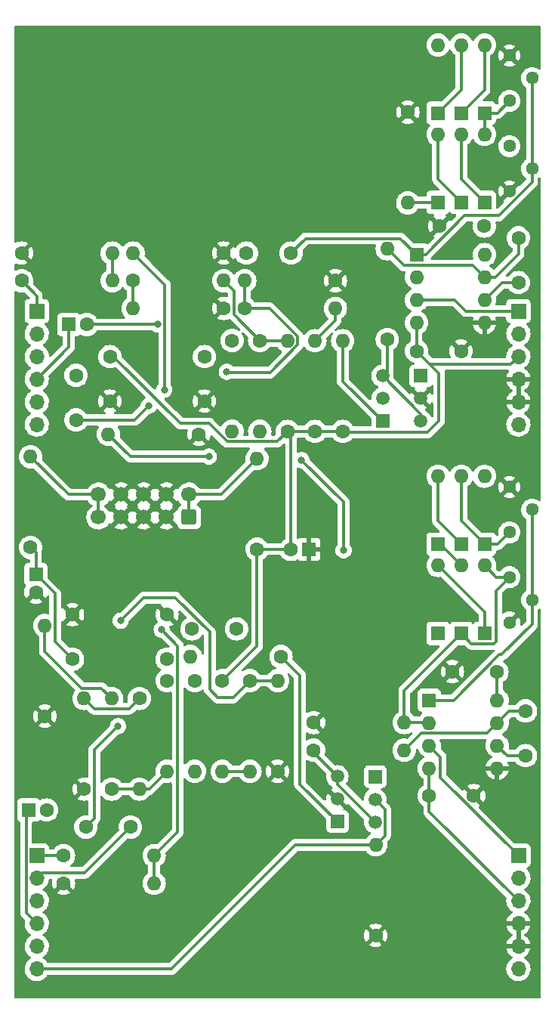
<source format=gbr>
G04 #@! TF.GenerationSoftware,KiCad,Pcbnew,(6.0.6)*
G04 #@! TF.CreationDate,2022-11-24T12:48:09+00:00*
G04 #@! TF.ProjectId,MS20-VCF,4d533230-2d56-4434-962e-6b696361645f,rev?*
G04 #@! TF.SameCoordinates,Original*
G04 #@! TF.FileFunction,Copper,L1,Top*
G04 #@! TF.FilePolarity,Positive*
%FSLAX46Y46*%
G04 Gerber Fmt 4.6, Leading zero omitted, Abs format (unit mm)*
G04 Created by KiCad (PCBNEW (6.0.6)) date 2022-11-24 12:48:09*
%MOMM*%
%LPD*%
G01*
G04 APERTURE LIST*
G04 Aperture macros list*
%AMRoundRect*
0 Rectangle with rounded corners*
0 $1 Rounding radius*
0 $2 $3 $4 $5 $6 $7 $8 $9 X,Y pos of 4 corners*
0 Add a 4 corners polygon primitive as box body*
4,1,4,$2,$3,$4,$5,$6,$7,$8,$9,$2,$3,0*
0 Add four circle primitives for the rounded corners*
1,1,$1+$1,$2,$3*
1,1,$1+$1,$4,$5*
1,1,$1+$1,$6,$7*
1,1,$1+$1,$8,$9*
0 Add four rect primitives between the rounded corners*
20,1,$1+$1,$2,$3,$4,$5,0*
20,1,$1+$1,$4,$5,$6,$7,0*
20,1,$1+$1,$6,$7,$8,$9,0*
20,1,$1+$1,$8,$9,$2,$3,0*%
G04 Aperture macros list end*
G04 #@! TA.AperFunction,ComponentPad*
%ADD10C,1.600000*%
G04 #@! TD*
G04 #@! TA.AperFunction,ComponentPad*
%ADD11R,1.600000X1.600000*%
G04 #@! TD*
G04 #@! TA.AperFunction,ComponentPad*
%ADD12O,1.600000X1.600000*%
G04 #@! TD*
G04 #@! TA.AperFunction,ComponentPad*
%ADD13R,1.700000X1.700000*%
G04 #@! TD*
G04 #@! TA.AperFunction,ComponentPad*
%ADD14O,1.700000X1.700000*%
G04 #@! TD*
G04 #@! TA.AperFunction,ComponentPad*
%ADD15R,1.500000X1.500000*%
G04 #@! TD*
G04 #@! TA.AperFunction,ComponentPad*
%ADD16C,1.500000*%
G04 #@! TD*
G04 #@! TA.AperFunction,ComponentPad*
%ADD17C,1.440000*%
G04 #@! TD*
G04 #@! TA.AperFunction,ComponentPad*
%ADD18RoundRect,0.250000X0.600000X-0.600000X0.600000X0.600000X-0.600000X0.600000X-0.600000X-0.600000X0*%
G04 #@! TD*
G04 #@! TA.AperFunction,ComponentPad*
%ADD19C,1.700000*%
G04 #@! TD*
G04 #@! TA.AperFunction,ViaPad*
%ADD20C,0.800000*%
G04 #@! TD*
G04 #@! TA.AperFunction,Conductor*
%ADD21C,0.300000*%
G04 #@! TD*
G04 APERTURE END LIST*
D10*
X87000000Y-60800000D03*
X87000000Y-65800000D03*
X87800000Y-113800000D03*
X87800000Y-118800000D03*
X38500000Y-126800000D03*
X43500000Y-126800000D03*
D11*
X83200000Y-56820000D03*
D12*
X83200000Y-49200000D03*
D11*
X83200000Y-46810000D03*
D12*
X83200000Y-39190000D03*
D11*
X80600000Y-56820000D03*
D12*
X80600000Y-49200000D03*
D11*
X80600000Y-46810000D03*
D12*
X80600000Y-39190000D03*
D11*
X78000000Y-56820000D03*
D12*
X78000000Y-49200000D03*
D11*
X78000000Y-46810000D03*
D12*
X78000000Y-39190000D03*
D13*
X87000000Y-69000000D03*
D14*
X87000000Y-71540000D03*
X87000000Y-74080000D03*
X87000000Y-76620000D03*
X87000000Y-79160000D03*
X87000000Y-81700000D03*
D13*
X33000000Y-130000000D03*
D14*
X33000000Y-132540000D03*
X33000000Y-135080000D03*
X33000000Y-137620000D03*
X33000000Y-140160000D03*
X33000000Y-142700000D03*
D15*
X76040000Y-76260000D03*
D16*
X76040000Y-78800000D03*
X76040000Y-81340000D03*
D15*
X71760000Y-81340000D03*
D16*
X71760000Y-78800000D03*
X71760000Y-76260000D03*
D15*
X66700000Y-126200000D03*
D16*
X66700000Y-123660000D03*
X66700000Y-121120000D03*
D10*
X53960000Y-68700000D03*
D12*
X43800000Y-68700000D03*
D10*
X31300000Y-62500000D03*
D12*
X41460000Y-62500000D03*
D10*
X54900000Y-72300000D03*
D12*
X54900000Y-82460000D03*
D10*
X43800000Y-65600000D03*
D12*
X53960000Y-65600000D03*
D10*
X67300000Y-82480000D03*
D12*
X67300000Y-72320000D03*
D10*
X51180000Y-82800000D03*
D12*
X41020000Y-82800000D03*
D10*
X58000000Y-72300000D03*
D12*
X58000000Y-82460000D03*
D10*
X66480000Y-65600000D03*
D12*
X56320000Y-65600000D03*
D10*
X53960000Y-62500000D03*
D12*
X43800000Y-62500000D03*
D10*
X56320000Y-68700000D03*
D12*
X66480000Y-68700000D03*
D10*
X74600000Y-46720000D03*
D12*
X74600000Y-56880000D03*
D10*
X38300000Y-122560000D03*
D12*
X38300000Y-112400000D03*
D10*
X60380000Y-107700000D03*
D12*
X50220000Y-107700000D03*
D10*
X44500000Y-112400000D03*
D12*
X44500000Y-122560000D03*
D10*
X50700000Y-110400000D03*
D12*
X50700000Y-120560000D03*
D10*
X64040000Y-118200000D03*
D12*
X74200000Y-118200000D03*
D10*
X71000000Y-138960000D03*
D12*
X71000000Y-128800000D03*
D10*
X47600000Y-110400000D03*
D12*
X47600000Y-120560000D03*
D10*
X41400000Y-122560000D03*
D12*
X41400000Y-112400000D03*
D10*
X60000000Y-120560000D03*
D12*
X60000000Y-110400000D03*
D10*
X33900000Y-114380000D03*
D12*
X33900000Y-104220000D03*
D10*
X56900000Y-110400000D03*
D12*
X56900000Y-120560000D03*
D10*
X53800000Y-110400000D03*
D12*
X53800000Y-120560000D03*
D10*
X64040000Y-115100000D03*
D12*
X74200000Y-115100000D03*
D11*
X77000000Y-112600000D03*
D12*
X77000000Y-115140000D03*
X77000000Y-117680000D03*
X77000000Y-120220000D03*
X84620000Y-120220000D03*
X84620000Y-117680000D03*
X84620000Y-115140000D03*
X84620000Y-112600000D03*
D13*
X87000000Y-130000000D03*
D14*
X87000000Y-132540000D03*
X87000000Y-135080000D03*
X87000000Y-137620000D03*
X87000000Y-140160000D03*
X87000000Y-142700000D03*
D10*
X72300000Y-72180000D03*
D12*
X72300000Y-62020000D03*
D11*
X75580000Y-62680000D03*
D12*
X75580000Y-65220000D03*
X75580000Y-67760000D03*
X75580000Y-70300000D03*
X83200000Y-70300000D03*
X83200000Y-67760000D03*
X83200000Y-65220000D03*
X83200000Y-62680000D03*
D15*
X70940000Y-121160000D03*
D16*
X70940000Y-123700000D03*
X70940000Y-126240000D03*
D10*
X50400000Y-104600000D03*
X55400000Y-104600000D03*
D11*
X78000000Y-95120000D03*
D12*
X78000000Y-87500000D03*
D11*
X80600000Y-95120000D03*
D12*
X80600000Y-87500000D03*
D11*
X83200000Y-95120000D03*
D12*
X83200000Y-87500000D03*
D11*
X83200000Y-105120000D03*
D12*
X83200000Y-97500000D03*
D11*
X80600000Y-105120000D03*
D12*
X80600000Y-97500000D03*
D11*
X78000000Y-105120000D03*
D12*
X78000000Y-97500000D03*
D10*
X56500000Y-62500000D03*
X61500000Y-62500000D03*
X31300000Y-65600000D03*
D12*
X41460000Y-65600000D03*
D10*
X61100000Y-82480000D03*
D12*
X61100000Y-72320000D03*
D10*
X64200000Y-82480000D03*
D12*
X64200000Y-72320000D03*
D13*
X33000000Y-69000000D03*
D14*
X33000000Y-71540000D03*
X33000000Y-74080000D03*
X33000000Y-76620000D03*
X33000000Y-79160000D03*
X33000000Y-81700000D03*
D10*
X37400000Y-81200000D03*
X37400000Y-76200000D03*
X36000000Y-133100000D03*
D12*
X46160000Y-133100000D03*
D10*
X36000000Y-130000000D03*
D12*
X46160000Y-130000000D03*
D10*
X83180000Y-59480000D03*
X78180000Y-59480000D03*
X82000000Y-123300000D03*
X77000000Y-123300000D03*
X80580000Y-73480000D03*
X75580000Y-73480000D03*
X84600000Y-109400000D03*
X79600000Y-109400000D03*
D11*
X32900000Y-98500000D03*
D10*
X32900000Y-100500000D03*
D11*
X63500000Y-95700000D03*
D10*
X61500000Y-95700000D03*
D11*
X36600000Y-70500000D03*
D10*
X38600000Y-70500000D03*
X57700000Y-95680000D03*
D12*
X57700000Y-85520000D03*
D17*
X86000000Y-55590000D03*
X88540000Y-53050000D03*
X86000000Y-50510000D03*
X86000000Y-45440000D03*
X88540000Y-42900000D03*
X86000000Y-40360000D03*
D11*
X32100000Y-124900000D03*
D10*
X34100000Y-124900000D03*
X32300000Y-95480000D03*
D12*
X32300000Y-85320000D03*
D17*
X86000000Y-103900000D03*
X88540000Y-101360000D03*
X86000000Y-98820000D03*
X86000000Y-93790000D03*
X88540000Y-91250000D03*
X86000000Y-88710000D03*
D18*
X50080000Y-92100000D03*
D19*
X50080000Y-89560000D03*
X47540000Y-92100000D03*
X47540000Y-89560000D03*
X45000000Y-92100000D03*
X45000000Y-89560000D03*
X42460000Y-92100000D03*
X42460000Y-89560000D03*
X39920000Y-92100000D03*
X39920000Y-89560000D03*
D10*
X37000000Y-108000000D03*
X37000000Y-103000000D03*
X41200000Y-79100000D03*
X41200000Y-74100000D03*
X47600000Y-103000000D03*
X47600000Y-108000000D03*
X51800000Y-74100000D03*
X51800000Y-79100000D03*
D20*
X67400000Y-95800000D03*
X62700000Y-85700000D03*
X46600000Y-70500000D03*
X45540266Y-79617035D03*
X42100000Y-115500000D03*
X52300000Y-85300000D03*
X47300000Y-77800000D03*
X47000000Y-104700000D03*
X54300000Y-75800000D03*
X42400000Y-103700000D03*
D21*
X32900000Y-98500000D02*
X32900000Y-96080000D01*
X35050000Y-100650000D02*
X35050000Y-106050000D01*
X32900000Y-96080000D02*
X32300000Y-95480000D01*
X84600000Y-109400000D02*
X84600000Y-112580000D01*
X84600000Y-112580000D02*
X84620000Y-112600000D01*
X62700000Y-85700000D02*
X67400000Y-90400000D01*
X35050000Y-106050000D02*
X37000000Y-108000000D01*
X32900000Y-98500000D02*
X35050000Y-100650000D01*
X67400000Y-90400000D02*
X67400000Y-95800000D01*
X61500000Y-82880000D02*
X61100000Y-82480000D01*
X77000000Y-125080000D02*
X87000000Y-135080000D01*
X61100000Y-82480000D02*
X64200000Y-82480000D01*
X49100000Y-81600000D02*
X52300000Y-81600000D01*
X87000000Y-74080000D02*
X86150000Y-74930000D01*
X77000000Y-123300000D02*
X77000000Y-120220000D01*
X86150000Y-74930000D02*
X77030000Y-74930000D01*
X41600000Y-74100000D02*
X49100000Y-81600000D01*
X57700000Y-95680000D02*
X61480000Y-95680000D01*
X75580000Y-70300000D02*
X75580000Y-73480000D01*
X77000000Y-123300000D02*
X77000000Y-125080000D01*
X59950000Y-83630000D02*
X61100000Y-82480000D01*
X77030000Y-74930000D02*
X75580000Y-73480000D01*
X52300000Y-81600000D02*
X54330000Y-83630000D01*
X61500000Y-95700000D02*
X61500000Y-82880000D01*
X77030000Y-74930000D02*
X78100000Y-76000000D01*
X57700000Y-95680000D02*
X57700000Y-106500000D01*
X67420000Y-82600000D02*
X67300000Y-82480000D01*
X76800000Y-82600000D02*
X67420000Y-82600000D01*
X78100000Y-81300000D02*
X76800000Y-82600000D01*
X57700000Y-106500000D02*
X53800000Y-110400000D01*
X54330000Y-83630000D02*
X59950000Y-83630000D01*
X61480000Y-95680000D02*
X61500000Y-95700000D01*
X78100000Y-76000000D02*
X78100000Y-81300000D01*
X64200000Y-82480000D02*
X67300000Y-82480000D01*
X41200000Y-74100000D02*
X41600000Y-74100000D01*
X72300000Y-62020000D02*
X74180000Y-63900000D01*
X81880000Y-63900000D02*
X83200000Y-65220000D01*
X87000000Y-60800000D02*
X87000000Y-62600000D01*
X87000000Y-62600000D02*
X84380000Y-65220000D01*
X74180000Y-63900000D02*
X81880000Y-63900000D01*
X84380000Y-65220000D02*
X83200000Y-65220000D01*
X41460000Y-62500000D02*
X41460000Y-65600000D01*
X38600000Y-70500000D02*
X46600000Y-70500000D01*
X66480000Y-68700000D02*
X66480000Y-70040000D01*
X66480000Y-70040000D02*
X64200000Y-72320000D01*
X67300000Y-76880000D02*
X71760000Y-81340000D01*
X87000000Y-65800000D02*
X85160000Y-65800000D01*
X67300000Y-72320000D02*
X67300000Y-76880000D01*
X85160000Y-65800000D02*
X83200000Y-67760000D01*
X36600000Y-73020000D02*
X33000000Y-76620000D01*
X36600000Y-70500000D02*
X36600000Y-73020000D01*
X63130000Y-60870000D02*
X61500000Y-62500000D01*
X88540000Y-42900000D02*
X88540000Y-53050000D01*
X88540000Y-54563209D02*
X84803209Y-58300000D01*
X84803209Y-58300000D02*
X80986346Y-58300000D01*
X75580000Y-62680000D02*
X73770000Y-60870000D01*
X73770000Y-60870000D02*
X63130000Y-60870000D01*
X88540000Y-53050000D02*
X88540000Y-54563209D01*
X80986346Y-58300000D02*
X76606346Y-62680000D01*
X76606346Y-62680000D02*
X75580000Y-62680000D01*
X45540266Y-79617035D02*
X43957301Y-81200000D01*
X43957301Y-81200000D02*
X37400000Y-81200000D01*
X56900000Y-120560000D02*
X53800000Y-120560000D01*
X43500000Y-126800000D02*
X38350000Y-131950000D01*
X38350000Y-131950000D02*
X33590000Y-131950000D01*
X33590000Y-131950000D02*
X33000000Y-132540000D01*
X31800000Y-136420000D02*
X33000000Y-137620000D01*
X31800000Y-125200000D02*
X31800000Y-136420000D01*
X32100000Y-124900000D02*
X31800000Y-125200000D01*
X83200000Y-46810000D02*
X83200000Y-49200000D01*
X83200000Y-46810000D02*
X84630000Y-46810000D01*
X84630000Y-46810000D02*
X86000000Y-45440000D01*
X78000000Y-49200000D02*
X78000000Y-54220000D01*
X78000000Y-54220000D02*
X80600000Y-56820000D01*
X80600000Y-44210000D02*
X78000000Y-46810000D01*
X80600000Y-39190000D02*
X80600000Y-44210000D01*
X79773654Y-112600000D02*
X77000000Y-112600000D01*
X88540000Y-101360000D02*
X88540000Y-91250000D01*
X88540000Y-101360000D02*
X88540000Y-104060000D01*
X84873654Y-107500000D02*
X79773654Y-112600000D01*
X88540000Y-104060000D02*
X85100000Y-107500000D01*
X85100000Y-107500000D02*
X84873654Y-107500000D01*
X78220000Y-95120000D02*
X80600000Y-97500000D01*
X78000000Y-95120000D02*
X78220000Y-95120000D01*
X84670000Y-95120000D02*
X86000000Y-93790000D01*
X80600000Y-92520000D02*
X83200000Y-95120000D01*
X83200000Y-95120000D02*
X84670000Y-95120000D01*
X80600000Y-87500000D02*
X80600000Y-92520000D01*
X74200000Y-111520000D02*
X80600000Y-105120000D01*
X81750000Y-106270000D02*
X84230000Y-106270000D01*
X80600000Y-105120000D02*
X81750000Y-106270000D01*
X84500689Y-100319311D02*
X86000000Y-98820000D01*
X74200000Y-115100000D02*
X74200000Y-111520000D01*
X86000000Y-98820000D02*
X84520000Y-98820000D01*
X74200000Y-115100000D02*
X76960000Y-115100000D01*
X84520000Y-98820000D02*
X83200000Y-97500000D01*
X84230000Y-106270000D02*
X84500689Y-105999311D01*
X84500689Y-105999311D02*
X84500689Y-100319311D01*
X76960000Y-115100000D02*
X77000000Y-115140000D01*
X38500000Y-126800000D02*
X39450000Y-125850000D01*
X39450000Y-118150000D02*
X42100000Y-115500000D01*
X39450000Y-125850000D02*
X39450000Y-118150000D01*
X39920000Y-89560000D02*
X39920000Y-92100000D01*
X39920000Y-89560000D02*
X36540000Y-89560000D01*
X36540000Y-89560000D02*
X32300000Y-85320000D01*
X50080000Y-89560000D02*
X53660000Y-89560000D01*
X53660000Y-89560000D02*
X57700000Y-85520000D01*
X50080000Y-92100000D02*
X50080000Y-89560000D01*
X33000000Y-69000000D02*
X33000000Y-67300000D01*
X33000000Y-67300000D02*
X31300000Y-65600000D01*
X43520000Y-85300000D02*
X41020000Y-82800000D01*
X52300000Y-85300000D02*
X43520000Y-85300000D01*
X75580000Y-67760000D02*
X79860000Y-67760000D01*
X79860000Y-67760000D02*
X81100000Y-69000000D01*
X81100000Y-69000000D02*
X87000000Y-69000000D01*
X85960000Y-113800000D02*
X84620000Y-115140000D01*
X87800000Y-113800000D02*
X85960000Y-113800000D01*
X84620000Y-115140000D02*
X83470000Y-116290000D01*
X83470000Y-116290000D02*
X76110000Y-116290000D01*
X76110000Y-116290000D02*
X74200000Y-118200000D01*
X36000000Y-130000000D02*
X33000000Y-130000000D01*
X72040000Y-127760000D02*
X72040000Y-124800000D01*
X71000000Y-128800000D02*
X62000000Y-128800000D01*
X62000000Y-128800000D02*
X48100000Y-142700000D01*
X72040000Y-124800000D02*
X70940000Y-123700000D01*
X48100000Y-142700000D02*
X33000000Y-142700000D01*
X71000000Y-128800000D02*
X72040000Y-127760000D01*
X87000000Y-130000000D02*
X78269656Y-121269656D01*
X78269656Y-118949656D02*
X77000000Y-117680000D01*
X78269656Y-121269656D02*
X78269656Y-118949656D01*
X76040000Y-80540000D02*
X76040000Y-81340000D01*
X72300000Y-75720000D02*
X71760000Y-76260000D01*
X71760000Y-76260000D02*
X76040000Y-80540000D01*
X72300000Y-72180000D02*
X72300000Y-75720000D01*
X62500000Y-122000000D02*
X62500000Y-109820000D01*
X66700000Y-126200000D02*
X62500000Y-122000000D01*
X62500000Y-109820000D02*
X60380000Y-107700000D01*
X66700000Y-122000000D02*
X66700000Y-121120000D01*
X66700000Y-121120000D02*
X64040000Y-118460000D01*
X70940000Y-126240000D02*
X66700000Y-122000000D01*
X64040000Y-118460000D02*
X64040000Y-118200000D01*
X58020000Y-72320000D02*
X58000000Y-72300000D01*
X61100000Y-72320000D02*
X58020000Y-72320000D01*
X55110000Y-66750000D02*
X55110000Y-69410000D01*
X55110000Y-69410000D02*
X58000000Y-72300000D01*
X53960000Y-65600000D02*
X55110000Y-66750000D01*
X47350000Y-77750000D02*
X47350000Y-66050000D01*
X47300000Y-77800000D02*
X47350000Y-77750000D01*
X47350000Y-66050000D02*
X43800000Y-62500000D01*
X85740000Y-118800000D02*
X84620000Y-117680000D01*
X87800000Y-118800000D02*
X85740000Y-118800000D01*
X47600000Y-120560000D02*
X45600000Y-122560000D01*
X44500000Y-122560000D02*
X41400000Y-122560000D01*
X45600000Y-122560000D02*
X44500000Y-122560000D01*
X48800000Y-127360000D02*
X46160000Y-130000000D01*
X46160000Y-133100000D02*
X46160000Y-130000000D01*
X48800000Y-106500000D02*
X48800000Y-127360000D01*
X47000000Y-104700000D02*
X48800000Y-106500000D01*
X80600000Y-54220000D02*
X83200000Y-56820000D01*
X80600000Y-49200000D02*
X80600000Y-54220000D01*
X74660000Y-56820000D02*
X74600000Y-56880000D01*
X78000000Y-56820000D02*
X74660000Y-56820000D01*
X83200000Y-44210000D02*
X80600000Y-46810000D01*
X83200000Y-39190000D02*
X83200000Y-44210000D01*
X78000000Y-92520000D02*
X80600000Y-95120000D01*
X78000000Y-87500000D02*
X78000000Y-92520000D01*
X83200000Y-102700000D02*
X78000000Y-97500000D01*
X83200000Y-105120000D02*
X83200000Y-102700000D01*
X43800000Y-65600000D02*
X43800000Y-68700000D01*
X56320000Y-68700000D02*
X59106346Y-68700000D01*
X59146346Y-75900000D02*
X57400000Y-75900000D01*
X59106346Y-68700000D02*
X62250000Y-71843654D01*
X57400000Y-75900000D02*
X54400000Y-75900000D01*
X62250000Y-72796346D02*
X59146346Y-75900000D01*
X62250000Y-71843654D02*
X62250000Y-72796346D01*
X56320000Y-65600000D02*
X56320000Y-68700000D01*
X54400000Y-75900000D02*
X54300000Y-75800000D01*
X38300000Y-112400000D02*
X39450000Y-113550000D01*
X43350000Y-113550000D02*
X44500000Y-112400000D01*
X39450000Y-113550000D02*
X43350000Y-113550000D01*
X45000000Y-101100000D02*
X48526346Y-101100000D01*
X60000000Y-110400000D02*
X56900000Y-110400000D01*
X55000000Y-112300000D02*
X56900000Y-110400000D01*
X52400000Y-104973654D02*
X52400000Y-111400000D01*
X53300000Y-112300000D02*
X55000000Y-112300000D01*
X52400000Y-111400000D02*
X53300000Y-112300000D01*
X42400000Y-103700000D02*
X45000000Y-101100000D01*
X48526346Y-101100000D02*
X52400000Y-104973654D01*
X38050000Y-111250000D02*
X40250000Y-111250000D01*
X33900000Y-104220000D02*
X33900000Y-107100000D01*
X33900000Y-107100000D02*
X38050000Y-111250000D01*
X40250000Y-111250000D02*
X41400000Y-112400000D01*
G04 #@! TA.AperFunction,Conductor*
G36*
X89429365Y-54016903D02*
G01*
X89477948Y-54068673D01*
X89491500Y-54125518D01*
X89491500Y-90174482D01*
X89471498Y-90242603D01*
X89417842Y-90289096D01*
X89347568Y-90299200D01*
X89293230Y-90277695D01*
X89215698Y-90223407D01*
X89156597Y-90182024D01*
X89151619Y-90179703D01*
X89151616Y-90179701D01*
X88966759Y-90093501D01*
X88966758Y-90093500D01*
X88961777Y-90091178D01*
X88956469Y-90089756D01*
X88956467Y-90089755D01*
X88759457Y-90036966D01*
X88759455Y-90036966D01*
X88754142Y-90035542D01*
X88540000Y-90016807D01*
X88325858Y-90035542D01*
X88320545Y-90036966D01*
X88320543Y-90036966D01*
X88123533Y-90089755D01*
X88123531Y-90089756D01*
X88118223Y-90091178D01*
X88113243Y-90093500D01*
X88113241Y-90093501D01*
X87928385Y-90179701D01*
X87928382Y-90179703D01*
X87923404Y-90182024D01*
X87747319Y-90305319D01*
X87595319Y-90457319D01*
X87472024Y-90633404D01*
X87469703Y-90638382D01*
X87469701Y-90638385D01*
X87383501Y-90823241D01*
X87381178Y-90828223D01*
X87379756Y-90833531D01*
X87379755Y-90833533D01*
X87338526Y-90987401D01*
X87325542Y-91035858D01*
X87306807Y-91250000D01*
X87325542Y-91464142D01*
X87326966Y-91469455D01*
X87326966Y-91469457D01*
X87369798Y-91629305D01*
X87381178Y-91671777D01*
X87383500Y-91676757D01*
X87383501Y-91676759D01*
X87410936Y-91735592D01*
X87472024Y-91866596D01*
X87595319Y-92042681D01*
X87747319Y-92194681D01*
X87827770Y-92251013D01*
X87872099Y-92306470D01*
X87881500Y-92354226D01*
X87881500Y-100255774D01*
X87861498Y-100323895D01*
X87827770Y-100358987D01*
X87747319Y-100415319D01*
X87595319Y-100567319D01*
X87472024Y-100743404D01*
X87469703Y-100748382D01*
X87469701Y-100748385D01*
X87383501Y-100933241D01*
X87381178Y-100938223D01*
X87325542Y-101145858D01*
X87306807Y-101360000D01*
X87325542Y-101574142D01*
X87326966Y-101579455D01*
X87326966Y-101579457D01*
X87375713Y-101761380D01*
X87381178Y-101781777D01*
X87383500Y-101786757D01*
X87383501Y-101786759D01*
X87448297Y-101925713D01*
X87472024Y-101976596D01*
X87595319Y-102152681D01*
X87747319Y-102304681D01*
X87827770Y-102361013D01*
X87872099Y-102416470D01*
X87881500Y-102464226D01*
X87881500Y-103735050D01*
X87861498Y-103803171D01*
X87844595Y-103824145D01*
X87421760Y-104246980D01*
X87359448Y-104281006D01*
X87288633Y-104275941D01*
X87231797Y-104233394D01*
X87206986Y-104166874D01*
X87210958Y-104125275D01*
X87212540Y-104119372D01*
X87214443Y-104108575D01*
X87232212Y-103905475D01*
X87232212Y-103894525D01*
X87214443Y-103691425D01*
X87212540Y-103680632D01*
X87159774Y-103483705D01*
X87156028Y-103473413D01*
X87069865Y-103288636D01*
X87064387Y-103279150D01*
X87040051Y-103244393D01*
X87029573Y-103236018D01*
X87016127Y-103243085D01*
X86089095Y-104170116D01*
X86026783Y-104204141D01*
X85955967Y-104199076D01*
X85910905Y-104170115D01*
X85729885Y-103989095D01*
X85695859Y-103926783D01*
X85700924Y-103855968D01*
X85729884Y-103810905D01*
X86657638Y-102883151D01*
X86664066Y-102871377D01*
X86654773Y-102859365D01*
X86620854Y-102835615D01*
X86611359Y-102830132D01*
X86426587Y-102743972D01*
X86416295Y-102740226D01*
X86219368Y-102687460D01*
X86208575Y-102685557D01*
X86005475Y-102667788D01*
X85994525Y-102667788D01*
X85791425Y-102685557D01*
X85780632Y-102687460D01*
X85583705Y-102740226D01*
X85573413Y-102743972D01*
X85388642Y-102830132D01*
X85379147Y-102835615D01*
X85357460Y-102850800D01*
X85290186Y-102873488D01*
X85221325Y-102856203D01*
X85172741Y-102804433D01*
X85159189Y-102747587D01*
X85159189Y-100644261D01*
X85179191Y-100576140D01*
X85196094Y-100555166D01*
X85681186Y-100070074D01*
X85743498Y-100036048D01*
X85785792Y-100035208D01*
X85785858Y-100034458D01*
X86000000Y-100053193D01*
X86214142Y-100034458D01*
X86219455Y-100033034D01*
X86219457Y-100033034D01*
X86416467Y-99980245D01*
X86416469Y-99980244D01*
X86421777Y-99978822D01*
X86426759Y-99976499D01*
X86611616Y-99890299D01*
X86611619Y-99890297D01*
X86616597Y-99887976D01*
X86792681Y-99764681D01*
X86944681Y-99612681D01*
X87067976Y-99436596D01*
X87076781Y-99417715D01*
X87156499Y-99246759D01*
X87156500Y-99246757D01*
X87158822Y-99241777D01*
X87162620Y-99227605D01*
X87213034Y-99039457D01*
X87213034Y-99039455D01*
X87214458Y-99034142D01*
X87233193Y-98820000D01*
X87214458Y-98605858D01*
X87213034Y-98600543D01*
X87160245Y-98403533D01*
X87160244Y-98403531D01*
X87158822Y-98398223D01*
X87156499Y-98393241D01*
X87070299Y-98208385D01*
X87070297Y-98208382D01*
X87067976Y-98203404D01*
X86944681Y-98027319D01*
X86792681Y-97875319D01*
X86616597Y-97752024D01*
X86611619Y-97749703D01*
X86611616Y-97749701D01*
X86426759Y-97663501D01*
X86426758Y-97663500D01*
X86421777Y-97661178D01*
X86416469Y-97659756D01*
X86416467Y-97659755D01*
X86219457Y-97606966D01*
X86219455Y-97606966D01*
X86214142Y-97605542D01*
X86000000Y-97586807D01*
X85785858Y-97605542D01*
X85780545Y-97606966D01*
X85780543Y-97606966D01*
X85583533Y-97659755D01*
X85583531Y-97659756D01*
X85578223Y-97661178D01*
X85573243Y-97663500D01*
X85573241Y-97663501D01*
X85388385Y-97749701D01*
X85388382Y-97749703D01*
X85383404Y-97752024D01*
X85207319Y-97875319D01*
X85055319Y-98027319D01*
X85052160Y-98031831D01*
X84998987Y-98107770D01*
X84943530Y-98152099D01*
X84895774Y-98161500D01*
X84844950Y-98161500D01*
X84776829Y-98141498D01*
X84755855Y-98124595D01*
X84516624Y-97885364D01*
X84482598Y-97823052D01*
X84484012Y-97763659D01*
X84492118Y-97733405D01*
X84492119Y-97733402D01*
X84493543Y-97728087D01*
X84513498Y-97500000D01*
X84493543Y-97271913D01*
X84471996Y-97191500D01*
X84435707Y-97056067D01*
X84435706Y-97056065D01*
X84434284Y-97050757D01*
X84412260Y-97003525D01*
X84339849Y-96848238D01*
X84339846Y-96848233D01*
X84337523Y-96843251D01*
X84263863Y-96738054D01*
X84209357Y-96660211D01*
X84209355Y-96660208D01*
X84206198Y-96655700D01*
X84148272Y-96597774D01*
X84114246Y-96535462D01*
X84119311Y-96464647D01*
X84161858Y-96407811D01*
X84193137Y-96390697D01*
X84238297Y-96373767D01*
X84246705Y-96370615D01*
X84363261Y-96283261D01*
X84450615Y-96166705D01*
X84501745Y-96030316D01*
X84508500Y-95968134D01*
X84508500Y-95906003D01*
X84528502Y-95837882D01*
X84582158Y-95791389D01*
X84630542Y-95780065D01*
X84678369Y-95778562D01*
X84682327Y-95778500D01*
X84711432Y-95778500D01*
X84715832Y-95777944D01*
X84727664Y-95777012D01*
X84773831Y-95775562D01*
X84794421Y-95769580D01*
X84813782Y-95765570D01*
X84820770Y-95764688D01*
X84827204Y-95763875D01*
X84827205Y-95763875D01*
X84835064Y-95762882D01*
X84842429Y-95759966D01*
X84842433Y-95759965D01*
X84878021Y-95745874D01*
X84889231Y-95742035D01*
X84933600Y-95729145D01*
X84952065Y-95718225D01*
X84969805Y-95709534D01*
X84989756Y-95701635D01*
X85027129Y-95674482D01*
X85037048Y-95667967D01*
X85069977Y-95648493D01*
X85069981Y-95648490D01*
X85076807Y-95644453D01*
X85091971Y-95629289D01*
X85107005Y-95616448D01*
X85117943Y-95608501D01*
X85124357Y-95603841D01*
X85153803Y-95568247D01*
X85161792Y-95559468D01*
X85681186Y-95040074D01*
X85743498Y-95006048D01*
X85785792Y-95005208D01*
X85785858Y-95004458D01*
X86000000Y-95023193D01*
X86214142Y-95004458D01*
X86219455Y-95003034D01*
X86219457Y-95003034D01*
X86416467Y-94950245D01*
X86416469Y-94950244D01*
X86421777Y-94948822D01*
X86426759Y-94946499D01*
X86611616Y-94860299D01*
X86611619Y-94860297D01*
X86616597Y-94857976D01*
X86792681Y-94734681D01*
X86944681Y-94582681D01*
X87067976Y-94406596D01*
X87072034Y-94397895D01*
X87156499Y-94216759D01*
X87156500Y-94216757D01*
X87158822Y-94211777D01*
X87161366Y-94202285D01*
X87213034Y-94009457D01*
X87213034Y-94009455D01*
X87214458Y-94004142D01*
X87233193Y-93790000D01*
X87214458Y-93575858D01*
X87213034Y-93570543D01*
X87160245Y-93373533D01*
X87160244Y-93373531D01*
X87158822Y-93368223D01*
X87128476Y-93303146D01*
X87070299Y-93178385D01*
X87070297Y-93178382D01*
X87067976Y-93173404D01*
X86944681Y-92997319D01*
X86792681Y-92845319D01*
X86616597Y-92722024D01*
X86611619Y-92719703D01*
X86611616Y-92719701D01*
X86426759Y-92633501D01*
X86426758Y-92633500D01*
X86421777Y-92631178D01*
X86416469Y-92629756D01*
X86416467Y-92629755D01*
X86219457Y-92576966D01*
X86219455Y-92576966D01*
X86214142Y-92575542D01*
X86000000Y-92556807D01*
X85785858Y-92575542D01*
X85780545Y-92576966D01*
X85780543Y-92576966D01*
X85583533Y-92629755D01*
X85583531Y-92629756D01*
X85578223Y-92631178D01*
X85573243Y-92633500D01*
X85573241Y-92633501D01*
X85388385Y-92719701D01*
X85388382Y-92719703D01*
X85383404Y-92722024D01*
X85207319Y-92845319D01*
X85055319Y-92997319D01*
X84932024Y-93173404D01*
X84929703Y-93178382D01*
X84929701Y-93178385D01*
X84871524Y-93303146D01*
X84841178Y-93368223D01*
X84839756Y-93373531D01*
X84839755Y-93373533D01*
X84786966Y-93570543D01*
X84785542Y-93575858D01*
X84766807Y-93790000D01*
X84767286Y-93795475D01*
X84785542Y-94004142D01*
X84784202Y-94004259D01*
X84777045Y-94068404D01*
X84749926Y-94108814D01*
X84680293Y-94178447D01*
X84617981Y-94212473D01*
X84547166Y-94207408D01*
X84490330Y-94164861D01*
X84473216Y-94133582D01*
X84453767Y-94081703D01*
X84450615Y-94073295D01*
X84363261Y-93956739D01*
X84246705Y-93869385D01*
X84110316Y-93818255D01*
X84048134Y-93811500D01*
X82874949Y-93811500D01*
X82806828Y-93791498D01*
X82785854Y-93774595D01*
X81295405Y-92284145D01*
X81261379Y-92221833D01*
X81258500Y-92195050D01*
X81258500Y-89738621D01*
X85335933Y-89738621D01*
X85345227Y-89750635D01*
X85379146Y-89774385D01*
X85388641Y-89779868D01*
X85573413Y-89866028D01*
X85583705Y-89869774D01*
X85780632Y-89922540D01*
X85791425Y-89924443D01*
X85994525Y-89942212D01*
X86005475Y-89942212D01*
X86208575Y-89924443D01*
X86219368Y-89922540D01*
X86416295Y-89869774D01*
X86426587Y-89866028D01*
X86611359Y-89779868D01*
X86620854Y-89774385D01*
X86655607Y-89750051D01*
X86663983Y-89739572D01*
X86656916Y-89726127D01*
X86012811Y-89082021D01*
X85998868Y-89074408D01*
X85997034Y-89074539D01*
X85990420Y-89078790D01*
X85342360Y-89726851D01*
X85335933Y-89738621D01*
X81258500Y-89738621D01*
X81258500Y-88701888D01*
X81278502Y-88633767D01*
X81312228Y-88598676D01*
X81395119Y-88540635D01*
X81439789Y-88509357D01*
X81439792Y-88509355D01*
X81444300Y-88506198D01*
X81606198Y-88344300D01*
X81623818Y-88319137D01*
X81676233Y-88244280D01*
X81737523Y-88156749D01*
X81785805Y-88053207D01*
X81832722Y-87999922D01*
X81900999Y-87980461D01*
X81968959Y-88001003D01*
X82014195Y-88053207D01*
X82062477Y-88156749D01*
X82123767Y-88244280D01*
X82176183Y-88319137D01*
X82193802Y-88344300D01*
X82355700Y-88506198D01*
X82360208Y-88509355D01*
X82360211Y-88509357D01*
X82404881Y-88540635D01*
X82543251Y-88637523D01*
X82548233Y-88639846D01*
X82548238Y-88639849D01*
X82737875Y-88728277D01*
X82750757Y-88734284D01*
X82756065Y-88735706D01*
X82756067Y-88735707D01*
X82966598Y-88792119D01*
X82966600Y-88792119D01*
X82971913Y-88793543D01*
X83200000Y-88813498D01*
X83428087Y-88793543D01*
X83433400Y-88792119D01*
X83433402Y-88792119D01*
X83643933Y-88735707D01*
X83643935Y-88735706D01*
X83649243Y-88734284D01*
X83662125Y-88728277D01*
X83689579Y-88715475D01*
X84767788Y-88715475D01*
X84785557Y-88918575D01*
X84787460Y-88929368D01*
X84840226Y-89126295D01*
X84843972Y-89136587D01*
X84930135Y-89321364D01*
X84935613Y-89330850D01*
X84959949Y-89365607D01*
X84970428Y-89373983D01*
X84983872Y-89366917D01*
X85627979Y-88722811D01*
X85634356Y-88711132D01*
X86364408Y-88711132D01*
X86364539Y-88712966D01*
X86368790Y-88719580D01*
X87016851Y-89367640D01*
X87028621Y-89374067D01*
X87040635Y-89364772D01*
X87064387Y-89330850D01*
X87069865Y-89321364D01*
X87156028Y-89136587D01*
X87159774Y-89126295D01*
X87212540Y-88929368D01*
X87214443Y-88918575D01*
X87232212Y-88715475D01*
X87232212Y-88704525D01*
X87214443Y-88501425D01*
X87212540Y-88490632D01*
X87159774Y-88293705D01*
X87156028Y-88283413D01*
X87069865Y-88098636D01*
X87064387Y-88089150D01*
X87040051Y-88054393D01*
X87029572Y-88046017D01*
X87016128Y-88053083D01*
X86372021Y-88697189D01*
X86364408Y-88711132D01*
X85634356Y-88711132D01*
X85635592Y-88708868D01*
X85635461Y-88707034D01*
X85631210Y-88700420D01*
X84983149Y-88052360D01*
X84971379Y-88045933D01*
X84959365Y-88055228D01*
X84935613Y-88089150D01*
X84930135Y-88098636D01*
X84843972Y-88283413D01*
X84840226Y-88293705D01*
X84787460Y-88490632D01*
X84785557Y-88501425D01*
X84767788Y-88704525D01*
X84767788Y-88715475D01*
X83689579Y-88715475D01*
X83851762Y-88639849D01*
X83851767Y-88639846D01*
X83856749Y-88637523D01*
X83995119Y-88540635D01*
X84039789Y-88509357D01*
X84039792Y-88509355D01*
X84044300Y-88506198D01*
X84206198Y-88344300D01*
X84223818Y-88319137D01*
X84276233Y-88244280D01*
X84337523Y-88156749D01*
X84339846Y-88151767D01*
X84339849Y-88151762D01*
X84431961Y-87954225D01*
X84431961Y-87954224D01*
X84434284Y-87949243D01*
X84493543Y-87728087D01*
X84497713Y-87680428D01*
X85336017Y-87680428D01*
X85343083Y-87693872D01*
X85987189Y-88337979D01*
X86001132Y-88345592D01*
X86002966Y-88345461D01*
X86009580Y-88341210D01*
X86657640Y-87693149D01*
X86664067Y-87681379D01*
X86654773Y-87669365D01*
X86620854Y-87645615D01*
X86611359Y-87640132D01*
X86426587Y-87553972D01*
X86416295Y-87550226D01*
X86219368Y-87497460D01*
X86208575Y-87495557D01*
X86005475Y-87477788D01*
X85994525Y-87477788D01*
X85791425Y-87495557D01*
X85780632Y-87497460D01*
X85583705Y-87550226D01*
X85573413Y-87553972D01*
X85388636Y-87640135D01*
X85379150Y-87645613D01*
X85344393Y-87669949D01*
X85336017Y-87680428D01*
X84497713Y-87680428D01*
X84513498Y-87500000D01*
X84493543Y-87271913D01*
X84434284Y-87050757D01*
X84385805Y-86946793D01*
X84339849Y-86848238D01*
X84339846Y-86848233D01*
X84337523Y-86843251D01*
X84206198Y-86655700D01*
X84044300Y-86493802D01*
X84039792Y-86490645D01*
X84039789Y-86490643D01*
X83952532Y-86429545D01*
X83856749Y-86362477D01*
X83851767Y-86360154D01*
X83851762Y-86360151D01*
X83654225Y-86268039D01*
X83654224Y-86268039D01*
X83649243Y-86265716D01*
X83643935Y-86264294D01*
X83643933Y-86264293D01*
X83433402Y-86207881D01*
X83433400Y-86207881D01*
X83428087Y-86206457D01*
X83200000Y-86186502D01*
X82971913Y-86206457D01*
X82966600Y-86207881D01*
X82966598Y-86207881D01*
X82756067Y-86264293D01*
X82756065Y-86264294D01*
X82750757Y-86265716D01*
X82745776Y-86268039D01*
X82745775Y-86268039D01*
X82548238Y-86360151D01*
X82548233Y-86360154D01*
X82543251Y-86362477D01*
X82447468Y-86429545D01*
X82360211Y-86490643D01*
X82360208Y-86490645D01*
X82355700Y-86493802D01*
X82193802Y-86655700D01*
X82062477Y-86843251D01*
X82060152Y-86848238D01*
X82014195Y-86946793D01*
X81967278Y-87000078D01*
X81899001Y-87019539D01*
X81831041Y-86998997D01*
X81785805Y-86946793D01*
X81739848Y-86848238D01*
X81737523Y-86843251D01*
X81606198Y-86655700D01*
X81444300Y-86493802D01*
X81439792Y-86490645D01*
X81439789Y-86490643D01*
X81352532Y-86429545D01*
X81256749Y-86362477D01*
X81251767Y-86360154D01*
X81251762Y-86360151D01*
X81054225Y-86268039D01*
X81054224Y-86268039D01*
X81049243Y-86265716D01*
X81043935Y-86264294D01*
X81043933Y-86264293D01*
X80833402Y-86207881D01*
X80833400Y-86207881D01*
X80828087Y-86206457D01*
X80600000Y-86186502D01*
X80371913Y-86206457D01*
X80366600Y-86207881D01*
X80366598Y-86207881D01*
X80156067Y-86264293D01*
X80156065Y-86264294D01*
X80150757Y-86265716D01*
X80145776Y-86268039D01*
X80145775Y-86268039D01*
X79948238Y-86360151D01*
X79948233Y-86360154D01*
X79943251Y-86362477D01*
X79847468Y-86429545D01*
X79760211Y-86490643D01*
X79760208Y-86490645D01*
X79755700Y-86493802D01*
X79593802Y-86655700D01*
X79462477Y-86843251D01*
X79460152Y-86848238D01*
X79414195Y-86946793D01*
X79367278Y-87000078D01*
X79299001Y-87019539D01*
X79231041Y-86998997D01*
X79185805Y-86946793D01*
X79139848Y-86848238D01*
X79137523Y-86843251D01*
X79006198Y-86655700D01*
X78844300Y-86493802D01*
X78839792Y-86490645D01*
X78839789Y-86490643D01*
X78752532Y-86429545D01*
X78656749Y-86362477D01*
X78651767Y-86360154D01*
X78651762Y-86360151D01*
X78454225Y-86268039D01*
X78454224Y-86268039D01*
X78449243Y-86265716D01*
X78443935Y-86264294D01*
X78443933Y-86264293D01*
X78233402Y-86207881D01*
X78233400Y-86207881D01*
X78228087Y-86206457D01*
X78000000Y-86186502D01*
X77771913Y-86206457D01*
X77766600Y-86207881D01*
X77766598Y-86207881D01*
X77556067Y-86264293D01*
X77556065Y-86264294D01*
X77550757Y-86265716D01*
X77545776Y-86268039D01*
X77545775Y-86268039D01*
X77348238Y-86360151D01*
X77348233Y-86360154D01*
X77343251Y-86362477D01*
X77247468Y-86429545D01*
X77160211Y-86490643D01*
X77160208Y-86490645D01*
X77155700Y-86493802D01*
X76993802Y-86655700D01*
X76862477Y-86843251D01*
X76860154Y-86848233D01*
X76860151Y-86848238D01*
X76814195Y-86946793D01*
X76765716Y-87050757D01*
X76706457Y-87271913D01*
X76686502Y-87500000D01*
X76706457Y-87728087D01*
X76765716Y-87949243D01*
X76768039Y-87954224D01*
X76768039Y-87954225D01*
X76860151Y-88151762D01*
X76860154Y-88151767D01*
X76862477Y-88156749D01*
X76923767Y-88244280D01*
X76976183Y-88319137D01*
X76993802Y-88344300D01*
X77155700Y-88506198D01*
X77160208Y-88509355D01*
X77160211Y-88509357D01*
X77204881Y-88540635D01*
X77287772Y-88598676D01*
X77332099Y-88654132D01*
X77341500Y-88701888D01*
X77341500Y-92437944D01*
X77340941Y-92449800D01*
X77339212Y-92457537D01*
X77339461Y-92465459D01*
X77341438Y-92528369D01*
X77341500Y-92532327D01*
X77341500Y-92561432D01*
X77342056Y-92565832D01*
X77342988Y-92577664D01*
X77344438Y-92623831D01*
X77346650Y-92631444D01*
X77346650Y-92631445D01*
X77350419Y-92644416D01*
X77354430Y-92663782D01*
X77357118Y-92685064D01*
X77360034Y-92692429D01*
X77360035Y-92692433D01*
X77374126Y-92728021D01*
X77377965Y-92739231D01*
X77390855Y-92783600D01*
X77401775Y-92802065D01*
X77410466Y-92819805D01*
X77418365Y-92839756D01*
X77442804Y-92873393D01*
X77445516Y-92877126D01*
X77452033Y-92887048D01*
X77471507Y-92919977D01*
X77471510Y-92919981D01*
X77475547Y-92926807D01*
X77490711Y-92941971D01*
X77503551Y-92957004D01*
X77516159Y-92974357D01*
X77551752Y-93003802D01*
X77560532Y-93011792D01*
X78145145Y-93596405D01*
X78179171Y-93658717D01*
X78174106Y-93729532D01*
X78131559Y-93786368D01*
X78065039Y-93811179D01*
X78056050Y-93811500D01*
X77151866Y-93811500D01*
X77089684Y-93818255D01*
X76953295Y-93869385D01*
X76836739Y-93956739D01*
X76749385Y-94073295D01*
X76698255Y-94209684D01*
X76691500Y-94271866D01*
X76691500Y-95968134D01*
X76698255Y-96030316D01*
X76749385Y-96166705D01*
X76836739Y-96283261D01*
X76953295Y-96370615D01*
X76961703Y-96373767D01*
X77006863Y-96390697D01*
X77063627Y-96433339D01*
X77088327Y-96499901D01*
X77073119Y-96569249D01*
X77051728Y-96597774D01*
X76993802Y-96655700D01*
X76990645Y-96660208D01*
X76990643Y-96660211D01*
X76936137Y-96738054D01*
X76862477Y-96843251D01*
X76860154Y-96848233D01*
X76860151Y-96848238D01*
X76787740Y-97003525D01*
X76765716Y-97050757D01*
X76764294Y-97056065D01*
X76764293Y-97056067D01*
X76728004Y-97191500D01*
X76706457Y-97271913D01*
X76686502Y-97500000D01*
X76706457Y-97728087D01*
X76707881Y-97733400D01*
X76707881Y-97733402D01*
X76760304Y-97929044D01*
X76765716Y-97949243D01*
X76768039Y-97954224D01*
X76768039Y-97954225D01*
X76860151Y-98151762D01*
X76860154Y-98151767D01*
X76862477Y-98156749D01*
X76993802Y-98344300D01*
X77155700Y-98506198D01*
X77160208Y-98509355D01*
X77160211Y-98509357D01*
X77238389Y-98564098D01*
X77343251Y-98637523D01*
X77348233Y-98639846D01*
X77348238Y-98639849D01*
X77545775Y-98731961D01*
X77550757Y-98734284D01*
X77556065Y-98735706D01*
X77556067Y-98735707D01*
X77766598Y-98792119D01*
X77766600Y-98792119D01*
X77771913Y-98793543D01*
X78000000Y-98813498D01*
X78228087Y-98793543D01*
X78235766Y-98791485D01*
X78263659Y-98784012D01*
X78334635Y-98785702D01*
X78385364Y-98816624D01*
X82504595Y-102935855D01*
X82538621Y-102998167D01*
X82541500Y-103024950D01*
X82541500Y-103685500D01*
X82521498Y-103753621D01*
X82467842Y-103800114D01*
X82415500Y-103811500D01*
X82351866Y-103811500D01*
X82289684Y-103818255D01*
X82153295Y-103869385D01*
X82036739Y-103956739D01*
X82000824Y-104004660D01*
X81943967Y-104047173D01*
X81873149Y-104052199D01*
X81810855Y-104018139D01*
X81799183Y-104004670D01*
X81763261Y-103956739D01*
X81646705Y-103869385D01*
X81510316Y-103818255D01*
X81448134Y-103811500D01*
X79751866Y-103811500D01*
X79689684Y-103818255D01*
X79553295Y-103869385D01*
X79436739Y-103956739D01*
X79400824Y-104004660D01*
X79343967Y-104047173D01*
X79273149Y-104052199D01*
X79210855Y-104018139D01*
X79199183Y-104004670D01*
X79163261Y-103956739D01*
X79046705Y-103869385D01*
X78910316Y-103818255D01*
X78848134Y-103811500D01*
X77151866Y-103811500D01*
X77089684Y-103818255D01*
X76953295Y-103869385D01*
X76836739Y-103956739D01*
X76749385Y-104073295D01*
X76698255Y-104209684D01*
X76691500Y-104271866D01*
X76691500Y-105968134D01*
X76698255Y-106030316D01*
X76749385Y-106166705D01*
X76836739Y-106283261D01*
X76953295Y-106370615D01*
X77089684Y-106421745D01*
X77151866Y-106428500D01*
X78056050Y-106428500D01*
X78124171Y-106448502D01*
X78170664Y-106502158D01*
X78180768Y-106572432D01*
X78151274Y-106637012D01*
X78145145Y-106643595D01*
X73792395Y-110996345D01*
X73783615Y-111004335D01*
X73783613Y-111004337D01*
X73776920Y-111008584D01*
X73771494Y-111014362D01*
X73771493Y-111014363D01*
X73728396Y-111060257D01*
X73725641Y-111063099D01*
X73705073Y-111083667D01*
X73702356Y-111087170D01*
X73694648Y-111096195D01*
X73663028Y-111129867D01*
X73659207Y-111136818D01*
X73659206Y-111136819D01*
X73652697Y-111148658D01*
X73641843Y-111165182D01*
X73634018Y-111175271D01*
X73628696Y-111182132D01*
X73625549Y-111189404D01*
X73625548Y-111189406D01*
X73610346Y-111224535D01*
X73605124Y-111235195D01*
X73588390Y-111265634D01*
X73582876Y-111275663D01*
X73577541Y-111296441D01*
X73571142Y-111315131D01*
X73562620Y-111334824D01*
X73561380Y-111342655D01*
X73555394Y-111380448D01*
X73552987Y-111392071D01*
X73541500Y-111436812D01*
X73541500Y-111458259D01*
X73539949Y-111477969D01*
X73536594Y-111499152D01*
X73537340Y-111507043D01*
X73540941Y-111545138D01*
X73541500Y-111556996D01*
X73541500Y-113898112D01*
X73521498Y-113966233D01*
X73487772Y-114001324D01*
X73423328Y-114046448D01*
X73360211Y-114090643D01*
X73360208Y-114090645D01*
X73355700Y-114093802D01*
X73193802Y-114255700D01*
X73190645Y-114260208D01*
X73190643Y-114260211D01*
X73162635Y-114300211D01*
X73062477Y-114443251D01*
X73060154Y-114448233D01*
X73060151Y-114448238D01*
X72983177Y-114613312D01*
X72965716Y-114650757D01*
X72964294Y-114656065D01*
X72964293Y-114656067D01*
X72907881Y-114866598D01*
X72906457Y-114871913D01*
X72886502Y-115100000D01*
X72906457Y-115328087D01*
X72907881Y-115333400D01*
X72907881Y-115333402D01*
X72959318Y-115525364D01*
X72965716Y-115549243D01*
X72968039Y-115554224D01*
X72968039Y-115554225D01*
X73060151Y-115751762D01*
X73060154Y-115751767D01*
X73062477Y-115756749D01*
X73193802Y-115944300D01*
X73355700Y-116106198D01*
X73360208Y-116109355D01*
X73360211Y-116109357D01*
X73407260Y-116142301D01*
X73543251Y-116237523D01*
X73548233Y-116239846D01*
X73548238Y-116239849D01*
X73744765Y-116331490D01*
X73750757Y-116334284D01*
X73756065Y-116335706D01*
X73756067Y-116335707D01*
X73966598Y-116392119D01*
X73966600Y-116392119D01*
X73971913Y-116393543D01*
X74200000Y-116413498D01*
X74428087Y-116393543D01*
X74433400Y-116392119D01*
X74433402Y-116392119D01*
X74643933Y-116335707D01*
X74643935Y-116335706D01*
X74649243Y-116334284D01*
X74655235Y-116331490D01*
X74851762Y-116239849D01*
X74851767Y-116239846D01*
X74856749Y-116237523D01*
X74926111Y-116188955D01*
X74993385Y-116166267D01*
X75062245Y-116183552D01*
X75110830Y-116235322D01*
X75123713Y-116305139D01*
X75096804Y-116370839D01*
X75087477Y-116381263D01*
X74585364Y-116883376D01*
X74523052Y-116917402D01*
X74463659Y-116915988D01*
X74433405Y-116907882D01*
X74428087Y-116906457D01*
X74200000Y-116886502D01*
X73971913Y-116906457D01*
X73966600Y-116907881D01*
X73966598Y-116907881D01*
X73756067Y-116964293D01*
X73756065Y-116964294D01*
X73750757Y-116965716D01*
X73745776Y-116968039D01*
X73745775Y-116968039D01*
X73548238Y-117060151D01*
X73548233Y-117060154D01*
X73543251Y-117062477D01*
X73516772Y-117081018D01*
X73360211Y-117190643D01*
X73360208Y-117190645D01*
X73355700Y-117193802D01*
X73193802Y-117355700D01*
X73062477Y-117543251D01*
X73060154Y-117548233D01*
X73060151Y-117548238D01*
X72983011Y-117713667D01*
X72965716Y-117750757D01*
X72964294Y-117756065D01*
X72964293Y-117756067D01*
X72907881Y-117966598D01*
X72906457Y-117971913D01*
X72886502Y-118200000D01*
X72906457Y-118428087D01*
X72907881Y-118433400D01*
X72907881Y-118433402D01*
X72962508Y-118637269D01*
X72965716Y-118649243D01*
X72968039Y-118654224D01*
X72968039Y-118654225D01*
X73060151Y-118851762D01*
X73060154Y-118851767D01*
X73062477Y-118856749D01*
X73101296Y-118912188D01*
X73182450Y-119028087D01*
X73193802Y-119044300D01*
X73355700Y-119206198D01*
X73360208Y-119209355D01*
X73360211Y-119209357D01*
X73379810Y-119223080D01*
X73543251Y-119337523D01*
X73548233Y-119339846D01*
X73548238Y-119339849D01*
X73745775Y-119431961D01*
X73750757Y-119434284D01*
X73756065Y-119435706D01*
X73756067Y-119435707D01*
X73966598Y-119492119D01*
X73966600Y-119492119D01*
X73971913Y-119493543D01*
X74200000Y-119513498D01*
X74428087Y-119493543D01*
X74433400Y-119492119D01*
X74433402Y-119492119D01*
X74643933Y-119435707D01*
X74643935Y-119435706D01*
X74649243Y-119434284D01*
X74654225Y-119431961D01*
X74851762Y-119339849D01*
X74851767Y-119339846D01*
X74856749Y-119337523D01*
X75020190Y-119223080D01*
X75039789Y-119209357D01*
X75039792Y-119209355D01*
X75044300Y-119206198D01*
X75206198Y-119044300D01*
X75217551Y-119028087D01*
X75298704Y-118912188D01*
X75337523Y-118856749D01*
X75339846Y-118851767D01*
X75339849Y-118851762D01*
X75431961Y-118654225D01*
X75431961Y-118654224D01*
X75434284Y-118649243D01*
X75437493Y-118637269D01*
X75492119Y-118433402D01*
X75492119Y-118433400D01*
X75493543Y-118428087D01*
X75513498Y-118200000D01*
X75507550Y-118132015D01*
X75521539Y-118062411D01*
X75570938Y-118011419D01*
X75640064Y-117995228D01*
X75706970Y-118018980D01*
X75750413Y-118075134D01*
X75754777Y-118088422D01*
X75764290Y-118123925D01*
X75764293Y-118123933D01*
X75765716Y-118129243D01*
X75768039Y-118134224D01*
X75768039Y-118134225D01*
X75860151Y-118331762D01*
X75860154Y-118331767D01*
X75862477Y-118336749D01*
X75911548Y-118406829D01*
X75952878Y-118465854D01*
X75993802Y-118524300D01*
X76155700Y-118686198D01*
X76160208Y-118689355D01*
X76160211Y-118689357D01*
X76218828Y-118730401D01*
X76343251Y-118817523D01*
X76348233Y-118819846D01*
X76348238Y-118819849D01*
X76382457Y-118835805D01*
X76435742Y-118882722D01*
X76455203Y-118950999D01*
X76434661Y-119018959D01*
X76382457Y-119064195D01*
X76348238Y-119080151D01*
X76348233Y-119080154D01*
X76343251Y-119082477D01*
X76238389Y-119155902D01*
X76160211Y-119210643D01*
X76160208Y-119210645D01*
X76155700Y-119213802D01*
X75993802Y-119375700D01*
X75990645Y-119380208D01*
X75990643Y-119380211D01*
X75950613Y-119437380D01*
X75862477Y-119563251D01*
X75860154Y-119568233D01*
X75860151Y-119568238D01*
X75791389Y-119715700D01*
X75765716Y-119770757D01*
X75764294Y-119776065D01*
X75764293Y-119776067D01*
X75718089Y-119948503D01*
X75706457Y-119991913D01*
X75686502Y-120220000D01*
X75706457Y-120448087D01*
X75707881Y-120453400D01*
X75707881Y-120453402D01*
X75736748Y-120561132D01*
X75765716Y-120669243D01*
X75768039Y-120674224D01*
X75768039Y-120674225D01*
X75860151Y-120871762D01*
X75860154Y-120871767D01*
X75862477Y-120876749D01*
X75895940Y-120924539D01*
X75958619Y-121014053D01*
X75993802Y-121064300D01*
X76155700Y-121226198D01*
X76160208Y-121229355D01*
X76160211Y-121229357D01*
X76213196Y-121266457D01*
X76287772Y-121318676D01*
X76332099Y-121374132D01*
X76341500Y-121421888D01*
X76341500Y-122098112D01*
X76321498Y-122166233D01*
X76287772Y-122201324D01*
X76269589Y-122214056D01*
X76160211Y-122290643D01*
X76160208Y-122290645D01*
X76155700Y-122293802D01*
X75993802Y-122455700D01*
X75990645Y-122460208D01*
X75990643Y-122460211D01*
X75971475Y-122487586D01*
X75862477Y-122643251D01*
X75860154Y-122648233D01*
X75860151Y-122648238D01*
X75792503Y-122793312D01*
X75765716Y-122850757D01*
X75764294Y-122856065D01*
X75764293Y-122856067D01*
X75708621Y-123063838D01*
X75706457Y-123071913D01*
X75686502Y-123300000D01*
X75706457Y-123528087D01*
X75707881Y-123533400D01*
X75707881Y-123533402D01*
X75762366Y-123736739D01*
X75765716Y-123749243D01*
X75768039Y-123754224D01*
X75768039Y-123754225D01*
X75860151Y-123951762D01*
X75860154Y-123951767D01*
X75862477Y-123956749D01*
X75901312Y-124012211D01*
X75975242Y-124117793D01*
X75993802Y-124144300D01*
X76155700Y-124306198D01*
X76160208Y-124309355D01*
X76160211Y-124309357D01*
X76164577Y-124312414D01*
X76287772Y-124398676D01*
X76332099Y-124454132D01*
X76341500Y-124501888D01*
X76341500Y-124997944D01*
X76340941Y-125009800D01*
X76339212Y-125017537D01*
X76339461Y-125025459D01*
X76341438Y-125088369D01*
X76341500Y-125092327D01*
X76341500Y-125121432D01*
X76342056Y-125125832D01*
X76342988Y-125137664D01*
X76344438Y-125183831D01*
X76346650Y-125191444D01*
X76346650Y-125191445D01*
X76350419Y-125204416D01*
X76354430Y-125223782D01*
X76357118Y-125245064D01*
X76360034Y-125252429D01*
X76360035Y-125252433D01*
X76374126Y-125288021D01*
X76377965Y-125299231D01*
X76390855Y-125343600D01*
X76401775Y-125362065D01*
X76410466Y-125379805D01*
X76418365Y-125399756D01*
X76445516Y-125437126D01*
X76452033Y-125447048D01*
X76471507Y-125479977D01*
X76471510Y-125479981D01*
X76475547Y-125486807D01*
X76490711Y-125501971D01*
X76503551Y-125517004D01*
X76516159Y-125534357D01*
X76548676Y-125561257D01*
X76551752Y-125563802D01*
X76560532Y-125571792D01*
X85642101Y-134653361D01*
X85676127Y-134715673D01*
X85674424Y-134776125D01*
X85660989Y-134824570D01*
X85637251Y-135046695D01*
X85637548Y-135051848D01*
X85637548Y-135051851D01*
X85643011Y-135146590D01*
X85650110Y-135269715D01*
X85651247Y-135274761D01*
X85651248Y-135274767D01*
X85671119Y-135362939D01*
X85699222Y-135487639D01*
X85783266Y-135694616D01*
X85899987Y-135885088D01*
X86046250Y-136053938D01*
X86218126Y-136196632D01*
X86291955Y-136239774D01*
X86340679Y-136291412D01*
X86353750Y-136361195D01*
X86327019Y-136426967D01*
X86286562Y-136460327D01*
X86278457Y-136464546D01*
X86269738Y-136470036D01*
X86099433Y-136597905D01*
X86091726Y-136604748D01*
X85944590Y-136758717D01*
X85938104Y-136766727D01*
X85818098Y-136942649D01*
X85813000Y-136951623D01*
X85723338Y-137144783D01*
X85719775Y-137154470D01*
X85664389Y-137354183D01*
X85665912Y-137362607D01*
X85678292Y-137366000D01*
X88318344Y-137366000D01*
X88331875Y-137362027D01*
X88333180Y-137352947D01*
X88291214Y-137185875D01*
X88287894Y-137176124D01*
X88202972Y-136980814D01*
X88198105Y-136971739D01*
X88082426Y-136792926D01*
X88076136Y-136784757D01*
X87932806Y-136627240D01*
X87925273Y-136620215D01*
X87758139Y-136488222D01*
X87749556Y-136482520D01*
X87712602Y-136462120D01*
X87662631Y-136411687D01*
X87647859Y-136342245D01*
X87672975Y-136275839D01*
X87700327Y-136249232D01*
X87723797Y-136232491D01*
X87879860Y-136121173D01*
X88038096Y-135963489D01*
X88097594Y-135880689D01*
X88165435Y-135786277D01*
X88168453Y-135782077D01*
X88267430Y-135581811D01*
X88332370Y-135368069D01*
X88361529Y-135146590D01*
X88363156Y-135080000D01*
X88344852Y-134857361D01*
X88290431Y-134640702D01*
X88201354Y-134435840D01*
X88136270Y-134335236D01*
X88082822Y-134252617D01*
X88082820Y-134252614D01*
X88080014Y-134248277D01*
X87929670Y-134083051D01*
X87925619Y-134079852D01*
X87925615Y-134079848D01*
X87758414Y-133947800D01*
X87758410Y-133947798D01*
X87754359Y-133944598D01*
X87713053Y-133921796D01*
X87663084Y-133871364D01*
X87648312Y-133801921D01*
X87673428Y-133735516D01*
X87700780Y-133708909D01*
X87744603Y-133677650D01*
X87879860Y-133581173D01*
X87906903Y-133554225D01*
X88034435Y-133427137D01*
X88038096Y-133423489D01*
X88168453Y-133242077D01*
X88235966Y-133105475D01*
X88265136Y-133046453D01*
X88265137Y-133046451D01*
X88267430Y-133041811D01*
X88299900Y-132934940D01*
X88330865Y-132833023D01*
X88330865Y-132833021D01*
X88332370Y-132828069D01*
X88361529Y-132606590D01*
X88361935Y-132589965D01*
X88363074Y-132543365D01*
X88363074Y-132543361D01*
X88363156Y-132540000D01*
X88344852Y-132317361D01*
X88290431Y-132100702D01*
X88201354Y-131895840D01*
X88080014Y-131708277D01*
X88076532Y-131704450D01*
X87932798Y-131546488D01*
X87901746Y-131482642D01*
X87910141Y-131412143D01*
X87955317Y-131357375D01*
X87981761Y-131343706D01*
X88088297Y-131303767D01*
X88096705Y-131300615D01*
X88213261Y-131213261D01*
X88300615Y-131096705D01*
X88351745Y-130960316D01*
X88358500Y-130898134D01*
X88358500Y-129101866D01*
X88351745Y-129039684D01*
X88300615Y-128903295D01*
X88213261Y-128786739D01*
X88096705Y-128699385D01*
X87960316Y-128648255D01*
X87898134Y-128641500D01*
X86624950Y-128641500D01*
X86556829Y-128621498D01*
X86535855Y-128604595D01*
X82587226Y-124655966D01*
X82553200Y-124593654D01*
X82558265Y-124522839D01*
X82600812Y-124466003D01*
X82623069Y-124452677D01*
X82651509Y-124439415D01*
X82661006Y-124433931D01*
X82713048Y-124397491D01*
X82721424Y-124387012D01*
X82714356Y-124373566D01*
X81641922Y-123301132D01*
X82364408Y-123301132D01*
X82364539Y-123302965D01*
X82368790Y-123309580D01*
X83074287Y-124015077D01*
X83086062Y-124021507D01*
X83098077Y-124012211D01*
X83133931Y-123961006D01*
X83139414Y-123951511D01*
X83231490Y-123754053D01*
X83235236Y-123743761D01*
X83291625Y-123533312D01*
X83293528Y-123522519D01*
X83312517Y-123305475D01*
X83312517Y-123294525D01*
X83293528Y-123077481D01*
X83291625Y-123066688D01*
X83235236Y-122856239D01*
X83231490Y-122845947D01*
X83139414Y-122648489D01*
X83133931Y-122638994D01*
X83097491Y-122586952D01*
X83087012Y-122578576D01*
X83073566Y-122585644D01*
X82372022Y-123287188D01*
X82364408Y-123301132D01*
X81641922Y-123301132D01*
X80925713Y-122584923D01*
X80913938Y-122578493D01*
X80901923Y-122587789D01*
X80866069Y-122638994D01*
X80860585Y-122648491D01*
X80847323Y-122676931D01*
X80800405Y-122730215D01*
X80732127Y-122749675D01*
X80664168Y-122729132D01*
X80644034Y-122712774D01*
X80144248Y-122212988D01*
X81278576Y-122212988D01*
X81285644Y-122226434D01*
X81987188Y-122927978D01*
X82001132Y-122935592D01*
X82002965Y-122935461D01*
X82009580Y-122931210D01*
X82715077Y-122225713D01*
X82721507Y-122213938D01*
X82712211Y-122201923D01*
X82661006Y-122166069D01*
X82651511Y-122160586D01*
X82454053Y-122068510D01*
X82443761Y-122064764D01*
X82233312Y-122008375D01*
X82222519Y-122006472D01*
X82005475Y-121987483D01*
X81994525Y-121987483D01*
X81777481Y-122006472D01*
X81766688Y-122008375D01*
X81556239Y-122064764D01*
X81545947Y-122068510D01*
X81348489Y-122160586D01*
X81338994Y-122166069D01*
X81286952Y-122202509D01*
X81278576Y-122212988D01*
X80144248Y-122212988D01*
X78965061Y-121033801D01*
X78931035Y-120971489D01*
X78928156Y-120944706D01*
X78928156Y-120486522D01*
X83337273Y-120486522D01*
X83384764Y-120663761D01*
X83388510Y-120674053D01*
X83480586Y-120871511D01*
X83486069Y-120881007D01*
X83611028Y-121059467D01*
X83618084Y-121067875D01*
X83772125Y-121221916D01*
X83780533Y-121228972D01*
X83958993Y-121353931D01*
X83968489Y-121359414D01*
X84165947Y-121451490D01*
X84176239Y-121455236D01*
X84348503Y-121501394D01*
X84362599Y-121501058D01*
X84366000Y-121493116D01*
X84366000Y-121487967D01*
X84874000Y-121487967D01*
X84877973Y-121501498D01*
X84886522Y-121502727D01*
X85063761Y-121455236D01*
X85074053Y-121451490D01*
X85271511Y-121359414D01*
X85281007Y-121353931D01*
X85459467Y-121228972D01*
X85467875Y-121221916D01*
X85621916Y-121067875D01*
X85628972Y-121059467D01*
X85753931Y-120881007D01*
X85759414Y-120871511D01*
X85851490Y-120674053D01*
X85855236Y-120663761D01*
X85901394Y-120491497D01*
X85901058Y-120477401D01*
X85893116Y-120474000D01*
X84892115Y-120474000D01*
X84876876Y-120478475D01*
X84875671Y-120479865D01*
X84874000Y-120487548D01*
X84874000Y-121487967D01*
X84366000Y-121487967D01*
X84366000Y-120492115D01*
X84361525Y-120476876D01*
X84360135Y-120475671D01*
X84352452Y-120474000D01*
X83352033Y-120474000D01*
X83338502Y-120477973D01*
X83337273Y-120486522D01*
X78928156Y-120486522D01*
X78928156Y-119031715D01*
X78928715Y-119019859D01*
X78930445Y-119012119D01*
X78929233Y-118973543D01*
X78928218Y-118941267D01*
X78928156Y-118937309D01*
X78928156Y-118908224D01*
X78927602Y-118903835D01*
X78926669Y-118891993D01*
X78926387Y-118882998D01*
X78925218Y-118845825D01*
X78919236Y-118825235D01*
X78915226Y-118805872D01*
X78913531Y-118792452D01*
X78913531Y-118792451D01*
X78912538Y-118784592D01*
X78909622Y-118777227D01*
X78909621Y-118777223D01*
X78895530Y-118741635D01*
X78891691Y-118730425D01*
X78878801Y-118686056D01*
X78867881Y-118667591D01*
X78859190Y-118649851D01*
X78851291Y-118629900D01*
X78824138Y-118592527D01*
X78817623Y-118582608D01*
X78798149Y-118549679D01*
X78798146Y-118549675D01*
X78794109Y-118542849D01*
X78778945Y-118527685D01*
X78766104Y-118512651D01*
X78758157Y-118501713D01*
X78753497Y-118495299D01*
X78717903Y-118465853D01*
X78709124Y-118457864D01*
X78316624Y-118065364D01*
X78282598Y-118003052D01*
X78284012Y-117943659D01*
X78292118Y-117913405D01*
X78292119Y-117913402D01*
X78293543Y-117908087D01*
X78313498Y-117680000D01*
X78293543Y-117451913D01*
X78292119Y-117446598D01*
X78235707Y-117236067D01*
X78235706Y-117236065D01*
X78234284Y-117230757D01*
X78186251Y-117127749D01*
X78175590Y-117057558D01*
X78204570Y-116992746D01*
X78263990Y-116953889D01*
X78300446Y-116948500D01*
X83319554Y-116948500D01*
X83387675Y-116968502D01*
X83434168Y-117022158D01*
X83444272Y-117092432D01*
X83433750Y-117127748D01*
X83385716Y-117230757D01*
X83384294Y-117236065D01*
X83384293Y-117236067D01*
X83327881Y-117446598D01*
X83326457Y-117451913D01*
X83306502Y-117680000D01*
X83326457Y-117908087D01*
X83327881Y-117913400D01*
X83327881Y-117913402D01*
X83380016Y-118107969D01*
X83385716Y-118129243D01*
X83388039Y-118134224D01*
X83388039Y-118134225D01*
X83480151Y-118331762D01*
X83480154Y-118331767D01*
X83482477Y-118336749D01*
X83531548Y-118406829D01*
X83572878Y-118465854D01*
X83613802Y-118524300D01*
X83775700Y-118686198D01*
X83780208Y-118689355D01*
X83780211Y-118689357D01*
X83838828Y-118730401D01*
X83963251Y-118817523D01*
X83968233Y-118819846D01*
X83968238Y-118819849D01*
X84003049Y-118836081D01*
X84056334Y-118882998D01*
X84075795Y-118951275D01*
X84055253Y-119019235D01*
X84003049Y-119064471D01*
X83968489Y-119080586D01*
X83958993Y-119086069D01*
X83780533Y-119211028D01*
X83772125Y-119218084D01*
X83618084Y-119372125D01*
X83611028Y-119380533D01*
X83486069Y-119558993D01*
X83480586Y-119568489D01*
X83388510Y-119765947D01*
X83384765Y-119776237D01*
X83338606Y-119948503D01*
X83338942Y-119962599D01*
X83346884Y-119966000D01*
X85887967Y-119966000D01*
X85901498Y-119962027D01*
X85902727Y-119953478D01*
X85855235Y-119776237D01*
X85851490Y-119765947D01*
X85791710Y-119637750D01*
X85781049Y-119567559D01*
X85810029Y-119502746D01*
X85869448Y-119463889D01*
X85905905Y-119458500D01*
X86598112Y-119458500D01*
X86666233Y-119478502D01*
X86701324Y-119512228D01*
X86733163Y-119557699D01*
X86789216Y-119637750D01*
X86793802Y-119644300D01*
X86955700Y-119806198D01*
X86960208Y-119809355D01*
X86960211Y-119809357D01*
X87015072Y-119847771D01*
X87143251Y-119937523D01*
X87148233Y-119939846D01*
X87148238Y-119939849D01*
X87339642Y-120029101D01*
X87350757Y-120034284D01*
X87356065Y-120035706D01*
X87356067Y-120035707D01*
X87566598Y-120092119D01*
X87566600Y-120092119D01*
X87571913Y-120093543D01*
X87800000Y-120113498D01*
X88028087Y-120093543D01*
X88033400Y-120092119D01*
X88033402Y-120092119D01*
X88243933Y-120035707D01*
X88243935Y-120035706D01*
X88249243Y-120034284D01*
X88260358Y-120029101D01*
X88451762Y-119939849D01*
X88451767Y-119939846D01*
X88456749Y-119937523D01*
X88584928Y-119847771D01*
X88639789Y-119809357D01*
X88639792Y-119809355D01*
X88644300Y-119806198D01*
X88806198Y-119644300D01*
X88810785Y-119637750D01*
X88869566Y-119553802D01*
X88937523Y-119456749D01*
X88939846Y-119451767D01*
X88939849Y-119451762D01*
X89031961Y-119254225D01*
X89031961Y-119254224D01*
X89034284Y-119249243D01*
X89041295Y-119223080D01*
X89092119Y-119033402D01*
X89092119Y-119033400D01*
X89093543Y-119028087D01*
X89113498Y-118800000D01*
X89093543Y-118571913D01*
X89092119Y-118566598D01*
X89035707Y-118356067D01*
X89035706Y-118356065D01*
X89034284Y-118350757D01*
X89025427Y-118331762D01*
X88939849Y-118148238D01*
X88939846Y-118148233D01*
X88937523Y-118143251D01*
X88818070Y-117972655D01*
X88809357Y-117960211D01*
X88809355Y-117960208D01*
X88806198Y-117955700D01*
X88644300Y-117793802D01*
X88639792Y-117790645D01*
X88639789Y-117790643D01*
X88534858Y-117717170D01*
X88456749Y-117662477D01*
X88451767Y-117660154D01*
X88451762Y-117660151D01*
X88254225Y-117568039D01*
X88254224Y-117568039D01*
X88249243Y-117565716D01*
X88243935Y-117564294D01*
X88243933Y-117564293D01*
X88033402Y-117507881D01*
X88033400Y-117507881D01*
X88028087Y-117506457D01*
X87800000Y-117486502D01*
X87571913Y-117506457D01*
X87566600Y-117507881D01*
X87566598Y-117507881D01*
X87356067Y-117564293D01*
X87356065Y-117564294D01*
X87350757Y-117565716D01*
X87345776Y-117568039D01*
X87345775Y-117568039D01*
X87148238Y-117660151D01*
X87148233Y-117660154D01*
X87143251Y-117662477D01*
X87065142Y-117717170D01*
X86960211Y-117790643D01*
X86960208Y-117790645D01*
X86955700Y-117793802D01*
X86793802Y-117955700D01*
X86710449Y-118074741D01*
X86701325Y-118087771D01*
X86645868Y-118132099D01*
X86598112Y-118141500D01*
X86064950Y-118141500D01*
X85996829Y-118121498D01*
X85975853Y-118104594D01*
X85936622Y-118065362D01*
X85902598Y-118003050D01*
X85904012Y-117943657D01*
X85912119Y-117913402D01*
X85912119Y-117913400D01*
X85913543Y-117908087D01*
X85933498Y-117680000D01*
X85913543Y-117451913D01*
X85912119Y-117446598D01*
X85855707Y-117236067D01*
X85855706Y-117236065D01*
X85854284Y-117230757D01*
X85835579Y-117190643D01*
X85759849Y-117028238D01*
X85759846Y-117028233D01*
X85757523Y-117023251D01*
X85675407Y-116905978D01*
X85629357Y-116840211D01*
X85629355Y-116840208D01*
X85626198Y-116835700D01*
X85464300Y-116673802D01*
X85459792Y-116670645D01*
X85459789Y-116670643D01*
X85381611Y-116615902D01*
X85276749Y-116542477D01*
X85271767Y-116540154D01*
X85271762Y-116540151D01*
X85237543Y-116524195D01*
X85184258Y-116477278D01*
X85164797Y-116409001D01*
X85185339Y-116341041D01*
X85237543Y-116295805D01*
X85271762Y-116279849D01*
X85271767Y-116279846D01*
X85276749Y-116277523D01*
X85412100Y-116182749D01*
X85459789Y-116149357D01*
X85459792Y-116149355D01*
X85464300Y-116146198D01*
X85626198Y-115984300D01*
X85654207Y-115944300D01*
X85709543Y-115865271D01*
X85757523Y-115796749D01*
X85759846Y-115791767D01*
X85759849Y-115791762D01*
X85851961Y-115594225D01*
X85851961Y-115594224D01*
X85854284Y-115589243D01*
X85871401Y-115525364D01*
X85912119Y-115373402D01*
X85912120Y-115373399D01*
X85913543Y-115368087D01*
X85933498Y-115140000D01*
X85913543Y-114911913D01*
X85904317Y-114877481D01*
X85904012Y-114876341D01*
X85905702Y-114805365D01*
X85936624Y-114754636D01*
X86195855Y-114495405D01*
X86258167Y-114461379D01*
X86284950Y-114458500D01*
X86598112Y-114458500D01*
X86666233Y-114478502D01*
X86701325Y-114512229D01*
X86786514Y-114633891D01*
X86793802Y-114644300D01*
X86955700Y-114806198D01*
X86960208Y-114809355D01*
X86960211Y-114809357D01*
X86980782Y-114823761D01*
X87143251Y-114937523D01*
X87148233Y-114939846D01*
X87148238Y-114939849D01*
X87210269Y-114968774D01*
X87350757Y-115034284D01*
X87356065Y-115035706D01*
X87356067Y-115035707D01*
X87566598Y-115092119D01*
X87566600Y-115092119D01*
X87571913Y-115093543D01*
X87800000Y-115113498D01*
X88028087Y-115093543D01*
X88033400Y-115092119D01*
X88033402Y-115092119D01*
X88243933Y-115035707D01*
X88243935Y-115035706D01*
X88249243Y-115034284D01*
X88389731Y-114968774D01*
X88451762Y-114939849D01*
X88451767Y-114939846D01*
X88456749Y-114937523D01*
X88619218Y-114823761D01*
X88639789Y-114809357D01*
X88639792Y-114809355D01*
X88644300Y-114806198D01*
X88806198Y-114644300D01*
X88813487Y-114633891D01*
X88898675Y-114512229D01*
X88937523Y-114456749D01*
X88939846Y-114451767D01*
X88939849Y-114451762D01*
X89031961Y-114254225D01*
X89031961Y-114254224D01*
X89034284Y-114249243D01*
X89044087Y-114212660D01*
X89092119Y-114033402D01*
X89092119Y-114033400D01*
X89093543Y-114028087D01*
X89113498Y-113800000D01*
X89093543Y-113571913D01*
X89092119Y-113566598D01*
X89035707Y-113356067D01*
X89035706Y-113356065D01*
X89034284Y-113350757D01*
X89031961Y-113345775D01*
X88939849Y-113148238D01*
X88939846Y-113148233D01*
X88937523Y-113143251D01*
X88811594Y-112963406D01*
X88809357Y-112960211D01*
X88809355Y-112960208D01*
X88806198Y-112955700D01*
X88644300Y-112793802D01*
X88639792Y-112790645D01*
X88639789Y-112790643D01*
X88521198Y-112707605D01*
X88456749Y-112662477D01*
X88451767Y-112660154D01*
X88451762Y-112660151D01*
X88254225Y-112568039D01*
X88254224Y-112568039D01*
X88249243Y-112565716D01*
X88243935Y-112564294D01*
X88243933Y-112564293D01*
X88033402Y-112507881D01*
X88033400Y-112507881D01*
X88028087Y-112506457D01*
X87800000Y-112486502D01*
X87571913Y-112506457D01*
X87566600Y-112507881D01*
X87566598Y-112507881D01*
X87356067Y-112564293D01*
X87356065Y-112564294D01*
X87350757Y-112565716D01*
X87345776Y-112568039D01*
X87345775Y-112568039D01*
X87148238Y-112660151D01*
X87148233Y-112660154D01*
X87143251Y-112662477D01*
X87078802Y-112707605D01*
X86960211Y-112790643D01*
X86960208Y-112790645D01*
X86955700Y-112793802D01*
X86793802Y-112955700D01*
X86790645Y-112960208D01*
X86790643Y-112960211D01*
X86788406Y-112963406D01*
X86702235Y-113086472D01*
X86701325Y-113087771D01*
X86645868Y-113132099D01*
X86598112Y-113141500D01*
X86042056Y-113141500D01*
X86030200Y-113140941D01*
X86030197Y-113140941D01*
X86022463Y-113139212D01*
X85998120Y-113139977D01*
X85929404Y-113122124D01*
X85881249Y-113069956D01*
X85868943Y-113000034D01*
X85872455Y-112981428D01*
X85880989Y-112949581D01*
X85896101Y-112893181D01*
X85912119Y-112833402D01*
X85912119Y-112833400D01*
X85913543Y-112828087D01*
X85933498Y-112600000D01*
X85913543Y-112371913D01*
X85859953Y-112171913D01*
X85855707Y-112156067D01*
X85855706Y-112156065D01*
X85854284Y-112150757D01*
X85814797Y-112066076D01*
X85759849Y-111948238D01*
X85759846Y-111948233D01*
X85757523Y-111943251D01*
X85668071Y-111815500D01*
X85629357Y-111760211D01*
X85629355Y-111760208D01*
X85626198Y-111755700D01*
X85464300Y-111593802D01*
X85459792Y-111590645D01*
X85459789Y-111590643D01*
X85312229Y-111487320D01*
X85267901Y-111431863D01*
X85258500Y-111384107D01*
X85258500Y-110601888D01*
X85278502Y-110533767D01*
X85312228Y-110498676D01*
X85381685Y-110450042D01*
X85439789Y-110409357D01*
X85439792Y-110409355D01*
X85444300Y-110406198D01*
X85606198Y-110244300D01*
X85737523Y-110056749D01*
X85739846Y-110051767D01*
X85739849Y-110051762D01*
X85831961Y-109854225D01*
X85831961Y-109854224D01*
X85834284Y-109849243D01*
X85853222Y-109778568D01*
X85892119Y-109633402D01*
X85892119Y-109633400D01*
X85893543Y-109628087D01*
X85913498Y-109400000D01*
X85893543Y-109171913D01*
X85885172Y-109140673D01*
X85835707Y-108956067D01*
X85835706Y-108956065D01*
X85834284Y-108950757D01*
X85803693Y-108885154D01*
X85739849Y-108748238D01*
X85739846Y-108748233D01*
X85737523Y-108743251D01*
X85606198Y-108555700D01*
X85444300Y-108393802D01*
X85439792Y-108390645D01*
X85439789Y-108390643D01*
X85345945Y-108324933D01*
X85301617Y-108269476D01*
X85294308Y-108198857D01*
X85326339Y-108135496D01*
X85363663Y-108109254D01*
X85363599Y-108109145D01*
X85363600Y-108109145D01*
X85382065Y-108098225D01*
X85399805Y-108089534D01*
X85419756Y-108081635D01*
X85457129Y-108054482D01*
X85467048Y-108047967D01*
X85499977Y-108028493D01*
X85499981Y-108028490D01*
X85506807Y-108024453D01*
X85521971Y-108009289D01*
X85537005Y-107996448D01*
X85547943Y-107988501D01*
X85554357Y-107983841D01*
X85583803Y-107948247D01*
X85591792Y-107939468D01*
X88947605Y-104583655D01*
X88956385Y-104575665D01*
X88956387Y-104575663D01*
X88963080Y-104571416D01*
X88981611Y-104551683D01*
X89011604Y-104519743D01*
X89014359Y-104516901D01*
X89034927Y-104496333D01*
X89037647Y-104492826D01*
X89045353Y-104483804D01*
X89071544Y-104455913D01*
X89076972Y-104450133D01*
X89080794Y-104443181D01*
X89087303Y-104431342D01*
X89098157Y-104414818D01*
X89106445Y-104404132D01*
X89111304Y-104397868D01*
X89114452Y-104390594D01*
X89129654Y-104355465D01*
X89134876Y-104344805D01*
X89153305Y-104311284D01*
X89153306Y-104311282D01*
X89157124Y-104304337D01*
X89162459Y-104283559D01*
X89168858Y-104264869D01*
X89177380Y-104245176D01*
X89184606Y-104199552D01*
X89187013Y-104187929D01*
X89196528Y-104150868D01*
X89198500Y-104143188D01*
X89198500Y-104121741D01*
X89200051Y-104102031D01*
X89202166Y-104088677D01*
X89203406Y-104080848D01*
X89199059Y-104034859D01*
X89198500Y-104023004D01*
X89198500Y-102464226D01*
X89218502Y-102396105D01*
X89252227Y-102361015D01*
X89293232Y-102332303D01*
X89360504Y-102309617D01*
X89429365Y-102326903D01*
X89477948Y-102378673D01*
X89491500Y-102435518D01*
X89491500Y-145865500D01*
X89471498Y-145933621D01*
X89417842Y-145980114D01*
X89365500Y-145991500D01*
X30634500Y-145991500D01*
X30566379Y-145971498D01*
X30519886Y-145917842D01*
X30508500Y-145865500D01*
X30508500Y-122565475D01*
X36987483Y-122565475D01*
X37006472Y-122782519D01*
X37008375Y-122793312D01*
X37064764Y-123003761D01*
X37068510Y-123014053D01*
X37160586Y-123211511D01*
X37166069Y-123221006D01*
X37202509Y-123273048D01*
X37212988Y-123281424D01*
X37226434Y-123274356D01*
X37927978Y-122572812D01*
X37935592Y-122558868D01*
X37935461Y-122557035D01*
X37931210Y-122550420D01*
X37225713Y-121844923D01*
X37213938Y-121838493D01*
X37201923Y-121847789D01*
X37166069Y-121898994D01*
X37160586Y-121908489D01*
X37068510Y-122105947D01*
X37064764Y-122116239D01*
X37008375Y-122326688D01*
X37006472Y-122337481D01*
X36987483Y-122554525D01*
X36987483Y-122565475D01*
X30508500Y-122565475D01*
X30508500Y-115466062D01*
X33178493Y-115466062D01*
X33187789Y-115478077D01*
X33238994Y-115513931D01*
X33248489Y-115519414D01*
X33445947Y-115611490D01*
X33456239Y-115615236D01*
X33666688Y-115671625D01*
X33677481Y-115673528D01*
X33894525Y-115692517D01*
X33905475Y-115692517D01*
X34122519Y-115673528D01*
X34133312Y-115671625D01*
X34343761Y-115615236D01*
X34354053Y-115611490D01*
X34551511Y-115519414D01*
X34561006Y-115513931D01*
X34613048Y-115477491D01*
X34621424Y-115467012D01*
X34614356Y-115453566D01*
X33912812Y-114752022D01*
X33898868Y-114744408D01*
X33897035Y-114744539D01*
X33890420Y-114748790D01*
X33184923Y-115454287D01*
X33178493Y-115466062D01*
X30508500Y-115466062D01*
X30508500Y-114385475D01*
X32587483Y-114385475D01*
X32606472Y-114602519D01*
X32608375Y-114613312D01*
X32664764Y-114823761D01*
X32668510Y-114834053D01*
X32760586Y-115031511D01*
X32766069Y-115041006D01*
X32802509Y-115093048D01*
X32812988Y-115101424D01*
X32826434Y-115094356D01*
X33527978Y-114392812D01*
X33534356Y-114381132D01*
X34264408Y-114381132D01*
X34264539Y-114382965D01*
X34268790Y-114389580D01*
X34974287Y-115095077D01*
X34986062Y-115101507D01*
X34998077Y-115092211D01*
X35033931Y-115041006D01*
X35039414Y-115031511D01*
X35131490Y-114834053D01*
X35135236Y-114823761D01*
X35191625Y-114613312D01*
X35193528Y-114602519D01*
X35212517Y-114385475D01*
X35212517Y-114374525D01*
X35193528Y-114157481D01*
X35191625Y-114146688D01*
X35135236Y-113936239D01*
X35131490Y-113925947D01*
X35039414Y-113728489D01*
X35033931Y-113718994D01*
X34997491Y-113666952D01*
X34987012Y-113658576D01*
X34973566Y-113665644D01*
X34272022Y-114367188D01*
X34264408Y-114381132D01*
X33534356Y-114381132D01*
X33535592Y-114378868D01*
X33535461Y-114377035D01*
X33531210Y-114370420D01*
X32825713Y-113664923D01*
X32813938Y-113658493D01*
X32801923Y-113667789D01*
X32766069Y-113718994D01*
X32760586Y-113728489D01*
X32668510Y-113925947D01*
X32664764Y-113936239D01*
X32608375Y-114146688D01*
X32606472Y-114157481D01*
X32587483Y-114374525D01*
X32587483Y-114385475D01*
X30508500Y-114385475D01*
X30508500Y-113292988D01*
X33178576Y-113292988D01*
X33185644Y-113306434D01*
X33887188Y-114007978D01*
X33901132Y-114015592D01*
X33902965Y-114015461D01*
X33909580Y-114011210D01*
X34615077Y-113305713D01*
X34621507Y-113293938D01*
X34612211Y-113281923D01*
X34561006Y-113246069D01*
X34551511Y-113240586D01*
X34354053Y-113148510D01*
X34343761Y-113144764D01*
X34133312Y-113088375D01*
X34122519Y-113086472D01*
X33905475Y-113067483D01*
X33894525Y-113067483D01*
X33677481Y-113086472D01*
X33666688Y-113088375D01*
X33456239Y-113144764D01*
X33445947Y-113148510D01*
X33248489Y-113240586D01*
X33238994Y-113246069D01*
X33186952Y-113282509D01*
X33178576Y-113292988D01*
X30508500Y-113292988D01*
X30508500Y-101586062D01*
X32178493Y-101586062D01*
X32187789Y-101598077D01*
X32238994Y-101633931D01*
X32248489Y-101639414D01*
X32445947Y-101731490D01*
X32456239Y-101735236D01*
X32666688Y-101791625D01*
X32677481Y-101793528D01*
X32894525Y-101812517D01*
X32905475Y-101812517D01*
X33122519Y-101793528D01*
X33133312Y-101791625D01*
X33343761Y-101735236D01*
X33354053Y-101731490D01*
X33551511Y-101639414D01*
X33561006Y-101633931D01*
X33613048Y-101597491D01*
X33621424Y-101587012D01*
X33614356Y-101573566D01*
X32912812Y-100872022D01*
X32898868Y-100864408D01*
X32897035Y-100864539D01*
X32890420Y-100868790D01*
X32184923Y-101574287D01*
X32178493Y-101586062D01*
X30508500Y-101586062D01*
X30508500Y-95480000D01*
X30986502Y-95480000D01*
X31006457Y-95708087D01*
X31007881Y-95713400D01*
X31007881Y-95713402D01*
X31052247Y-95878975D01*
X31065716Y-95929243D01*
X31068039Y-95934224D01*
X31068039Y-95934225D01*
X31160151Y-96131762D01*
X31160154Y-96131767D01*
X31162477Y-96136749D01*
X31222073Y-96221861D01*
X31260039Y-96276081D01*
X31293802Y-96324300D01*
X31455700Y-96486198D01*
X31460208Y-96489355D01*
X31460211Y-96489357D01*
X31526056Y-96535462D01*
X31643251Y-96617523D01*
X31648233Y-96619846D01*
X31648238Y-96619849D01*
X31838353Y-96708500D01*
X31850757Y-96714284D01*
X31856065Y-96715706D01*
X31856067Y-96715707D01*
X32066598Y-96772119D01*
X32066600Y-96772119D01*
X32071913Y-96773543D01*
X32077389Y-96774022D01*
X32077394Y-96774023D01*
X32117860Y-96777563D01*
X32126481Y-96778317D01*
X32192600Y-96804180D01*
X32234239Y-96861684D01*
X32241500Y-96903838D01*
X32241500Y-97065500D01*
X32221498Y-97133621D01*
X32167842Y-97180114D01*
X32115500Y-97191500D01*
X32051866Y-97191500D01*
X31989684Y-97198255D01*
X31853295Y-97249385D01*
X31736739Y-97336739D01*
X31649385Y-97453295D01*
X31598255Y-97589684D01*
X31591500Y-97651866D01*
X31591500Y-99348134D01*
X31598255Y-99410316D01*
X31649385Y-99546705D01*
X31654771Y-99553891D01*
X31731355Y-99656078D01*
X31731358Y-99656081D01*
X31736739Y-99663261D01*
X31743919Y-99668642D01*
X31750270Y-99674993D01*
X31748128Y-99677135D01*
X31781564Y-99721846D01*
X31786594Y-99792664D01*
X31768477Y-99834035D01*
X31768818Y-99834232D01*
X31767048Y-99837298D01*
X31766701Y-99838090D01*
X31766071Y-99838989D01*
X31760586Y-99848489D01*
X31668510Y-100045947D01*
X31664764Y-100056239D01*
X31608375Y-100266688D01*
X31606472Y-100277481D01*
X31587483Y-100494525D01*
X31587483Y-100505475D01*
X31606472Y-100722519D01*
X31608375Y-100733312D01*
X31664764Y-100943761D01*
X31668510Y-100954053D01*
X31760586Y-101151511D01*
X31766069Y-101161006D01*
X31802509Y-101213048D01*
X31812988Y-101221424D01*
X31826434Y-101214356D01*
X32810905Y-100229885D01*
X32873217Y-100195859D01*
X32944032Y-100200924D01*
X32989095Y-100229885D01*
X33974287Y-101215077D01*
X33986062Y-101221507D01*
X33998077Y-101212211D01*
X34033931Y-101161006D01*
X34039414Y-101151511D01*
X34131490Y-100954053D01*
X34135236Y-100943760D01*
X34137346Y-100935887D01*
X34174300Y-100875266D01*
X34238161Y-100844246D01*
X34308655Y-100852677D01*
X34348147Y-100879407D01*
X34354595Y-100885855D01*
X34388621Y-100948167D01*
X34391500Y-100974950D01*
X34391500Y-102832832D01*
X34371498Y-102900953D01*
X34317842Y-102947446D01*
X34247568Y-102957550D01*
X34232895Y-102954540D01*
X34128087Y-102926457D01*
X33900000Y-102906502D01*
X33671913Y-102926457D01*
X33666600Y-102927881D01*
X33666598Y-102927881D01*
X33456067Y-102984293D01*
X33456065Y-102984294D01*
X33450757Y-102985716D01*
X33445776Y-102988039D01*
X33445775Y-102988039D01*
X33248238Y-103080151D01*
X33248233Y-103080154D01*
X33243251Y-103082477D01*
X33138389Y-103155902D01*
X33060211Y-103210643D01*
X33060208Y-103210645D01*
X33055700Y-103213802D01*
X32893802Y-103375700D01*
X32890645Y-103380208D01*
X32890643Y-103380211D01*
X32846145Y-103443761D01*
X32762477Y-103563251D01*
X32760154Y-103568233D01*
X32760151Y-103568238D01*
X32668767Y-103764214D01*
X32665716Y-103770757D01*
X32664294Y-103776065D01*
X32664293Y-103776067D01*
X32621641Y-103935246D01*
X32606457Y-103991913D01*
X32586502Y-104220000D01*
X32606457Y-104448087D01*
X32607881Y-104453400D01*
X32607881Y-104453402D01*
X32660399Y-104649398D01*
X32665716Y-104669243D01*
X32668039Y-104674224D01*
X32668039Y-104674225D01*
X32760151Y-104871762D01*
X32760154Y-104871767D01*
X32762477Y-104876749D01*
X32813208Y-104949200D01*
X32890633Y-105059774D01*
X32893802Y-105064300D01*
X33055700Y-105226198D01*
X33060208Y-105229355D01*
X33060211Y-105229357D01*
X33077058Y-105241153D01*
X33187772Y-105318676D01*
X33232099Y-105374132D01*
X33241500Y-105421888D01*
X33241500Y-107017944D01*
X33240941Y-107029800D01*
X33239212Y-107037537D01*
X33239461Y-107045459D01*
X33241438Y-107108369D01*
X33241500Y-107112327D01*
X33241500Y-107141432D01*
X33242056Y-107145832D01*
X33242988Y-107157664D01*
X33244438Y-107203831D01*
X33246650Y-107211444D01*
X33246650Y-107211445D01*
X33250419Y-107224416D01*
X33254430Y-107243782D01*
X33257118Y-107265064D01*
X33260034Y-107272429D01*
X33260035Y-107272433D01*
X33274126Y-107308021D01*
X33277965Y-107319231D01*
X33290855Y-107363600D01*
X33301775Y-107382065D01*
X33310466Y-107399805D01*
X33318365Y-107419756D01*
X33345516Y-107457126D01*
X33352033Y-107467048D01*
X33371507Y-107499977D01*
X33371510Y-107499981D01*
X33375547Y-107506807D01*
X33390711Y-107521971D01*
X33403551Y-107537004D01*
X33416159Y-107554357D01*
X33451752Y-107583802D01*
X33460532Y-107591792D01*
X37272843Y-111404103D01*
X37306869Y-111466415D01*
X37301804Y-111537230D01*
X37286961Y-111565469D01*
X37165634Y-111738742D01*
X37165633Y-111738744D01*
X37162477Y-111743251D01*
X37160154Y-111748233D01*
X37160151Y-111748238D01*
X37069216Y-111943251D01*
X37065716Y-111950757D01*
X37064294Y-111956065D01*
X37064293Y-111956067D01*
X37013461Y-112145775D01*
X37006457Y-112171913D01*
X36986502Y-112400000D01*
X37006457Y-112628087D01*
X37007880Y-112633399D01*
X37007881Y-112633402D01*
X37060974Y-112831544D01*
X37065716Y-112849243D01*
X37068039Y-112854224D01*
X37068039Y-112854225D01*
X37160151Y-113051762D01*
X37160154Y-113051767D01*
X37162477Y-113056749D01*
X37293802Y-113244300D01*
X37455700Y-113406198D01*
X37460208Y-113409355D01*
X37460211Y-113409357D01*
X37520442Y-113451531D01*
X37643251Y-113537523D01*
X37648233Y-113539846D01*
X37648238Y-113539849D01*
X37845775Y-113631961D01*
X37850757Y-113634284D01*
X37856065Y-113635706D01*
X37856067Y-113635707D01*
X38066598Y-113692119D01*
X38066600Y-113692119D01*
X38071913Y-113693543D01*
X38300000Y-113713498D01*
X38528087Y-113693543D01*
X38535766Y-113691485D01*
X38563659Y-113684012D01*
X38634635Y-113685702D01*
X38685364Y-113716624D01*
X38926345Y-113957605D01*
X38934335Y-113966385D01*
X38938584Y-113973080D01*
X38944362Y-113978506D01*
X38944363Y-113978507D01*
X38990257Y-114021604D01*
X38993099Y-114024359D01*
X39013667Y-114044927D01*
X39017170Y-114047644D01*
X39026195Y-114055352D01*
X39059867Y-114086972D01*
X39066818Y-114090793D01*
X39066819Y-114090794D01*
X39078658Y-114097303D01*
X39095182Y-114108157D01*
X39105271Y-114115982D01*
X39112132Y-114121304D01*
X39119404Y-114124451D01*
X39119406Y-114124452D01*
X39154535Y-114139654D01*
X39165195Y-114144876D01*
X39195168Y-114161354D01*
X39205663Y-114167124D01*
X39226441Y-114172459D01*
X39245131Y-114178858D01*
X39264824Y-114187380D01*
X39299563Y-114192882D01*
X39310448Y-114194606D01*
X39322071Y-114197013D01*
X39346754Y-114203350D01*
X39366812Y-114208500D01*
X39388259Y-114208500D01*
X39407969Y-114210051D01*
X39429152Y-114213406D01*
X39475141Y-114209059D01*
X39486996Y-114208500D01*
X43267944Y-114208500D01*
X43279800Y-114209059D01*
X43279803Y-114209059D01*
X43287537Y-114210788D01*
X43358369Y-114208562D01*
X43362327Y-114208500D01*
X43391432Y-114208500D01*
X43395832Y-114207944D01*
X43407664Y-114207012D01*
X43453831Y-114205562D01*
X43474421Y-114199580D01*
X43493782Y-114195570D01*
X43501416Y-114194606D01*
X43507204Y-114193875D01*
X43507205Y-114193875D01*
X43515064Y-114192882D01*
X43522429Y-114189966D01*
X43522433Y-114189965D01*
X43558021Y-114175874D01*
X43569231Y-114172035D01*
X43613600Y-114159145D01*
X43632065Y-114148225D01*
X43649805Y-114139534D01*
X43669756Y-114131635D01*
X43707129Y-114104482D01*
X43717048Y-114097967D01*
X43749977Y-114078493D01*
X43749981Y-114078490D01*
X43756807Y-114074453D01*
X43771971Y-114059289D01*
X43787005Y-114046448D01*
X43804357Y-114033841D01*
X43833803Y-113998247D01*
X43841792Y-113989468D01*
X44114636Y-113716624D01*
X44176948Y-113682598D01*
X44236341Y-113684012D01*
X44264234Y-113691485D01*
X44271913Y-113693543D01*
X44500000Y-113713498D01*
X44728087Y-113693543D01*
X44733400Y-113692119D01*
X44733402Y-113692119D01*
X44943933Y-113635707D01*
X44943935Y-113635706D01*
X44949243Y-113634284D01*
X44954225Y-113631961D01*
X45151762Y-113539849D01*
X45151767Y-113539846D01*
X45156749Y-113537523D01*
X45279558Y-113451531D01*
X45339789Y-113409357D01*
X45339792Y-113409355D01*
X45344300Y-113406198D01*
X45506198Y-113244300D01*
X45637523Y-113056749D01*
X45639846Y-113051767D01*
X45639849Y-113051762D01*
X45731961Y-112854225D01*
X45731961Y-112854224D01*
X45734284Y-112849243D01*
X45739027Y-112831544D01*
X45792119Y-112633402D01*
X45792120Y-112633399D01*
X45793543Y-112628087D01*
X45813498Y-112400000D01*
X45793543Y-112171913D01*
X45786539Y-112145775D01*
X45735707Y-111956067D01*
X45735706Y-111956065D01*
X45734284Y-111950757D01*
X45730784Y-111943251D01*
X45639849Y-111748238D01*
X45639846Y-111748233D01*
X45637523Y-111743251D01*
X45535606Y-111597699D01*
X45509357Y-111560211D01*
X45509355Y-111560208D01*
X45506198Y-111555700D01*
X45344300Y-111393802D01*
X45339792Y-111390645D01*
X45339789Y-111390643D01*
X45249327Y-111327301D01*
X45156749Y-111262477D01*
X45151767Y-111260154D01*
X45151762Y-111260151D01*
X44954225Y-111168039D01*
X44954224Y-111168039D01*
X44949243Y-111165716D01*
X44943935Y-111164294D01*
X44943933Y-111164293D01*
X44733402Y-111107881D01*
X44733400Y-111107881D01*
X44728087Y-111106457D01*
X44500000Y-111086502D01*
X44271913Y-111106457D01*
X44266600Y-111107881D01*
X44266598Y-111107881D01*
X44056067Y-111164293D01*
X44056065Y-111164294D01*
X44050757Y-111165716D01*
X44045776Y-111168039D01*
X44045775Y-111168039D01*
X43848238Y-111260151D01*
X43848233Y-111260154D01*
X43843251Y-111262477D01*
X43750673Y-111327301D01*
X43660211Y-111390643D01*
X43660208Y-111390645D01*
X43655700Y-111393802D01*
X43493802Y-111555700D01*
X43490645Y-111560208D01*
X43490643Y-111560211D01*
X43464394Y-111597699D01*
X43362477Y-111743251D01*
X43360154Y-111748233D01*
X43360151Y-111748238D01*
X43269216Y-111943251D01*
X43265716Y-111950757D01*
X43264294Y-111956065D01*
X43264293Y-111956067D01*
X43213461Y-112145775D01*
X43206457Y-112171913D01*
X43186502Y-112400000D01*
X43206457Y-112628087D01*
X43207881Y-112633402D01*
X43207882Y-112633405D01*
X43215988Y-112663659D01*
X43214298Y-112734635D01*
X43183376Y-112785364D01*
X43114145Y-112854595D01*
X43051833Y-112888621D01*
X43025050Y-112891500D01*
X42787168Y-112891500D01*
X42719047Y-112871498D01*
X42672554Y-112817842D01*
X42662450Y-112747568D01*
X42665461Y-112732888D01*
X42666635Y-112728507D01*
X42693543Y-112628087D01*
X42713498Y-112400000D01*
X42693543Y-112171913D01*
X42686539Y-112145775D01*
X42635707Y-111956067D01*
X42635706Y-111956065D01*
X42634284Y-111950757D01*
X42630784Y-111943251D01*
X42539849Y-111748238D01*
X42539846Y-111748233D01*
X42537523Y-111743251D01*
X42435606Y-111597699D01*
X42409357Y-111560211D01*
X42409355Y-111560208D01*
X42406198Y-111555700D01*
X42244300Y-111393802D01*
X42239792Y-111390645D01*
X42239789Y-111390643D01*
X42149327Y-111327301D01*
X42056749Y-111262477D01*
X42051767Y-111260154D01*
X42051762Y-111260151D01*
X41854225Y-111168039D01*
X41854224Y-111168039D01*
X41849243Y-111165716D01*
X41843935Y-111164294D01*
X41843933Y-111164293D01*
X41633402Y-111107881D01*
X41633400Y-111107881D01*
X41628087Y-111106457D01*
X41400000Y-111086502D01*
X41171913Y-111106457D01*
X41166595Y-111107882D01*
X41136341Y-111115988D01*
X41065365Y-111114298D01*
X41014636Y-111083376D01*
X40773655Y-110842395D01*
X40765665Y-110833615D01*
X40765663Y-110833613D01*
X40761416Y-110826920D01*
X40709742Y-110778395D01*
X40706901Y-110775641D01*
X40686333Y-110755073D01*
X40682826Y-110752353D01*
X40673804Y-110744647D01*
X40645913Y-110718456D01*
X40640133Y-110713028D01*
X40633181Y-110709206D01*
X40621342Y-110702697D01*
X40604818Y-110691843D01*
X40594132Y-110683555D01*
X40587868Y-110678696D01*
X40580596Y-110675549D01*
X40580594Y-110675548D01*
X40545465Y-110660346D01*
X40534805Y-110655124D01*
X40501284Y-110636695D01*
X40501282Y-110636694D01*
X40494337Y-110632876D01*
X40473559Y-110627541D01*
X40454869Y-110621142D01*
X40435176Y-110612620D01*
X40389552Y-110605394D01*
X40377929Y-110602987D01*
X40349928Y-110595798D01*
X40333188Y-110591500D01*
X40311741Y-110591500D01*
X40292031Y-110589949D01*
X40278677Y-110587834D01*
X40270848Y-110586594D01*
X40224859Y-110590941D01*
X40213004Y-110591500D01*
X38374949Y-110591500D01*
X38306828Y-110571498D01*
X38285854Y-110554595D01*
X37222080Y-109490820D01*
X37188054Y-109428508D01*
X37193119Y-109357692D01*
X37235666Y-109300857D01*
X37278563Y-109280018D01*
X37443936Y-109235706D01*
X37449243Y-109234284D01*
X37460418Y-109229073D01*
X37651762Y-109139849D01*
X37651767Y-109139846D01*
X37656749Y-109137523D01*
X37802508Y-109035461D01*
X37839789Y-109009357D01*
X37839792Y-109009355D01*
X37844300Y-109006198D01*
X38006198Y-108844300D01*
X38010944Y-108837523D01*
X38073286Y-108748489D01*
X38137523Y-108656749D01*
X38139846Y-108651767D01*
X38139849Y-108651762D01*
X38231961Y-108454225D01*
X38231961Y-108454224D01*
X38234284Y-108449243D01*
X38249140Y-108393802D01*
X38292119Y-108233402D01*
X38292119Y-108233400D01*
X38293543Y-108228087D01*
X38313498Y-108000000D01*
X38293543Y-107771913D01*
X38265184Y-107666076D01*
X38235707Y-107556067D01*
X38235706Y-107556065D01*
X38234284Y-107550757D01*
X38231961Y-107545775D01*
X38139849Y-107348238D01*
X38139846Y-107348233D01*
X38137523Y-107343251D01*
X38006198Y-107155700D01*
X37844300Y-106993802D01*
X37839792Y-106990645D01*
X37839789Y-106990643D01*
X37734634Y-106917013D01*
X37656749Y-106862477D01*
X37651767Y-106860154D01*
X37651762Y-106860151D01*
X37454225Y-106768039D01*
X37454224Y-106768039D01*
X37449243Y-106765716D01*
X37443935Y-106764294D01*
X37443933Y-106764293D01*
X37233402Y-106707881D01*
X37233400Y-106707881D01*
X37228087Y-106706457D01*
X37000000Y-106686502D01*
X36771913Y-106706457D01*
X36766595Y-106707882D01*
X36736341Y-106715988D01*
X36665365Y-106714298D01*
X36614636Y-106683376D01*
X35745405Y-105814145D01*
X35711379Y-105751833D01*
X35708500Y-105725050D01*
X35708500Y-104086062D01*
X36278493Y-104086062D01*
X36287789Y-104098077D01*
X36338994Y-104133931D01*
X36348489Y-104139414D01*
X36545947Y-104231490D01*
X36556239Y-104235236D01*
X36766688Y-104291625D01*
X36777481Y-104293528D01*
X36994525Y-104312517D01*
X37005475Y-104312517D01*
X37222519Y-104293528D01*
X37233312Y-104291625D01*
X37443761Y-104235236D01*
X37454053Y-104231490D01*
X37651511Y-104139414D01*
X37661006Y-104133931D01*
X37713048Y-104097491D01*
X37721424Y-104087012D01*
X37714356Y-104073566D01*
X37012812Y-103372022D01*
X36998868Y-103364408D01*
X36997035Y-103364539D01*
X36990420Y-103368790D01*
X36284923Y-104074287D01*
X36278493Y-104086062D01*
X35708500Y-104086062D01*
X35708500Y-103819992D01*
X35728502Y-103751871D01*
X35782158Y-103705378D01*
X35852432Y-103695274D01*
X35912918Y-103721460D01*
X35926434Y-103714356D01*
X36627978Y-103012812D01*
X36634356Y-103001132D01*
X37364408Y-103001132D01*
X37364539Y-103002965D01*
X37368790Y-103009580D01*
X38074287Y-103715077D01*
X38086062Y-103721507D01*
X38098077Y-103712211D01*
X38133931Y-103661006D01*
X38139414Y-103651511D01*
X38231490Y-103454053D01*
X38235236Y-103443761D01*
X38291625Y-103233312D01*
X38293528Y-103222519D01*
X38312517Y-103005475D01*
X38312517Y-102994525D01*
X38293528Y-102777481D01*
X38291625Y-102766688D01*
X38235236Y-102556239D01*
X38231490Y-102545947D01*
X38139414Y-102348489D01*
X38133931Y-102338994D01*
X38097491Y-102286952D01*
X38087012Y-102278576D01*
X38073566Y-102285644D01*
X37372022Y-102987188D01*
X37364408Y-103001132D01*
X36634356Y-103001132D01*
X36635592Y-102998868D01*
X36635461Y-102997035D01*
X36631210Y-102990420D01*
X35925713Y-102284923D01*
X35913938Y-102278493D01*
X35911599Y-102280302D01*
X35845480Y-102306165D01*
X35775876Y-102292175D01*
X35724884Y-102242775D01*
X35708500Y-102180644D01*
X35708500Y-101912988D01*
X36278576Y-101912988D01*
X36285644Y-101926434D01*
X36987188Y-102627978D01*
X37001132Y-102635592D01*
X37002965Y-102635461D01*
X37009580Y-102631210D01*
X37715077Y-101925713D01*
X37721507Y-101913938D01*
X37712211Y-101901923D01*
X37661006Y-101866069D01*
X37651511Y-101860586D01*
X37454053Y-101768510D01*
X37443761Y-101764764D01*
X37233312Y-101708375D01*
X37222519Y-101706472D01*
X37005475Y-101687483D01*
X36994525Y-101687483D01*
X36777481Y-101706472D01*
X36766688Y-101708375D01*
X36556239Y-101764764D01*
X36545947Y-101768510D01*
X36348489Y-101860586D01*
X36338994Y-101866069D01*
X36286952Y-101902509D01*
X36278576Y-101912988D01*
X35708500Y-101912988D01*
X35708500Y-100732056D01*
X35709059Y-100720200D01*
X35709059Y-100720197D01*
X35710788Y-100712463D01*
X35708562Y-100641631D01*
X35708500Y-100637673D01*
X35708500Y-100608568D01*
X35707944Y-100604168D01*
X35707012Y-100592330D01*
X35706504Y-100576140D01*
X35705562Y-100546169D01*
X35699580Y-100525579D01*
X35695570Y-100506216D01*
X35695477Y-100505475D01*
X35692882Y-100484936D01*
X35689966Y-100477571D01*
X35689965Y-100477567D01*
X35675874Y-100441979D01*
X35672035Y-100430769D01*
X35659145Y-100386400D01*
X35648225Y-100367935D01*
X35639534Y-100350195D01*
X35631635Y-100330244D01*
X35604482Y-100292871D01*
X35597967Y-100282952D01*
X35578493Y-100250023D01*
X35578490Y-100250019D01*
X35574453Y-100243193D01*
X35559289Y-100228029D01*
X35546448Y-100212995D01*
X35538501Y-100202057D01*
X35533841Y-100195643D01*
X35498247Y-100166197D01*
X35489468Y-100158208D01*
X34245405Y-98914145D01*
X34211379Y-98851833D01*
X34208500Y-98825050D01*
X34208500Y-97651866D01*
X34201745Y-97589684D01*
X34150615Y-97453295D01*
X34063261Y-97336739D01*
X33946705Y-97249385D01*
X33810316Y-97198255D01*
X33748134Y-97191500D01*
X33684500Y-97191500D01*
X33616379Y-97171498D01*
X33569886Y-97117842D01*
X33558500Y-97065500D01*
X33558500Y-96162056D01*
X33559059Y-96150200D01*
X33559059Y-96150197D01*
X33560788Y-96142463D01*
X33558562Y-96071631D01*
X33558500Y-96067673D01*
X33558500Y-96038568D01*
X33557944Y-96034168D01*
X33557012Y-96022330D01*
X33556192Y-95996206D01*
X33555562Y-95976169D01*
X33549580Y-95955579D01*
X33545569Y-95936206D01*
X33544453Y-95927364D01*
X33547754Y-95878975D01*
X33592119Y-95713402D01*
X33592119Y-95713400D01*
X33593543Y-95708087D01*
X33613498Y-95480000D01*
X33593543Y-95251913D01*
X33534284Y-95030757D01*
X33530534Y-95022714D01*
X33439849Y-94828238D01*
X33439846Y-94828233D01*
X33437523Y-94823251D01*
X33335606Y-94677699D01*
X33309357Y-94640211D01*
X33309355Y-94640208D01*
X33306198Y-94635700D01*
X33144300Y-94473802D01*
X33139792Y-94470645D01*
X33139789Y-94470643D01*
X33046823Y-94405548D01*
X32956749Y-94342477D01*
X32951767Y-94340154D01*
X32951762Y-94340151D01*
X32754225Y-94248039D01*
X32754224Y-94248039D01*
X32749243Y-94245716D01*
X32743935Y-94244294D01*
X32743933Y-94244293D01*
X32533402Y-94187881D01*
X32533400Y-94187881D01*
X32528087Y-94186457D01*
X32300000Y-94166502D01*
X32071913Y-94186457D01*
X32066600Y-94187881D01*
X32066598Y-94187881D01*
X31856067Y-94244293D01*
X31856065Y-94244294D01*
X31850757Y-94245716D01*
X31845776Y-94248039D01*
X31845775Y-94248039D01*
X31648238Y-94340151D01*
X31648233Y-94340154D01*
X31643251Y-94342477D01*
X31553177Y-94405548D01*
X31460211Y-94470643D01*
X31460208Y-94470645D01*
X31455700Y-94473802D01*
X31293802Y-94635700D01*
X31290645Y-94640208D01*
X31290643Y-94640211D01*
X31264394Y-94677699D01*
X31162477Y-94823251D01*
X31160154Y-94828233D01*
X31160151Y-94828238D01*
X31069466Y-95022714D01*
X31065716Y-95030757D01*
X31006457Y-95251913D01*
X30986502Y-95480000D01*
X30508500Y-95480000D01*
X30508500Y-85320000D01*
X30986502Y-85320000D01*
X31006457Y-85548087D01*
X31007881Y-85553400D01*
X31007881Y-85553402D01*
X31053347Y-85723080D01*
X31065716Y-85769243D01*
X31068039Y-85774224D01*
X31068039Y-85774225D01*
X31160151Y-85971762D01*
X31160154Y-85971767D01*
X31162477Y-85976749D01*
X31293802Y-86164300D01*
X31455700Y-86326198D01*
X31460208Y-86329355D01*
X31460211Y-86329357D01*
X31538389Y-86384098D01*
X31643251Y-86457523D01*
X31648233Y-86459846D01*
X31648238Y-86459849D01*
X31803616Y-86532302D01*
X31850757Y-86554284D01*
X31856065Y-86555706D01*
X31856067Y-86555707D01*
X32066598Y-86612119D01*
X32066600Y-86612119D01*
X32071913Y-86613543D01*
X32300000Y-86633498D01*
X32528087Y-86613543D01*
X32546908Y-86608500D01*
X32563659Y-86604012D01*
X32634635Y-86605702D01*
X32685364Y-86636624D01*
X36016345Y-89967605D01*
X36024335Y-89976385D01*
X36028584Y-89983080D01*
X36034362Y-89988506D01*
X36034363Y-89988507D01*
X36080257Y-90031604D01*
X36083099Y-90034359D01*
X36103667Y-90054927D01*
X36107170Y-90057644D01*
X36116195Y-90065352D01*
X36149867Y-90096972D01*
X36156818Y-90100793D01*
X36156819Y-90100794D01*
X36168658Y-90107303D01*
X36185182Y-90118157D01*
X36195271Y-90125982D01*
X36202132Y-90131304D01*
X36209404Y-90134451D01*
X36209406Y-90134452D01*
X36244535Y-90149654D01*
X36255195Y-90154876D01*
X36285168Y-90171354D01*
X36295663Y-90177124D01*
X36316441Y-90182459D01*
X36335131Y-90188858D01*
X36354824Y-90197380D01*
X36362647Y-90198619D01*
X36362650Y-90198620D01*
X36400457Y-90204608D01*
X36412079Y-90207015D01*
X36449133Y-90216529D01*
X36449137Y-90216530D01*
X36456812Y-90218500D01*
X36478253Y-90218500D01*
X36497962Y-90220051D01*
X36519152Y-90223407D01*
X36527044Y-90222661D01*
X36565148Y-90219059D01*
X36577006Y-90218500D01*
X38659594Y-90218500D01*
X38727715Y-90238502D01*
X38767027Y-90278665D01*
X38819987Y-90365088D01*
X38966250Y-90533938D01*
X39138126Y-90676632D01*
X39142583Y-90679236D01*
X39142588Y-90679240D01*
X39199070Y-90712245D01*
X39247794Y-90763883D01*
X39261500Y-90821033D01*
X39261500Y-90834705D01*
X39241498Y-90902826D01*
X39201441Y-90939572D01*
X39202570Y-90941364D01*
X39198200Y-90944116D01*
X39193607Y-90946507D01*
X39189465Y-90949617D01*
X39067304Y-91041338D01*
X39014965Y-91080635D01*
X39011393Y-91084373D01*
X38928580Y-91171032D01*
X38860629Y-91242138D01*
X38734743Y-91426680D01*
X38640688Y-91629305D01*
X38580989Y-91844570D01*
X38557251Y-92066695D01*
X38557548Y-92071848D01*
X38557548Y-92071851D01*
X38568897Y-92268673D01*
X38570110Y-92289715D01*
X38571247Y-92294761D01*
X38571248Y-92294767D01*
X38584648Y-92354226D01*
X38619222Y-92507639D01*
X38703266Y-92714616D01*
X38740072Y-92774678D01*
X38790008Y-92856166D01*
X38819987Y-92905088D01*
X38966250Y-93073938D01*
X39138126Y-93216632D01*
X39331000Y-93329338D01*
X39539692Y-93409030D01*
X39544760Y-93410061D01*
X39544763Y-93410062D01*
X39649604Y-93431392D01*
X39758597Y-93453567D01*
X39763772Y-93453757D01*
X39763774Y-93453757D01*
X39976673Y-93461564D01*
X39976677Y-93461564D01*
X39981837Y-93461753D01*
X39986957Y-93461097D01*
X39986959Y-93461097D01*
X40198288Y-93434025D01*
X40198289Y-93434025D01*
X40203416Y-93433368D01*
X40208366Y-93431883D01*
X40412429Y-93370661D01*
X40412434Y-93370659D01*
X40417384Y-93369174D01*
X40617994Y-93270896D01*
X40682544Y-93224853D01*
X41699977Y-93224853D01*
X41705258Y-93231907D01*
X41866756Y-93326279D01*
X41876042Y-93330729D01*
X42075001Y-93406703D01*
X42084899Y-93409579D01*
X42293595Y-93452038D01*
X42303823Y-93453257D01*
X42516650Y-93461062D01*
X42526936Y-93460595D01*
X42738185Y-93433534D01*
X42748262Y-93431392D01*
X42952255Y-93370191D01*
X42961842Y-93366433D01*
X43153098Y-93272738D01*
X43161944Y-93267465D01*
X43209247Y-93233723D01*
X43216211Y-93224853D01*
X44239977Y-93224853D01*
X44245258Y-93231907D01*
X44406756Y-93326279D01*
X44416042Y-93330729D01*
X44615001Y-93406703D01*
X44624899Y-93409579D01*
X44833595Y-93452038D01*
X44843823Y-93453257D01*
X45056650Y-93461062D01*
X45066936Y-93460595D01*
X45278185Y-93433534D01*
X45288262Y-93431392D01*
X45492255Y-93370191D01*
X45501842Y-93366433D01*
X45693098Y-93272738D01*
X45701944Y-93267465D01*
X45749247Y-93233723D01*
X45756211Y-93224853D01*
X46779977Y-93224853D01*
X46785258Y-93231907D01*
X46946756Y-93326279D01*
X46956042Y-93330729D01*
X47155001Y-93406703D01*
X47164899Y-93409579D01*
X47373595Y-93452038D01*
X47383823Y-93453257D01*
X47596650Y-93461062D01*
X47606936Y-93460595D01*
X47818185Y-93433534D01*
X47828262Y-93431392D01*
X48032255Y-93370191D01*
X48041842Y-93366433D01*
X48233098Y-93272738D01*
X48241944Y-93267465D01*
X48289247Y-93233723D01*
X48297648Y-93223023D01*
X48290660Y-93209870D01*
X47552812Y-92472022D01*
X47538868Y-92464408D01*
X47537035Y-92464539D01*
X47530420Y-92468790D01*
X46786737Y-93212473D01*
X46779977Y-93224853D01*
X45756211Y-93224853D01*
X45757648Y-93223023D01*
X45750660Y-93209870D01*
X45012812Y-92472022D01*
X44998868Y-92464408D01*
X44997035Y-92464539D01*
X44990420Y-92468790D01*
X44246737Y-93212473D01*
X44239977Y-93224853D01*
X43216211Y-93224853D01*
X43217648Y-93223023D01*
X43210660Y-93209870D01*
X42472812Y-92472022D01*
X42458868Y-92464408D01*
X42457035Y-92464539D01*
X42450420Y-92468790D01*
X41706737Y-93212473D01*
X41699977Y-93224853D01*
X40682544Y-93224853D01*
X40799860Y-93141173D01*
X40958096Y-92983489D01*
X40982890Y-92948985D01*
X41088453Y-92802077D01*
X41089640Y-92802930D01*
X41136960Y-92759362D01*
X41206897Y-92747145D01*
X41272338Y-92774678D01*
X41300166Y-92806512D01*
X41326459Y-92849419D01*
X41336916Y-92858880D01*
X41345694Y-92855096D01*
X42087978Y-92112812D01*
X42094356Y-92101132D01*
X42824408Y-92101132D01*
X42824539Y-92102965D01*
X42828790Y-92109580D01*
X43570474Y-92851264D01*
X43582484Y-92857823D01*
X43594223Y-92848855D01*
X43628022Y-92801819D01*
X43629149Y-92802629D01*
X43676659Y-92758881D01*
X43746596Y-92746661D01*
X43812038Y-92774191D01*
X43839870Y-92806029D01*
X43866459Y-92849419D01*
X43876916Y-92858880D01*
X43885694Y-92855096D01*
X44627978Y-92112812D01*
X44634356Y-92101132D01*
X45364408Y-92101132D01*
X45364539Y-92102965D01*
X45368790Y-92109580D01*
X46110474Y-92851264D01*
X46122484Y-92857823D01*
X46134223Y-92848855D01*
X46168022Y-92801819D01*
X46169149Y-92802629D01*
X46216659Y-92758881D01*
X46286596Y-92746661D01*
X46352038Y-92774191D01*
X46379870Y-92806029D01*
X46406459Y-92849419D01*
X46416916Y-92858880D01*
X46425694Y-92855096D01*
X47167978Y-92112812D01*
X47175592Y-92098868D01*
X47175461Y-92097035D01*
X47171210Y-92090420D01*
X46429849Y-91349059D01*
X46418313Y-91342759D01*
X46406028Y-91352384D01*
X46373192Y-91400520D01*
X46318281Y-91445523D01*
X46247756Y-91453694D01*
X46184009Y-91422440D01*
X46163311Y-91397955D01*
X46133062Y-91351197D01*
X46122377Y-91341995D01*
X46112812Y-91346398D01*
X45372022Y-92087188D01*
X45364408Y-92101132D01*
X44634356Y-92101132D01*
X44635592Y-92098868D01*
X44635461Y-92097035D01*
X44631210Y-92090420D01*
X43889849Y-91349059D01*
X43878313Y-91342759D01*
X43866028Y-91352384D01*
X43833192Y-91400520D01*
X43778281Y-91445523D01*
X43707756Y-91453694D01*
X43644009Y-91422440D01*
X43623311Y-91397955D01*
X43593062Y-91351197D01*
X43582377Y-91341995D01*
X43572812Y-91346398D01*
X42832022Y-92087188D01*
X42824408Y-92101132D01*
X42094356Y-92101132D01*
X42095592Y-92098868D01*
X42095461Y-92097035D01*
X42091210Y-92090420D01*
X41349849Y-91349059D01*
X41338313Y-91342759D01*
X41326031Y-91352382D01*
X41293499Y-91400072D01*
X41238587Y-91445075D01*
X41168063Y-91453246D01*
X41104316Y-91421992D01*
X41083618Y-91397508D01*
X41002822Y-91272617D01*
X41002820Y-91272614D01*
X41000014Y-91268277D01*
X40849670Y-91103051D01*
X40845619Y-91099852D01*
X40845615Y-91099848D01*
X40678412Y-90967799D01*
X40674359Y-90964598D01*
X40669841Y-90962104D01*
X40669835Y-90962100D01*
X40643605Y-90947620D01*
X40593635Y-90897187D01*
X40578500Y-90837312D01*
X40578500Y-90823961D01*
X40598502Y-90755840D01*
X40631332Y-90721382D01*
X40644142Y-90712245D01*
X40682544Y-90684853D01*
X41699977Y-90684853D01*
X41705258Y-90691907D01*
X41752479Y-90719501D01*
X41801203Y-90771139D01*
X41814274Y-90840922D01*
X41787543Y-90906694D01*
X41747087Y-90940053D01*
X41738466Y-90944541D01*
X41729734Y-90950039D01*
X41709677Y-90965099D01*
X41701223Y-90976427D01*
X41707968Y-90988758D01*
X42447188Y-91727978D01*
X42461132Y-91735592D01*
X42462965Y-91735461D01*
X42469580Y-91731210D01*
X43213389Y-90987401D01*
X43220410Y-90974544D01*
X43213611Y-90965213D01*
X43209559Y-90962521D01*
X43172116Y-90941852D01*
X43122145Y-90891420D01*
X43107373Y-90821977D01*
X43132489Y-90755572D01*
X43159840Y-90728965D01*
X43209247Y-90693723D01*
X43216211Y-90684853D01*
X44239977Y-90684853D01*
X44245258Y-90691907D01*
X44292479Y-90719501D01*
X44341203Y-90771139D01*
X44354274Y-90840922D01*
X44327543Y-90906694D01*
X44287087Y-90940053D01*
X44278466Y-90944541D01*
X44269734Y-90950039D01*
X44249677Y-90965099D01*
X44241223Y-90976427D01*
X44247968Y-90988758D01*
X44987188Y-91727978D01*
X45001132Y-91735592D01*
X45002965Y-91735461D01*
X45009580Y-91731210D01*
X45753389Y-90987401D01*
X45760410Y-90974544D01*
X45753611Y-90965213D01*
X45749559Y-90962521D01*
X45712116Y-90941852D01*
X45662145Y-90891420D01*
X45647373Y-90821977D01*
X45672489Y-90755572D01*
X45699840Y-90728965D01*
X45749247Y-90693723D01*
X45756211Y-90684853D01*
X46779977Y-90684853D01*
X46785258Y-90691907D01*
X46832479Y-90719501D01*
X46881203Y-90771139D01*
X46894274Y-90840922D01*
X46867543Y-90906694D01*
X46827087Y-90940053D01*
X46818466Y-90944541D01*
X46809734Y-90950039D01*
X46789677Y-90965099D01*
X46781223Y-90976427D01*
X46787968Y-90988758D01*
X47527188Y-91727978D01*
X47541132Y-91735592D01*
X47542965Y-91735461D01*
X47549580Y-91731210D01*
X48293389Y-90987401D01*
X48300410Y-90974544D01*
X48293611Y-90965213D01*
X48289559Y-90962521D01*
X48252116Y-90941852D01*
X48202145Y-90891420D01*
X48187373Y-90821977D01*
X48212489Y-90755572D01*
X48239840Y-90728965D01*
X48289247Y-90693723D01*
X48297648Y-90683023D01*
X48290660Y-90669870D01*
X47552812Y-89932022D01*
X47538868Y-89924408D01*
X47537035Y-89924539D01*
X47530420Y-89928790D01*
X46786737Y-90672473D01*
X46779977Y-90684853D01*
X45756211Y-90684853D01*
X45757648Y-90683023D01*
X45750660Y-90669870D01*
X45012812Y-89932022D01*
X44998868Y-89924408D01*
X44997035Y-89924539D01*
X44990420Y-89928790D01*
X44246737Y-90672473D01*
X44239977Y-90684853D01*
X43216211Y-90684853D01*
X43217648Y-90683023D01*
X43210660Y-90669870D01*
X42472812Y-89932022D01*
X42458868Y-89924408D01*
X42457035Y-89924539D01*
X42450420Y-89928790D01*
X41706737Y-90672473D01*
X41699977Y-90684853D01*
X40682544Y-90684853D01*
X40799860Y-90601173D01*
X40958096Y-90443489D01*
X41088453Y-90262077D01*
X41089640Y-90262930D01*
X41136960Y-90219362D01*
X41206897Y-90207145D01*
X41272338Y-90234678D01*
X41300166Y-90266512D01*
X41326459Y-90309419D01*
X41336916Y-90318880D01*
X41345694Y-90315096D01*
X42087978Y-89572812D01*
X42094356Y-89561132D01*
X42824408Y-89561132D01*
X42824539Y-89562965D01*
X42828790Y-89569580D01*
X43570474Y-90311264D01*
X43582484Y-90317823D01*
X43594223Y-90308855D01*
X43628022Y-90261819D01*
X43629149Y-90262629D01*
X43676659Y-90218881D01*
X43746596Y-90206661D01*
X43812038Y-90234191D01*
X43839870Y-90266029D01*
X43866459Y-90309419D01*
X43876916Y-90318880D01*
X43885694Y-90315096D01*
X44627978Y-89572812D01*
X44634356Y-89561132D01*
X45364408Y-89561132D01*
X45364539Y-89562965D01*
X45368790Y-89569580D01*
X46110474Y-90311264D01*
X46122484Y-90317823D01*
X46134223Y-90308855D01*
X46168022Y-90261819D01*
X46169149Y-90262629D01*
X46216659Y-90218881D01*
X46286596Y-90206661D01*
X46352038Y-90234191D01*
X46379870Y-90266029D01*
X46406459Y-90309419D01*
X46416916Y-90318880D01*
X46425694Y-90315096D01*
X47167978Y-89572812D01*
X47175592Y-89558868D01*
X47175461Y-89557035D01*
X47171210Y-89550420D01*
X46429849Y-88809059D01*
X46418313Y-88802759D01*
X46406028Y-88812384D01*
X46373192Y-88860520D01*
X46318281Y-88905523D01*
X46247756Y-88913694D01*
X46184009Y-88882440D01*
X46163311Y-88857955D01*
X46133062Y-88811197D01*
X46122377Y-88801995D01*
X46112812Y-88806398D01*
X45372022Y-89547188D01*
X45364408Y-89561132D01*
X44634356Y-89561132D01*
X44635592Y-89558868D01*
X44635461Y-89557035D01*
X44631210Y-89550420D01*
X43889849Y-88809059D01*
X43878313Y-88802759D01*
X43866028Y-88812384D01*
X43833192Y-88860520D01*
X43778281Y-88905523D01*
X43707756Y-88913694D01*
X43644009Y-88882440D01*
X43623311Y-88857955D01*
X43593062Y-88811197D01*
X43582377Y-88801995D01*
X43572812Y-88806398D01*
X42832022Y-89547188D01*
X42824408Y-89561132D01*
X42094356Y-89561132D01*
X42095592Y-89558868D01*
X42095461Y-89557035D01*
X42091210Y-89550420D01*
X41349849Y-88809059D01*
X41338313Y-88802759D01*
X41326031Y-88812382D01*
X41293499Y-88860072D01*
X41238587Y-88905075D01*
X41168063Y-88913246D01*
X41104316Y-88881992D01*
X41083618Y-88857508D01*
X41002822Y-88732617D01*
X41002820Y-88732614D01*
X41000014Y-88728277D01*
X40849670Y-88563051D01*
X40845619Y-88559852D01*
X40845615Y-88559848D01*
X40689338Y-88436427D01*
X41701223Y-88436427D01*
X41707968Y-88448758D01*
X42447188Y-89187978D01*
X42461132Y-89195592D01*
X42462965Y-89195461D01*
X42469580Y-89191210D01*
X43213389Y-88447401D01*
X43219382Y-88436427D01*
X44241223Y-88436427D01*
X44247968Y-88448758D01*
X44987188Y-89187978D01*
X45001132Y-89195592D01*
X45002965Y-89195461D01*
X45009580Y-89191210D01*
X45753389Y-88447401D01*
X45759382Y-88436427D01*
X46781223Y-88436427D01*
X46787968Y-88448758D01*
X47527188Y-89187978D01*
X47541132Y-89195592D01*
X47542965Y-89195461D01*
X47549580Y-89191210D01*
X48293389Y-88447401D01*
X48300410Y-88434544D01*
X48293611Y-88425213D01*
X48289554Y-88422518D01*
X48103117Y-88319599D01*
X48093705Y-88315369D01*
X47892959Y-88244280D01*
X47882989Y-88241646D01*
X47673327Y-88204301D01*
X47663073Y-88203331D01*
X47450116Y-88200728D01*
X47439832Y-88201448D01*
X47229321Y-88233661D01*
X47219293Y-88236050D01*
X47016868Y-88302212D01*
X47007359Y-88306209D01*
X46818466Y-88404540D01*
X46809734Y-88410039D01*
X46789677Y-88425099D01*
X46781223Y-88436427D01*
X45759382Y-88436427D01*
X45760410Y-88434544D01*
X45753611Y-88425213D01*
X45749554Y-88422518D01*
X45563117Y-88319599D01*
X45553705Y-88315369D01*
X45352959Y-88244280D01*
X45342989Y-88241646D01*
X45133327Y-88204301D01*
X45123073Y-88203331D01*
X44910116Y-88200728D01*
X44899832Y-88201448D01*
X44689321Y-88233661D01*
X44679293Y-88236050D01*
X44476868Y-88302212D01*
X44467359Y-88306209D01*
X44278466Y-88404540D01*
X44269734Y-88410039D01*
X44249677Y-88425099D01*
X44241223Y-88436427D01*
X43219382Y-88436427D01*
X43220410Y-88434544D01*
X43213611Y-88425213D01*
X43209554Y-88422518D01*
X43023117Y-88319599D01*
X43013705Y-88315369D01*
X42812959Y-88244280D01*
X42802989Y-88241646D01*
X42593327Y-88204301D01*
X42583073Y-88203331D01*
X42370116Y-88200728D01*
X42359832Y-88201448D01*
X42149321Y-88233661D01*
X42139293Y-88236050D01*
X41936868Y-88302212D01*
X41927359Y-88306209D01*
X41738466Y-88404540D01*
X41729734Y-88410039D01*
X41709677Y-88425099D01*
X41701223Y-88436427D01*
X40689338Y-88436427D01*
X40678414Y-88427800D01*
X40678410Y-88427798D01*
X40674359Y-88424598D01*
X40478789Y-88316638D01*
X40473920Y-88314914D01*
X40473916Y-88314912D01*
X40273087Y-88243795D01*
X40273083Y-88243794D01*
X40268212Y-88242069D01*
X40263119Y-88241162D01*
X40263116Y-88241161D01*
X40053373Y-88203800D01*
X40053367Y-88203799D01*
X40048284Y-88202894D01*
X39974452Y-88201992D01*
X39830081Y-88200228D01*
X39830079Y-88200228D01*
X39824911Y-88200165D01*
X39604091Y-88233955D01*
X39391756Y-88303357D01*
X39193607Y-88406507D01*
X39189474Y-88409610D01*
X39189471Y-88409612D01*
X39056623Y-88509357D01*
X39014965Y-88540635D01*
X38860629Y-88702138D01*
X38857715Y-88706410D01*
X38857714Y-88706411D01*
X38762149Y-88846504D01*
X38707238Y-88891507D01*
X38658061Y-88901500D01*
X36864950Y-88901500D01*
X36796829Y-88881498D01*
X36775855Y-88864595D01*
X33616624Y-85705364D01*
X33582598Y-85643052D01*
X33584012Y-85583659D01*
X33592118Y-85553405D01*
X33592119Y-85553402D01*
X33593543Y-85548087D01*
X33613498Y-85320000D01*
X33593543Y-85091913D01*
X33560998Y-84970455D01*
X33535707Y-84876067D01*
X33535706Y-84876065D01*
X33534284Y-84870757D01*
X33515841Y-84831206D01*
X33439849Y-84668238D01*
X33439846Y-84668233D01*
X33437523Y-84663251D01*
X33335605Y-84517697D01*
X33309357Y-84480211D01*
X33309355Y-84480208D01*
X33306198Y-84475700D01*
X33144300Y-84313802D01*
X33139792Y-84310645D01*
X33139789Y-84310643D01*
X33014880Y-84223181D01*
X32956749Y-84182477D01*
X32951767Y-84180154D01*
X32951762Y-84180151D01*
X32754225Y-84088039D01*
X32754224Y-84088039D01*
X32749243Y-84085716D01*
X32743935Y-84084294D01*
X32743933Y-84084293D01*
X32533402Y-84027881D01*
X32533400Y-84027881D01*
X32528087Y-84026457D01*
X32300000Y-84006502D01*
X32071913Y-84026457D01*
X32066600Y-84027881D01*
X32066598Y-84027881D01*
X31856067Y-84084293D01*
X31856065Y-84084294D01*
X31850757Y-84085716D01*
X31845776Y-84088039D01*
X31845775Y-84088039D01*
X31648238Y-84180151D01*
X31648233Y-84180154D01*
X31643251Y-84182477D01*
X31585120Y-84223181D01*
X31460211Y-84310643D01*
X31460208Y-84310645D01*
X31455700Y-84313802D01*
X31293802Y-84475700D01*
X31290645Y-84480208D01*
X31290643Y-84480211D01*
X31264395Y-84517697D01*
X31162477Y-84663251D01*
X31160154Y-84668233D01*
X31160151Y-84668238D01*
X31084159Y-84831206D01*
X31065716Y-84870757D01*
X31064294Y-84876065D01*
X31064293Y-84876067D01*
X31039002Y-84970455D01*
X31006457Y-85091913D01*
X30986502Y-85320000D01*
X30508500Y-85320000D01*
X30508500Y-66872468D01*
X30528502Y-66804347D01*
X30582158Y-66757854D01*
X30652432Y-66747750D01*
X30687750Y-66758273D01*
X30797301Y-66809357D01*
X30850757Y-66834284D01*
X30856065Y-66835706D01*
X30856067Y-66835707D01*
X31066598Y-66892119D01*
X31066600Y-66892119D01*
X31071913Y-66893543D01*
X31300000Y-66913498D01*
X31528087Y-66893543D01*
X31535766Y-66891485D01*
X31563659Y-66884012D01*
X31634635Y-66885702D01*
X31685364Y-66916624D01*
X32195145Y-67426405D01*
X32229171Y-67488717D01*
X32224106Y-67559532D01*
X32181559Y-67616368D01*
X32115039Y-67641179D01*
X32106050Y-67641500D01*
X32101866Y-67641500D01*
X32039684Y-67648255D01*
X31903295Y-67699385D01*
X31786739Y-67786739D01*
X31699385Y-67903295D01*
X31648255Y-68039684D01*
X31641500Y-68101866D01*
X31641500Y-69898134D01*
X31648255Y-69960316D01*
X31699385Y-70096705D01*
X31786739Y-70213261D01*
X31903295Y-70300615D01*
X31911704Y-70303767D01*
X31911705Y-70303768D01*
X32020451Y-70344535D01*
X32077216Y-70387176D01*
X32101916Y-70453738D01*
X32086709Y-70523087D01*
X32067316Y-70549568D01*
X31940629Y-70682138D01*
X31814743Y-70866680D01*
X31799003Y-70900590D01*
X31727414Y-71054816D01*
X31720688Y-71069305D01*
X31660989Y-71284570D01*
X31637251Y-71506695D01*
X31637548Y-71511848D01*
X31637548Y-71511851D01*
X31647162Y-71678590D01*
X31650110Y-71729715D01*
X31651247Y-71734761D01*
X31651248Y-71734767D01*
X31670431Y-71819886D01*
X31699222Y-71947639D01*
X31783266Y-72154616D01*
X31899987Y-72345088D01*
X32046250Y-72513938D01*
X32218126Y-72656632D01*
X32283871Y-72695050D01*
X32291445Y-72699476D01*
X32340169Y-72751114D01*
X32353240Y-72820897D01*
X32326509Y-72886669D01*
X32286055Y-72920027D01*
X32273607Y-72926507D01*
X32269474Y-72929610D01*
X32269471Y-72929612D01*
X32099100Y-73057530D01*
X32094965Y-73060635D01*
X32063270Y-73093802D01*
X31974706Y-73186479D01*
X31940629Y-73222138D01*
X31937715Y-73226410D01*
X31937714Y-73226411D01*
X31884237Y-73304805D01*
X31814743Y-73406680D01*
X31780709Y-73480000D01*
X31751162Y-73543655D01*
X31720688Y-73609305D01*
X31660989Y-73824570D01*
X31637251Y-74046695D01*
X31637548Y-74051848D01*
X31637548Y-74051851D01*
X31642833Y-74143510D01*
X31650110Y-74269715D01*
X31651247Y-74274761D01*
X31651248Y-74274767D01*
X31669239Y-74354596D01*
X31699222Y-74487639D01*
X31783266Y-74694616D01*
X31785965Y-74699020D01*
X31881308Y-74854606D01*
X31899987Y-74885088D01*
X32046250Y-75053938D01*
X32218126Y-75196632D01*
X32260679Y-75221498D01*
X32291445Y-75239476D01*
X32340169Y-75291114D01*
X32353240Y-75360897D01*
X32326509Y-75426669D01*
X32286055Y-75460027D01*
X32273607Y-75466507D01*
X32269474Y-75469610D01*
X32269471Y-75469612D01*
X32099100Y-75597530D01*
X32094965Y-75600635D01*
X32091393Y-75604373D01*
X31946431Y-75756067D01*
X31940629Y-75762138D01*
X31937715Y-75766410D01*
X31937714Y-75766411D01*
X31910323Y-75806565D01*
X31814743Y-75946680D01*
X31791754Y-75996206D01*
X31760999Y-76062463D01*
X31720688Y-76149305D01*
X31660989Y-76364570D01*
X31637251Y-76586695D01*
X31637548Y-76591848D01*
X31637548Y-76591851D01*
X31644195Y-76707128D01*
X31650110Y-76809715D01*
X31651247Y-76814761D01*
X31651248Y-76814767D01*
X31665449Y-76877778D01*
X31699222Y-77027639D01*
X31757269Y-77170593D01*
X31781042Y-77229138D01*
X31783266Y-77234616D01*
X31800694Y-77263056D01*
X31863828Y-77366081D01*
X31899987Y-77425088D01*
X31903367Y-77428990D01*
X31914352Y-77441671D01*
X32046250Y-77593938D01*
X32218126Y-77736632D01*
X32247299Y-77753679D01*
X32291445Y-77779476D01*
X32340169Y-77831114D01*
X32353240Y-77900897D01*
X32326509Y-77966669D01*
X32286055Y-78000027D01*
X32273607Y-78006507D01*
X32269474Y-78009610D01*
X32269471Y-78009612D01*
X32099100Y-78137530D01*
X32094965Y-78140635D01*
X32091393Y-78144373D01*
X31947337Y-78295119D01*
X31940629Y-78302138D01*
X31937715Y-78306410D01*
X31937714Y-78306411D01*
X31886010Y-78382207D01*
X31814743Y-78486680D01*
X31799003Y-78520590D01*
X31733019Y-78662741D01*
X31720688Y-78689305D01*
X31660989Y-78904570D01*
X31637251Y-79126695D01*
X31637548Y-79131848D01*
X31637548Y-79131851D01*
X31643770Y-79239756D01*
X31650110Y-79349715D01*
X31651247Y-79354761D01*
X31651248Y-79354767D01*
X31669534Y-79435907D01*
X31699222Y-79567639D01*
X31739346Y-79666453D01*
X31780478Y-79767749D01*
X31783266Y-79774616D01*
X31830143Y-79851113D01*
X31885287Y-79941099D01*
X31899987Y-79965088D01*
X32046250Y-80133938D01*
X32218126Y-80276632D01*
X32242697Y-80290990D01*
X32291445Y-80319476D01*
X32340169Y-80371114D01*
X32353240Y-80440897D01*
X32326509Y-80506669D01*
X32286055Y-80540027D01*
X32273607Y-80546507D01*
X32269474Y-80549610D01*
X32269471Y-80549612D01*
X32099100Y-80677530D01*
X32094965Y-80680635D01*
X32091393Y-80684373D01*
X31981554Y-80799313D01*
X31940629Y-80842138D01*
X31937715Y-80846410D01*
X31937714Y-80846411D01*
X31925404Y-80864457D01*
X31814743Y-81026680D01*
X31783194Y-81094647D01*
X31740800Y-81185978D01*
X31720688Y-81229305D01*
X31660989Y-81444570D01*
X31637251Y-81666695D01*
X31637548Y-81671848D01*
X31637548Y-81671851D01*
X31647241Y-81839965D01*
X31650110Y-81889715D01*
X31651247Y-81894761D01*
X31651248Y-81894767D01*
X31671119Y-81982939D01*
X31699222Y-82107639D01*
X31783266Y-82314616D01*
X31798729Y-82339849D01*
X31893206Y-82494022D01*
X31899987Y-82505088D01*
X32046250Y-82673938D01*
X32218126Y-82816632D01*
X32411000Y-82929338D01*
X32415825Y-82931180D01*
X32415826Y-82931181D01*
X32445889Y-82942661D01*
X32619692Y-83009030D01*
X32624760Y-83010061D01*
X32624763Y-83010062D01*
X32732017Y-83031883D01*
X32838597Y-83053567D01*
X32843772Y-83053757D01*
X32843774Y-83053757D01*
X33056673Y-83061564D01*
X33056677Y-83061564D01*
X33061837Y-83061753D01*
X33066957Y-83061097D01*
X33066959Y-83061097D01*
X33278288Y-83034025D01*
X33278289Y-83034025D01*
X33283416Y-83033368D01*
X33288366Y-83031883D01*
X33492429Y-82970661D01*
X33492434Y-82970659D01*
X33497384Y-82969174D01*
X33697994Y-82870896D01*
X33879860Y-82741173D01*
X34038096Y-82583489D01*
X34042477Y-82577393D01*
X34165435Y-82406277D01*
X34168453Y-82402077D01*
X34191193Y-82356067D01*
X34265136Y-82206453D01*
X34265137Y-82206451D01*
X34267430Y-82201811D01*
X34323864Y-82016067D01*
X34330865Y-81993023D01*
X34330865Y-81993021D01*
X34332370Y-81988069D01*
X34361529Y-81766590D01*
X34362559Y-81724453D01*
X34363074Y-81703365D01*
X34363074Y-81703361D01*
X34363156Y-81700000D01*
X34344852Y-81477361D01*
X34290431Y-81260702D01*
X34201354Y-81055840D01*
X34147059Y-80971913D01*
X34082822Y-80872617D01*
X34082820Y-80872614D01*
X34080014Y-80868277D01*
X33929670Y-80703051D01*
X33925619Y-80699852D01*
X33925615Y-80699848D01*
X33758414Y-80567800D01*
X33758410Y-80567798D01*
X33754359Y-80564598D01*
X33713053Y-80541796D01*
X33663084Y-80491364D01*
X33648312Y-80421921D01*
X33673428Y-80355516D01*
X33700780Y-80328909D01*
X33753940Y-80290990D01*
X33879860Y-80201173D01*
X33936460Y-80144771D01*
X33970334Y-80111015D01*
X34038096Y-80043489D01*
X34097594Y-79960689D01*
X34165435Y-79866277D01*
X34168453Y-79862077D01*
X34173292Y-79852287D01*
X34265136Y-79666453D01*
X34265137Y-79666451D01*
X34267430Y-79661811D01*
X34322918Y-79479180D01*
X34330865Y-79453023D01*
X34330865Y-79453021D01*
X34332370Y-79448069D01*
X34361529Y-79226590D01*
X34363156Y-79160000D01*
X34358673Y-79105475D01*
X39887483Y-79105475D01*
X39906472Y-79322519D01*
X39908375Y-79333312D01*
X39964764Y-79543761D01*
X39968510Y-79554053D01*
X40060586Y-79751511D01*
X40066069Y-79761006D01*
X40102509Y-79813048D01*
X40112988Y-79821424D01*
X40126434Y-79814356D01*
X40827978Y-79112812D01*
X40834356Y-79101132D01*
X41564408Y-79101132D01*
X41564539Y-79102965D01*
X41568790Y-79109580D01*
X42274287Y-79815077D01*
X42286062Y-79821507D01*
X42298077Y-79812211D01*
X42333931Y-79761006D01*
X42339414Y-79751511D01*
X42431490Y-79554053D01*
X42435236Y-79543761D01*
X42491625Y-79333312D01*
X42493528Y-79322519D01*
X42512517Y-79105475D01*
X42512517Y-79094525D01*
X42493528Y-78877481D01*
X42491625Y-78866688D01*
X42435236Y-78656239D01*
X42431490Y-78645947D01*
X42339414Y-78448489D01*
X42333931Y-78438994D01*
X42297491Y-78386952D01*
X42287012Y-78378576D01*
X42273566Y-78385644D01*
X41572022Y-79087188D01*
X41564408Y-79101132D01*
X40834356Y-79101132D01*
X40835592Y-79098868D01*
X40835461Y-79097035D01*
X40831210Y-79090420D01*
X40125713Y-78384923D01*
X40113938Y-78378493D01*
X40101923Y-78387789D01*
X40066069Y-78438994D01*
X40060586Y-78448489D01*
X39968510Y-78645947D01*
X39964764Y-78656239D01*
X39908375Y-78866688D01*
X39906472Y-78877481D01*
X39887483Y-79094525D01*
X39887483Y-79105475D01*
X34358673Y-79105475D01*
X34344852Y-78937361D01*
X34290431Y-78720702D01*
X34201354Y-78515840D01*
X34149439Y-78435592D01*
X34082822Y-78332617D01*
X34082820Y-78332614D01*
X34080014Y-78328277D01*
X33929670Y-78163051D01*
X33925619Y-78159852D01*
X33925615Y-78159848D01*
X33758414Y-78027800D01*
X33758410Y-78027798D01*
X33754359Y-78024598D01*
X33733327Y-78012988D01*
X40478576Y-78012988D01*
X40485644Y-78026434D01*
X41187188Y-78727978D01*
X41201132Y-78735592D01*
X41202965Y-78735461D01*
X41209580Y-78731210D01*
X41915077Y-78025713D01*
X41921507Y-78013938D01*
X41912211Y-78001923D01*
X41861006Y-77966069D01*
X41851511Y-77960586D01*
X41654053Y-77868510D01*
X41643761Y-77864764D01*
X41433312Y-77808375D01*
X41422519Y-77806472D01*
X41205475Y-77787483D01*
X41194525Y-77787483D01*
X40977481Y-77806472D01*
X40966688Y-77808375D01*
X40756239Y-77864764D01*
X40745947Y-77868510D01*
X40548489Y-77960586D01*
X40538994Y-77966069D01*
X40486952Y-78002509D01*
X40478576Y-78012988D01*
X33733327Y-78012988D01*
X33713053Y-78001796D01*
X33663084Y-77951364D01*
X33648312Y-77881921D01*
X33673428Y-77815516D01*
X33700780Y-77788909D01*
X33756889Y-77748887D01*
X33879860Y-77661173D01*
X33896898Y-77644195D01*
X34010490Y-77530999D01*
X34038096Y-77503489D01*
X34097594Y-77420689D01*
X34165435Y-77326277D01*
X34168453Y-77322077D01*
X34174924Y-77308985D01*
X34265136Y-77126453D01*
X34265137Y-77126451D01*
X34267430Y-77121811D01*
X34309352Y-76983831D01*
X34330865Y-76913023D01*
X34330865Y-76913021D01*
X34332370Y-76908069D01*
X34361529Y-76686590D01*
X34361964Y-76668794D01*
X34363074Y-76623365D01*
X34363074Y-76623361D01*
X34363156Y-76620000D01*
X34344852Y-76397361D01*
X34323919Y-76314022D01*
X34326723Y-76243081D01*
X34353450Y-76200000D01*
X36086502Y-76200000D01*
X36106457Y-76428087D01*
X36107881Y-76433400D01*
X36107881Y-76433402D01*
X36156982Y-76616646D01*
X36165716Y-76649243D01*
X36168039Y-76654224D01*
X36168039Y-76654225D01*
X36260151Y-76851762D01*
X36260154Y-76851767D01*
X36262477Y-76856749D01*
X36314977Y-76931727D01*
X36379437Y-77023784D01*
X36393802Y-77044300D01*
X36555700Y-77206198D01*
X36560208Y-77209355D01*
X36560211Y-77209357D01*
X36606736Y-77241934D01*
X36743251Y-77337523D01*
X36748233Y-77339846D01*
X36748238Y-77339849D01*
X36921602Y-77420689D01*
X36950757Y-77434284D01*
X36956065Y-77435706D01*
X36956067Y-77435707D01*
X37166598Y-77492119D01*
X37166600Y-77492119D01*
X37171913Y-77493543D01*
X37400000Y-77513498D01*
X37628087Y-77493543D01*
X37633400Y-77492119D01*
X37633402Y-77492119D01*
X37843933Y-77435707D01*
X37843935Y-77435706D01*
X37849243Y-77434284D01*
X37878398Y-77420689D01*
X38051762Y-77339849D01*
X38051767Y-77339846D01*
X38056749Y-77337523D01*
X38193264Y-77241934D01*
X38239789Y-77209357D01*
X38239792Y-77209355D01*
X38244300Y-77206198D01*
X38406198Y-77044300D01*
X38420564Y-77023784D01*
X38485023Y-76931727D01*
X38537523Y-76856749D01*
X38539846Y-76851767D01*
X38539849Y-76851762D01*
X38631961Y-76654225D01*
X38631961Y-76654224D01*
X38634284Y-76649243D01*
X38643019Y-76616646D01*
X38692119Y-76433402D01*
X38692119Y-76433400D01*
X38693543Y-76428087D01*
X38713498Y-76200000D01*
X38693543Y-75971913D01*
X38685635Y-75942401D01*
X38635707Y-75756067D01*
X38635706Y-75756065D01*
X38634284Y-75750757D01*
X38625739Y-75732432D01*
X38539849Y-75548238D01*
X38539846Y-75548233D01*
X38537523Y-75543251D01*
X38436996Y-75399684D01*
X38409357Y-75360211D01*
X38409355Y-75360208D01*
X38406198Y-75355700D01*
X38244300Y-75193802D01*
X38239792Y-75190645D01*
X38239789Y-75190643D01*
X38074926Y-75075205D01*
X38056749Y-75062477D01*
X38051767Y-75060154D01*
X38051762Y-75060151D01*
X37854225Y-74968039D01*
X37854224Y-74968039D01*
X37849243Y-74965716D01*
X37843935Y-74964294D01*
X37843933Y-74964293D01*
X37633402Y-74907881D01*
X37633400Y-74907881D01*
X37628087Y-74906457D01*
X37400000Y-74886502D01*
X37171913Y-74906457D01*
X37166600Y-74907881D01*
X37166598Y-74907881D01*
X36956067Y-74964293D01*
X36956065Y-74964294D01*
X36950757Y-74965716D01*
X36945776Y-74968039D01*
X36945775Y-74968039D01*
X36748238Y-75060151D01*
X36748233Y-75060154D01*
X36743251Y-75062477D01*
X36725074Y-75075205D01*
X36560211Y-75190643D01*
X36560208Y-75190645D01*
X36555700Y-75193802D01*
X36393802Y-75355700D01*
X36390645Y-75360208D01*
X36390643Y-75360211D01*
X36363004Y-75399684D01*
X36262477Y-75543251D01*
X36260154Y-75548233D01*
X36260151Y-75548238D01*
X36174261Y-75732432D01*
X36165716Y-75750757D01*
X36164294Y-75756065D01*
X36164293Y-75756067D01*
X36114365Y-75942401D01*
X36106457Y-75971913D01*
X36086502Y-76200000D01*
X34353450Y-76200000D01*
X34357028Y-76194232D01*
X37007605Y-73543655D01*
X37016385Y-73535665D01*
X37016387Y-73535663D01*
X37023080Y-73531416D01*
X37032028Y-73521888D01*
X37071604Y-73479743D01*
X37074359Y-73476901D01*
X37094927Y-73456333D01*
X37097647Y-73452826D01*
X37105353Y-73443804D01*
X37116915Y-73431492D01*
X37136972Y-73410133D01*
X37141223Y-73402401D01*
X37147303Y-73391342D01*
X37158157Y-73374818D01*
X37166445Y-73364132D01*
X37171304Y-73357868D01*
X37174452Y-73350594D01*
X37189654Y-73315465D01*
X37194876Y-73304805D01*
X37213305Y-73271284D01*
X37213306Y-73271282D01*
X37217124Y-73264337D01*
X37222459Y-73243559D01*
X37228858Y-73224869D01*
X37237380Y-73205176D01*
X37244606Y-73159552D01*
X37247013Y-73147929D01*
X37256528Y-73110868D01*
X37258500Y-73103188D01*
X37258500Y-73081741D01*
X37260051Y-73062031D01*
X37262166Y-73048677D01*
X37263406Y-73040848D01*
X37259059Y-72994859D01*
X37258500Y-72983004D01*
X37258500Y-71934500D01*
X37278502Y-71866379D01*
X37332158Y-71819886D01*
X37384500Y-71808500D01*
X37448134Y-71808500D01*
X37510316Y-71801745D01*
X37646705Y-71750615D01*
X37763261Y-71663261D01*
X37768642Y-71656081D01*
X37774992Y-71649731D01*
X37777232Y-71651971D01*
X37821565Y-71618829D01*
X37892384Y-71613810D01*
X37933790Y-71631949D01*
X37933981Y-71631617D01*
X37936964Y-71633339D01*
X37937797Y-71633704D01*
X37943251Y-71637523D01*
X37948233Y-71639846D01*
X37948238Y-71639849D01*
X38143193Y-71730757D01*
X38150757Y-71734284D01*
X38156065Y-71735706D01*
X38156067Y-71735707D01*
X38366598Y-71792119D01*
X38366600Y-71792119D01*
X38371913Y-71793543D01*
X38600000Y-71813498D01*
X38828087Y-71793543D01*
X38833400Y-71792119D01*
X38833402Y-71792119D01*
X39043933Y-71735707D01*
X39043935Y-71735706D01*
X39049243Y-71734284D01*
X39056807Y-71730757D01*
X39251762Y-71639849D01*
X39251767Y-71639846D01*
X39256749Y-71637523D01*
X39403881Y-71534500D01*
X39439789Y-71509357D01*
X39439792Y-71509355D01*
X39444300Y-71506198D01*
X39606198Y-71344300D01*
X39624825Y-71317699D01*
X39681717Y-71236448D01*
X39698676Y-71212228D01*
X39754132Y-71167901D01*
X39801888Y-71158500D01*
X45919776Y-71158500D01*
X45987897Y-71178502D01*
X45993834Y-71182562D01*
X45998062Y-71185634D01*
X46068002Y-71236448D01*
X46143248Y-71291118D01*
X46149276Y-71293802D01*
X46149278Y-71293803D01*
X46311681Y-71366109D01*
X46317712Y-71368794D01*
X46411113Y-71388647D01*
X46498056Y-71407128D01*
X46498061Y-71407128D01*
X46504513Y-71408500D01*
X46565500Y-71408500D01*
X46633621Y-71428502D01*
X46680114Y-71482158D01*
X46691500Y-71534500D01*
X46691500Y-77069710D01*
X46671498Y-77137831D01*
X46659136Y-77154020D01*
X46574249Y-77248297D01*
X46560960Y-77263056D01*
X46465473Y-77428444D01*
X46406458Y-77610072D01*
X46405768Y-77616633D01*
X46405768Y-77616635D01*
X46399344Y-77677755D01*
X46372330Y-77743412D01*
X46314109Y-77784041D01*
X46243163Y-77786744D01*
X46184939Y-77753679D01*
X42544224Y-74112964D01*
X42510198Y-74050652D01*
X42507798Y-74034850D01*
X42494023Y-73877394D01*
X42494022Y-73877389D01*
X42493543Y-73871913D01*
X42482234Y-73829707D01*
X42435707Y-73656067D01*
X42435706Y-73656065D01*
X42434284Y-73650757D01*
X42429595Y-73640702D01*
X42339849Y-73448238D01*
X42339846Y-73448233D01*
X42337523Y-73443251D01*
X42246857Y-73313767D01*
X42209357Y-73260211D01*
X42209355Y-73260208D01*
X42206198Y-73255700D01*
X42044300Y-73093802D01*
X42039792Y-73090645D01*
X42039789Y-73090643D01*
X41893058Y-72987901D01*
X41856749Y-72962477D01*
X41851767Y-72960154D01*
X41851762Y-72960151D01*
X41654225Y-72868039D01*
X41654224Y-72868039D01*
X41649243Y-72865716D01*
X41643935Y-72864294D01*
X41643933Y-72864293D01*
X41433402Y-72807881D01*
X41433400Y-72807881D01*
X41428087Y-72806457D01*
X41200000Y-72786502D01*
X40971913Y-72806457D01*
X40966600Y-72807881D01*
X40966598Y-72807881D01*
X40756067Y-72864293D01*
X40756065Y-72864294D01*
X40750757Y-72865716D01*
X40745776Y-72868039D01*
X40745775Y-72868039D01*
X40548238Y-72960151D01*
X40548233Y-72960154D01*
X40543251Y-72962477D01*
X40506942Y-72987901D01*
X40360211Y-73090643D01*
X40360208Y-73090645D01*
X40355700Y-73093802D01*
X40193802Y-73255700D01*
X40190645Y-73260208D01*
X40190643Y-73260211D01*
X40153143Y-73313767D01*
X40062477Y-73443251D01*
X40060154Y-73448233D01*
X40060151Y-73448238D01*
X39970405Y-73640702D01*
X39965716Y-73650757D01*
X39964294Y-73656065D01*
X39964293Y-73656067D01*
X39917766Y-73829707D01*
X39906457Y-73871913D01*
X39886502Y-74100000D01*
X39906457Y-74328087D01*
X39907881Y-74333400D01*
X39907881Y-74333402D01*
X39950492Y-74492425D01*
X39965716Y-74549243D01*
X39968039Y-74554224D01*
X39968039Y-74554225D01*
X40060151Y-74751762D01*
X40060154Y-74751767D01*
X40062477Y-74756749D01*
X40088209Y-74793498D01*
X40186514Y-74933891D01*
X40193802Y-74944300D01*
X40355700Y-75106198D01*
X40360208Y-75109355D01*
X40360211Y-75109357D01*
X40413598Y-75146739D01*
X40543251Y-75237523D01*
X40548233Y-75239846D01*
X40548238Y-75239849D01*
X40711469Y-75315964D01*
X40750757Y-75334284D01*
X40756065Y-75335706D01*
X40756067Y-75335707D01*
X40966598Y-75392119D01*
X40966600Y-75392119D01*
X40971913Y-75393543D01*
X41200000Y-75413498D01*
X41428087Y-75393543D01*
X41433400Y-75392119D01*
X41433402Y-75392119D01*
X41643933Y-75335707D01*
X41643935Y-75335706D01*
X41649243Y-75334284D01*
X41654225Y-75331961D01*
X41654230Y-75331959D01*
X41742360Y-75290864D01*
X41812551Y-75280203D01*
X41877364Y-75309183D01*
X41884704Y-75315964D01*
X45169169Y-78600429D01*
X45203195Y-78662741D01*
X45198130Y-78733556D01*
X45155583Y-78790392D01*
X45131323Y-78804631D01*
X45089544Y-78823232D01*
X45089542Y-78823233D01*
X45083514Y-78825917D01*
X44929013Y-78938169D01*
X44801226Y-79080091D01*
X44777283Y-79121562D01*
X44716544Y-79226765D01*
X44705739Y-79245479D01*
X44646724Y-79427107D01*
X44646034Y-79433670D01*
X44646034Y-79433671D01*
X44633511Y-79552821D01*
X44606498Y-79618477D01*
X44597296Y-79628745D01*
X43721446Y-80504595D01*
X43659134Y-80538621D01*
X43632351Y-80541500D01*
X41772034Y-80541500D01*
X41703913Y-80521498D01*
X41657420Y-80467842D01*
X41647316Y-80397568D01*
X41676810Y-80332988D01*
X41718784Y-80301305D01*
X41851511Y-80239414D01*
X41861006Y-80233931D01*
X41913048Y-80197491D01*
X41921424Y-80187012D01*
X41914356Y-80173566D01*
X41212812Y-79472022D01*
X41198868Y-79464408D01*
X41197035Y-79464539D01*
X41190420Y-79468790D01*
X40484923Y-80174287D01*
X40478493Y-80186062D01*
X40487789Y-80198077D01*
X40538994Y-80233931D01*
X40548489Y-80239414D01*
X40681216Y-80301305D01*
X40734501Y-80348222D01*
X40753962Y-80416500D01*
X40733420Y-80484459D01*
X40679397Y-80530525D01*
X40627966Y-80541500D01*
X38601888Y-80541500D01*
X38533767Y-80521498D01*
X38498675Y-80487771D01*
X38498514Y-80487540D01*
X38440209Y-80404272D01*
X38409357Y-80360211D01*
X38409355Y-80360208D01*
X38406198Y-80355700D01*
X38244300Y-80193802D01*
X38239792Y-80190645D01*
X38239789Y-80190643D01*
X38097525Y-80091029D01*
X38056749Y-80062477D01*
X38051767Y-80060154D01*
X38051762Y-80060151D01*
X37854225Y-79968039D01*
X37854224Y-79968039D01*
X37849243Y-79965716D01*
X37843935Y-79964294D01*
X37843933Y-79964293D01*
X37633402Y-79907881D01*
X37633400Y-79907881D01*
X37628087Y-79906457D01*
X37400000Y-79886502D01*
X37171913Y-79906457D01*
X37166600Y-79907881D01*
X37166598Y-79907881D01*
X36956067Y-79964293D01*
X36956065Y-79964294D01*
X36950757Y-79965716D01*
X36945776Y-79968039D01*
X36945775Y-79968039D01*
X36748238Y-80060151D01*
X36748233Y-80060154D01*
X36743251Y-80062477D01*
X36702475Y-80091029D01*
X36560211Y-80190643D01*
X36560208Y-80190645D01*
X36555700Y-80193802D01*
X36393802Y-80355700D01*
X36390645Y-80360208D01*
X36390643Y-80360211D01*
X36359791Y-80404272D01*
X36262477Y-80543251D01*
X36260154Y-80548233D01*
X36260151Y-80548238D01*
X36168039Y-80745775D01*
X36165716Y-80750757D01*
X36164294Y-80756065D01*
X36164293Y-80756067D01*
X36115022Y-80939949D01*
X36106457Y-80971913D01*
X36086502Y-81200000D01*
X36106457Y-81428087D01*
X36107881Y-81433400D01*
X36107881Y-81433402D01*
X36149847Y-81590018D01*
X36165716Y-81649243D01*
X36168039Y-81654224D01*
X36168039Y-81654225D01*
X36260151Y-81851762D01*
X36260154Y-81851767D01*
X36262477Y-81856749D01*
X36331763Y-81955700D01*
X36382744Y-82028507D01*
X36393802Y-82044300D01*
X36555700Y-82206198D01*
X36560208Y-82209355D01*
X36560211Y-82209357D01*
X36627578Y-82256528D01*
X36743251Y-82337523D01*
X36748233Y-82339846D01*
X36748238Y-82339849D01*
X36890695Y-82406277D01*
X36950757Y-82434284D01*
X36956065Y-82435706D01*
X36956067Y-82435707D01*
X37166598Y-82492119D01*
X37166600Y-82492119D01*
X37171913Y-82493543D01*
X37400000Y-82513498D01*
X37628087Y-82493543D01*
X37633400Y-82492119D01*
X37633402Y-82492119D01*
X37843933Y-82435707D01*
X37843935Y-82435706D01*
X37849243Y-82434284D01*
X37909305Y-82406277D01*
X38051762Y-82339849D01*
X38051767Y-82339846D01*
X38056749Y-82337523D01*
X38172422Y-82256528D01*
X38239789Y-82209357D01*
X38239792Y-82209355D01*
X38244300Y-82206198D01*
X38406198Y-82044300D01*
X38417257Y-82028507D01*
X38450042Y-81981685D01*
X38498676Y-81912228D01*
X38554132Y-81867901D01*
X38601888Y-81858500D01*
X39839818Y-81858500D01*
X39907939Y-81878502D01*
X39954432Y-81932158D01*
X39964536Y-82002432D01*
X39943031Y-82056771D01*
X39886874Y-82136972D01*
X39882477Y-82143251D01*
X39880154Y-82148233D01*
X39880151Y-82148238D01*
X39827026Y-82262166D01*
X39785716Y-82350757D01*
X39784294Y-82356065D01*
X39784293Y-82356067D01*
X39744363Y-82505088D01*
X39726457Y-82571913D01*
X39706502Y-82800000D01*
X39726457Y-83028087D01*
X39727881Y-83033400D01*
X39727881Y-83033402D01*
X39784278Y-83243875D01*
X39785716Y-83249243D01*
X39788039Y-83254224D01*
X39788039Y-83254225D01*
X39880151Y-83451762D01*
X39880154Y-83451767D01*
X39882477Y-83456749D01*
X40013802Y-83644300D01*
X40175700Y-83806198D01*
X40180208Y-83809355D01*
X40180211Y-83809357D01*
X40239439Y-83850829D01*
X40363251Y-83937523D01*
X40368233Y-83939846D01*
X40368238Y-83939849D01*
X40564765Y-84031490D01*
X40570757Y-84034284D01*
X40576065Y-84035706D01*
X40576067Y-84035707D01*
X40786598Y-84092119D01*
X40786600Y-84092119D01*
X40791913Y-84093543D01*
X41020000Y-84113498D01*
X41248087Y-84093543D01*
X41255766Y-84091485D01*
X41283659Y-84084012D01*
X41354635Y-84085702D01*
X41405364Y-84116624D01*
X42996345Y-85707605D01*
X43004335Y-85716385D01*
X43008584Y-85723080D01*
X43014362Y-85728506D01*
X43014363Y-85728507D01*
X43060257Y-85771604D01*
X43063099Y-85774359D01*
X43083667Y-85794927D01*
X43087170Y-85797644D01*
X43096195Y-85805352D01*
X43129867Y-85836972D01*
X43136818Y-85840793D01*
X43136819Y-85840794D01*
X43148658Y-85847303D01*
X43165182Y-85858157D01*
X43175271Y-85865982D01*
X43182132Y-85871304D01*
X43189404Y-85874451D01*
X43189406Y-85874452D01*
X43224535Y-85889654D01*
X43235196Y-85894876D01*
X43275663Y-85917124D01*
X43296441Y-85922459D01*
X43315131Y-85928858D01*
X43334824Y-85937380D01*
X43378596Y-85944313D01*
X43380448Y-85944606D01*
X43392071Y-85947013D01*
X43420072Y-85954202D01*
X43436812Y-85958500D01*
X43458259Y-85958500D01*
X43477969Y-85960051D01*
X43499152Y-85963406D01*
X43545141Y-85959059D01*
X43556996Y-85958500D01*
X51619776Y-85958500D01*
X51687897Y-85978502D01*
X51693834Y-85982562D01*
X51843248Y-86091118D01*
X51849276Y-86093802D01*
X51849278Y-86093803D01*
X51997486Y-86159789D01*
X52017712Y-86168794D01*
X52101021Y-86186502D01*
X52198056Y-86207128D01*
X52198061Y-86207128D01*
X52204513Y-86208500D01*
X52395487Y-86208500D01*
X52401939Y-86207128D01*
X52401944Y-86207128D01*
X52498979Y-86186502D01*
X52582288Y-86168794D01*
X52602514Y-86159789D01*
X52750722Y-86093803D01*
X52750724Y-86093802D01*
X52756752Y-86091118D01*
X52911253Y-85978866D01*
X52915675Y-85973955D01*
X53034621Y-85841852D01*
X53034622Y-85841851D01*
X53039040Y-85836944D01*
X53134527Y-85671556D01*
X53193542Y-85489928D01*
X53213504Y-85300000D01*
X53193542Y-85110072D01*
X53134527Y-84928444D01*
X53039040Y-84763056D01*
X52960385Y-84675700D01*
X52915675Y-84626045D01*
X52915674Y-84626044D01*
X52911253Y-84621134D01*
X52756752Y-84508882D01*
X52750724Y-84506198D01*
X52750722Y-84506197D01*
X52588319Y-84433891D01*
X52588318Y-84433891D01*
X52582288Y-84431206D01*
X52488887Y-84411353D01*
X52401944Y-84392872D01*
X52401939Y-84392872D01*
X52395487Y-84391500D01*
X52204513Y-84391500D01*
X52198061Y-84392872D01*
X52198056Y-84392872D01*
X52111113Y-84411353D01*
X52017712Y-84431206D01*
X52011682Y-84433891D01*
X52011681Y-84433891D01*
X51849278Y-84506197D01*
X51849276Y-84506198D01*
X51843248Y-84508882D01*
X51694092Y-84617251D01*
X51693837Y-84617436D01*
X51626969Y-84641294D01*
X51619776Y-84641500D01*
X43844950Y-84641500D01*
X43776829Y-84621498D01*
X43755855Y-84604595D01*
X43037322Y-83886062D01*
X50458493Y-83886062D01*
X50467789Y-83898077D01*
X50518994Y-83933931D01*
X50528489Y-83939414D01*
X50725947Y-84031490D01*
X50736239Y-84035236D01*
X50946688Y-84091625D01*
X50957481Y-84093528D01*
X51174525Y-84112517D01*
X51185475Y-84112517D01*
X51402519Y-84093528D01*
X51413312Y-84091625D01*
X51623761Y-84035236D01*
X51634053Y-84031490D01*
X51831511Y-83939414D01*
X51841006Y-83933931D01*
X51893048Y-83897491D01*
X51901424Y-83887012D01*
X51894356Y-83873566D01*
X51192812Y-83172022D01*
X51178868Y-83164408D01*
X51177035Y-83164539D01*
X51170420Y-83168790D01*
X50464923Y-83874287D01*
X50458493Y-83886062D01*
X43037322Y-83886062D01*
X42336624Y-83185364D01*
X42302598Y-83123052D01*
X42304012Y-83063659D01*
X42312118Y-83033405D01*
X42312119Y-83033402D01*
X42313543Y-83028087D01*
X42333498Y-82800000D01*
X42313543Y-82571913D01*
X42295637Y-82505088D01*
X42255707Y-82356067D01*
X42255706Y-82356065D01*
X42254284Y-82350757D01*
X42212974Y-82262166D01*
X42159849Y-82148238D01*
X42159846Y-82148233D01*
X42157523Y-82143251D01*
X42153127Y-82136972D01*
X42096969Y-82056771D01*
X42074281Y-81989497D01*
X42091566Y-81920636D01*
X42143336Y-81872052D01*
X42200182Y-81858500D01*
X43875245Y-81858500D01*
X43887101Y-81859059D01*
X43887104Y-81859059D01*
X43894838Y-81860788D01*
X43965670Y-81858562D01*
X43969628Y-81858500D01*
X43998733Y-81858500D01*
X44003133Y-81857944D01*
X44014965Y-81857012D01*
X44061132Y-81855562D01*
X44081722Y-81849580D01*
X44101083Y-81845570D01*
X44108071Y-81844688D01*
X44114505Y-81843875D01*
X44114506Y-81843875D01*
X44122365Y-81842882D01*
X44129730Y-81839966D01*
X44129734Y-81839965D01*
X44165322Y-81825874D01*
X44176532Y-81822035D01*
X44220901Y-81809145D01*
X44239366Y-81798225D01*
X44257106Y-81789534D01*
X44277057Y-81781635D01*
X44314430Y-81754482D01*
X44324349Y-81747967D01*
X44357278Y-81728493D01*
X44357282Y-81728490D01*
X44364108Y-81724453D01*
X44379272Y-81709289D01*
X44394306Y-81696448D01*
X44405244Y-81688501D01*
X44411658Y-81683841D01*
X44441104Y-81648247D01*
X44449093Y-81639468D01*
X45526121Y-80562440D01*
X45588433Y-80528414D01*
X45615216Y-80525535D01*
X45635753Y-80525535D01*
X45642205Y-80524163D01*
X45642210Y-80524163D01*
X45734267Y-80504595D01*
X45822554Y-80485829D01*
X45836356Y-80479684D01*
X45990988Y-80410838D01*
X45990990Y-80410837D01*
X45997018Y-80408153D01*
X46032920Y-80382069D01*
X46074714Y-80351703D01*
X46151519Y-80295901D01*
X46193658Y-80249101D01*
X46274887Y-80158887D01*
X46274888Y-80158886D01*
X46279306Y-80153979D01*
X46282605Y-80148266D01*
X46282608Y-80148261D01*
X46359504Y-80015073D01*
X46410887Y-79966080D01*
X46480600Y-79952644D01*
X46546511Y-79979031D01*
X46557718Y-79988978D01*
X48576345Y-82007605D01*
X48584335Y-82016385D01*
X48588584Y-82023080D01*
X48594362Y-82028506D01*
X48594363Y-82028507D01*
X48640257Y-82071604D01*
X48643099Y-82074359D01*
X48663667Y-82094927D01*
X48667170Y-82097644D01*
X48676195Y-82105352D01*
X48709867Y-82136972D01*
X48716818Y-82140793D01*
X48716819Y-82140794D01*
X48728658Y-82147303D01*
X48745182Y-82158157D01*
X48755271Y-82165982D01*
X48762132Y-82171304D01*
X48769404Y-82174451D01*
X48769406Y-82174452D01*
X48804535Y-82189654D01*
X48815196Y-82194876D01*
X48855663Y-82217124D01*
X48876441Y-82222459D01*
X48895131Y-82228858D01*
X48914824Y-82237380D01*
X48958596Y-82244313D01*
X48960448Y-82244606D01*
X48972071Y-82247013D01*
X48991157Y-82251913D01*
X49016812Y-82258500D01*
X49038259Y-82258500D01*
X49057969Y-82260051D01*
X49079152Y-82263406D01*
X49125141Y-82259059D01*
X49136996Y-82258500D01*
X49806747Y-82258500D01*
X49874868Y-82278502D01*
X49921361Y-82332158D01*
X49931465Y-82402432D01*
X49928454Y-82417111D01*
X49888375Y-82566688D01*
X49886472Y-82577481D01*
X49867483Y-82794525D01*
X49867483Y-82805475D01*
X49886472Y-83022519D01*
X49888375Y-83033312D01*
X49944764Y-83243761D01*
X49948510Y-83254053D01*
X50040586Y-83451511D01*
X50046069Y-83461006D01*
X50082509Y-83513048D01*
X50092988Y-83521424D01*
X50106434Y-83514356D01*
X51090905Y-82529885D01*
X51153217Y-82495859D01*
X51224032Y-82500924D01*
X51269095Y-82529885D01*
X52254287Y-83515077D01*
X52266062Y-83521507D01*
X52278077Y-83512211D01*
X52313931Y-83461006D01*
X52319414Y-83451511D01*
X52411490Y-83254053D01*
X52415236Y-83243761D01*
X52471625Y-83033312D01*
X52473530Y-83022509D01*
X52475541Y-82999528D01*
X52501404Y-82933410D01*
X52558908Y-82891771D01*
X52629796Y-82887831D01*
X52690156Y-82921416D01*
X53806345Y-84037605D01*
X53814335Y-84046385D01*
X53818584Y-84053080D01*
X53824362Y-84058506D01*
X53824363Y-84058507D01*
X53870257Y-84101604D01*
X53873099Y-84104359D01*
X53893667Y-84124927D01*
X53897170Y-84127644D01*
X53906195Y-84135352D01*
X53939867Y-84166972D01*
X53946818Y-84170793D01*
X53946819Y-84170794D01*
X53958658Y-84177303D01*
X53975182Y-84188157D01*
X53985271Y-84195982D01*
X53992132Y-84201304D01*
X53999404Y-84204451D01*
X53999406Y-84204452D01*
X54034535Y-84219654D01*
X54045195Y-84224876D01*
X54075168Y-84241354D01*
X54085663Y-84247124D01*
X54106441Y-84252459D01*
X54125131Y-84258858D01*
X54144824Y-84267380D01*
X54179563Y-84272882D01*
X54190448Y-84274606D01*
X54202071Y-84277013D01*
X54226754Y-84283350D01*
X54246812Y-84288500D01*
X54268259Y-84288500D01*
X54287969Y-84290051D01*
X54309152Y-84293406D01*
X54355141Y-84289059D01*
X54366996Y-84288500D01*
X56778768Y-84288500D01*
X56846889Y-84308502D01*
X56893382Y-84362158D01*
X56903486Y-84432432D01*
X56873992Y-84497012D01*
X56859981Y-84510804D01*
X56855700Y-84513802D01*
X56693802Y-84675700D01*
X56562477Y-84863251D01*
X56560154Y-84868233D01*
X56560151Y-84868238D01*
X56532077Y-84928444D01*
X56465716Y-85070757D01*
X56464294Y-85076065D01*
X56464293Y-85076067D01*
X56453423Y-85116635D01*
X56406457Y-85291913D01*
X56386502Y-85520000D01*
X56406457Y-85748087D01*
X56407881Y-85753402D01*
X56407882Y-85753405D01*
X56415988Y-85783659D01*
X56414298Y-85854635D01*
X56383376Y-85905364D01*
X53424145Y-88864595D01*
X53361833Y-88898621D01*
X53335050Y-88901500D01*
X51340632Y-88901500D01*
X51272511Y-88881498D01*
X51234840Y-88843940D01*
X51162822Y-88732617D01*
X51162820Y-88732614D01*
X51160014Y-88728277D01*
X51009670Y-88563051D01*
X51005619Y-88559852D01*
X51005615Y-88559848D01*
X50838414Y-88427800D01*
X50838410Y-88427798D01*
X50834359Y-88424598D01*
X50638789Y-88316638D01*
X50633920Y-88314914D01*
X50633916Y-88314912D01*
X50433087Y-88243795D01*
X50433083Y-88243794D01*
X50428212Y-88242069D01*
X50423119Y-88241162D01*
X50423116Y-88241161D01*
X50213373Y-88203800D01*
X50213367Y-88203799D01*
X50208284Y-88202894D01*
X50134452Y-88201992D01*
X49990081Y-88200228D01*
X49990079Y-88200228D01*
X49984911Y-88200165D01*
X49764091Y-88233955D01*
X49551756Y-88303357D01*
X49353607Y-88406507D01*
X49349474Y-88409610D01*
X49349471Y-88409612D01*
X49216623Y-88509357D01*
X49174965Y-88540635D01*
X49020629Y-88702138D01*
X49017715Y-88706410D01*
X49017714Y-88706411D01*
X49011531Y-88715475D01*
X48947693Y-88809059D01*
X48912898Y-88860066D01*
X48857987Y-88905069D01*
X48787462Y-88913240D01*
X48723715Y-88881986D01*
X48703017Y-88857501D01*
X48673062Y-88811197D01*
X48662377Y-88801995D01*
X48652812Y-88806398D01*
X47912022Y-89547188D01*
X47904408Y-89561132D01*
X47904539Y-89562965D01*
X47908790Y-89569580D01*
X48650474Y-90311264D01*
X48662484Y-90317823D01*
X48674223Y-90308855D01*
X48708022Y-90261819D01*
X48709277Y-90262721D01*
X48756391Y-90219355D01*
X48826330Y-90207148D01*
X48891767Y-90234691D01*
X48919580Y-90266513D01*
X48977287Y-90360683D01*
X48977291Y-90360688D01*
X48979987Y-90365088D01*
X49126250Y-90533938D01*
X49196344Y-90592131D01*
X49235979Y-90651033D01*
X49237477Y-90722014D01*
X49200363Y-90782537D01*
X49169312Y-90803175D01*
X49162996Y-90806134D01*
X49156054Y-90808450D01*
X49005652Y-90901522D01*
X49000479Y-90906704D01*
X48944759Y-90962521D01*
X48880695Y-91026697D01*
X48876855Y-91032927D01*
X48876854Y-91032928D01*
X48833630Y-91103051D01*
X48787885Y-91177262D01*
X48785581Y-91184209D01*
X48763236Y-91251577D01*
X48722806Y-91309937D01*
X48696330Y-91326366D01*
X48652811Y-91346399D01*
X47912022Y-92087188D01*
X47904408Y-92101132D01*
X47904539Y-92102965D01*
X47908790Y-92109580D01*
X48650474Y-92851264D01*
X48690998Y-92873393D01*
X48703589Y-92876132D01*
X48753791Y-92926335D01*
X48762726Y-92946842D01*
X48788450Y-93023946D01*
X48881522Y-93174348D01*
X49006697Y-93299305D01*
X49012927Y-93303145D01*
X49012928Y-93303146D01*
X49150090Y-93387694D01*
X49157262Y-93392115D01*
X49209915Y-93409579D01*
X49318611Y-93445632D01*
X49318613Y-93445632D01*
X49325139Y-93447797D01*
X49331975Y-93448497D01*
X49331978Y-93448498D01*
X49366531Y-93452038D01*
X49429600Y-93458500D01*
X50730400Y-93458500D01*
X50733646Y-93458163D01*
X50733650Y-93458163D01*
X50829308Y-93448238D01*
X50829312Y-93448237D01*
X50836166Y-93447526D01*
X50842702Y-93445345D01*
X50842704Y-93445345D01*
X50974806Y-93401272D01*
X51003946Y-93391550D01*
X51154348Y-93298478D01*
X51279305Y-93173303D01*
X51301357Y-93137529D01*
X51368275Y-93028968D01*
X51368276Y-93028966D01*
X51372115Y-93022738D01*
X51417121Y-92887048D01*
X51425632Y-92861389D01*
X51425632Y-92861387D01*
X51427797Y-92854861D01*
X51428688Y-92846172D01*
X51435098Y-92783600D01*
X51438500Y-92750400D01*
X51438500Y-91449600D01*
X51438077Y-91445523D01*
X51428238Y-91350692D01*
X51428237Y-91350688D01*
X51427526Y-91343834D01*
X51393598Y-91242138D01*
X51373868Y-91183002D01*
X51371550Y-91176054D01*
X51278478Y-91025652D01*
X51153303Y-90900695D01*
X51002738Y-90807885D01*
X50995785Y-90805579D01*
X50994904Y-90805168D01*
X50941618Y-90758252D01*
X50922156Y-90689975D01*
X50942696Y-90622015D01*
X50960529Y-90601844D01*
X50959860Y-90601173D01*
X51094444Y-90467058D01*
X51118096Y-90443489D01*
X51182272Y-90354179D01*
X51242060Y-90270974D01*
X51298055Y-90227326D01*
X51344383Y-90218500D01*
X53577944Y-90218500D01*
X53589800Y-90219059D01*
X53589803Y-90219059D01*
X53597537Y-90220788D01*
X53668369Y-90218562D01*
X53672327Y-90218500D01*
X53701432Y-90218500D01*
X53705832Y-90217944D01*
X53717664Y-90217012D01*
X53763831Y-90215562D01*
X53784421Y-90209580D01*
X53803782Y-90205570D01*
X53810770Y-90204688D01*
X53817204Y-90203875D01*
X53817205Y-90203875D01*
X53825064Y-90202882D01*
X53832429Y-90199966D01*
X53832433Y-90199965D01*
X53868021Y-90185874D01*
X53879231Y-90182035D01*
X53923600Y-90169145D01*
X53942065Y-90158225D01*
X53959805Y-90149534D01*
X53979756Y-90141635D01*
X54017129Y-90114482D01*
X54027048Y-90107967D01*
X54059977Y-90088493D01*
X54059981Y-90088490D01*
X54066807Y-90084453D01*
X54081971Y-90069289D01*
X54097005Y-90056448D01*
X54114357Y-90043841D01*
X54143803Y-90008247D01*
X54151792Y-89999468D01*
X57314636Y-86836624D01*
X57376948Y-86802598D01*
X57436341Y-86804012D01*
X57464234Y-86811485D01*
X57471913Y-86813543D01*
X57700000Y-86833498D01*
X57928087Y-86813543D01*
X57933400Y-86812119D01*
X57933402Y-86812119D01*
X58143933Y-86755707D01*
X58143935Y-86755706D01*
X58149243Y-86754284D01*
X58154225Y-86751961D01*
X58351762Y-86659849D01*
X58351767Y-86659846D01*
X58356749Y-86657523D01*
X58535583Y-86532302D01*
X58539789Y-86529357D01*
X58539792Y-86529355D01*
X58544300Y-86526198D01*
X58706198Y-86364300D01*
X58730666Y-86329357D01*
X58776224Y-86264293D01*
X58837523Y-86176749D01*
X58839846Y-86171767D01*
X58839849Y-86171762D01*
X58931961Y-85974225D01*
X58931961Y-85974224D01*
X58934284Y-85969243D01*
X58942490Y-85938620D01*
X58992119Y-85753402D01*
X58992119Y-85753400D01*
X58993543Y-85748087D01*
X59013498Y-85520000D01*
X58993543Y-85291913D01*
X58946577Y-85116635D01*
X58935707Y-85076067D01*
X58935706Y-85076065D01*
X58934284Y-85070757D01*
X58867923Y-84928444D01*
X58839849Y-84868238D01*
X58839846Y-84868233D01*
X58837523Y-84863251D01*
X58706198Y-84675700D01*
X58544300Y-84513802D01*
X58540159Y-84510903D01*
X58500912Y-84451906D01*
X58499790Y-84380918D01*
X58537224Y-84320592D01*
X58601330Y-84290082D01*
X58621232Y-84288500D01*
X59867944Y-84288500D01*
X59879800Y-84289059D01*
X59879803Y-84289059D01*
X59887537Y-84290788D01*
X59958369Y-84288562D01*
X59962327Y-84288500D01*
X59991432Y-84288500D01*
X59995832Y-84287944D01*
X60007664Y-84287012D01*
X60053831Y-84285562D01*
X60074421Y-84279580D01*
X60093782Y-84275570D01*
X60101416Y-84274606D01*
X60107204Y-84273875D01*
X60107205Y-84273875D01*
X60115064Y-84272882D01*
X60122429Y-84269966D01*
X60122433Y-84269965D01*
X60158021Y-84255874D01*
X60169231Y-84252035D01*
X60213600Y-84239145D01*
X60232065Y-84228225D01*
X60249805Y-84219534D01*
X60269756Y-84211635D01*
X60307129Y-84184482D01*
X60317048Y-84177967D01*
X60349977Y-84158493D01*
X60349981Y-84158490D01*
X60356807Y-84154453D01*
X60371971Y-84139289D01*
X60387005Y-84126448D01*
X60404357Y-84113841D01*
X60433803Y-84078247D01*
X60441792Y-84069468D01*
X60626405Y-83884855D01*
X60688717Y-83850829D01*
X60759532Y-83855894D01*
X60816368Y-83898441D01*
X60841179Y-83964961D01*
X60841500Y-83973950D01*
X60841500Y-94498112D01*
X60821498Y-94566233D01*
X60787772Y-94601324D01*
X60738678Y-94635700D01*
X60660211Y-94690643D01*
X60660208Y-94690645D01*
X60655700Y-94693802D01*
X60493802Y-94855700D01*
X60490645Y-94860208D01*
X60490643Y-94860211D01*
X60415329Y-94967771D01*
X60359872Y-95012099D01*
X60312116Y-95021500D01*
X58901888Y-95021500D01*
X58833767Y-95001498D01*
X58798675Y-94967771D01*
X58786404Y-94950245D01*
X58750042Y-94898315D01*
X58709357Y-94840211D01*
X58709355Y-94840208D01*
X58706198Y-94835700D01*
X58544300Y-94673802D01*
X58539792Y-94670645D01*
X58539789Y-94670643D01*
X58440792Y-94601325D01*
X58356749Y-94542477D01*
X58351767Y-94540154D01*
X58351762Y-94540151D01*
X58154225Y-94448039D01*
X58154224Y-94448039D01*
X58149243Y-94445716D01*
X58143935Y-94444294D01*
X58143933Y-94444293D01*
X57933402Y-94387881D01*
X57933400Y-94387881D01*
X57928087Y-94386457D01*
X57700000Y-94366502D01*
X57471913Y-94386457D01*
X57466600Y-94387881D01*
X57466598Y-94387881D01*
X57256067Y-94444293D01*
X57256065Y-94444294D01*
X57250757Y-94445716D01*
X57245776Y-94448039D01*
X57245775Y-94448039D01*
X57048238Y-94540151D01*
X57048233Y-94540154D01*
X57043251Y-94542477D01*
X56959208Y-94601325D01*
X56860211Y-94670643D01*
X56860208Y-94670645D01*
X56855700Y-94673802D01*
X56693802Y-94835700D01*
X56690645Y-94840208D01*
X56690643Y-94840211D01*
X56635902Y-94918389D01*
X56562477Y-95023251D01*
X56560154Y-95028233D01*
X56560151Y-95028238D01*
X56505451Y-95145544D01*
X56465716Y-95230757D01*
X56464294Y-95236065D01*
X56464293Y-95236067D01*
X56411061Y-95434729D01*
X56406457Y-95451913D01*
X56386502Y-95680000D01*
X56406457Y-95908087D01*
X56407881Y-95913400D01*
X56407881Y-95913402D01*
X56442480Y-96042524D01*
X56465716Y-96129243D01*
X56468039Y-96134224D01*
X56468039Y-96134225D01*
X56560151Y-96331762D01*
X56560154Y-96331767D01*
X56562477Y-96336749D01*
X56600252Y-96390697D01*
X56676718Y-96499901D01*
X56693802Y-96524300D01*
X56855700Y-96686198D01*
X56860208Y-96689355D01*
X56860211Y-96689357D01*
X56878697Y-96702301D01*
X56987772Y-96778676D01*
X57032099Y-96834132D01*
X57041500Y-96881888D01*
X57041500Y-106175050D01*
X57021498Y-106243171D01*
X57004595Y-106264145D01*
X54185364Y-109083376D01*
X54123052Y-109117402D01*
X54063659Y-109115988D01*
X54033405Y-109107882D01*
X54028087Y-109106457D01*
X53800000Y-109086502D01*
X53571913Y-109106457D01*
X53566600Y-109107881D01*
X53566598Y-109107881D01*
X53356067Y-109164293D01*
X53356065Y-109164294D01*
X53350757Y-109165716D01*
X53237749Y-109218412D01*
X53167558Y-109229073D01*
X53102746Y-109200093D01*
X53063889Y-109140673D01*
X53058500Y-109104217D01*
X53058500Y-105055710D01*
X53059059Y-105043854D01*
X53059059Y-105043851D01*
X53060788Y-105036117D01*
X53058562Y-104965285D01*
X53058500Y-104961327D01*
X53058500Y-104932222D01*
X53057944Y-104927822D01*
X53057012Y-104915984D01*
X53055811Y-104877748D01*
X53055562Y-104869823D01*
X53049580Y-104849233D01*
X53045570Y-104829870D01*
X53043875Y-104816450D01*
X53043875Y-104816449D01*
X53042882Y-104808590D01*
X53039966Y-104801225D01*
X53039965Y-104801221D01*
X53025874Y-104765633D01*
X53022035Y-104754423D01*
X53009145Y-104710054D01*
X52998225Y-104691589D01*
X52989534Y-104673849D01*
X52981635Y-104653898D01*
X52954482Y-104616525D01*
X52947967Y-104606606D01*
X52944060Y-104600000D01*
X54086502Y-104600000D01*
X54106457Y-104828087D01*
X54107881Y-104833400D01*
X54107881Y-104833402D01*
X54148313Y-104984293D01*
X54165716Y-105049243D01*
X54168039Y-105054224D01*
X54168039Y-105054225D01*
X54260151Y-105251762D01*
X54260154Y-105251767D01*
X54262477Y-105256749D01*
X54393802Y-105444300D01*
X54555700Y-105606198D01*
X54560208Y-105609355D01*
X54560211Y-105609357D01*
X54587553Y-105628502D01*
X54743251Y-105737523D01*
X54748233Y-105739846D01*
X54748238Y-105739849D01*
X54907568Y-105814145D01*
X54950757Y-105834284D01*
X54956065Y-105835706D01*
X54956067Y-105835707D01*
X55166598Y-105892119D01*
X55166600Y-105892119D01*
X55171913Y-105893543D01*
X55400000Y-105913498D01*
X55628087Y-105893543D01*
X55633400Y-105892119D01*
X55633402Y-105892119D01*
X55843933Y-105835707D01*
X55843935Y-105835706D01*
X55849243Y-105834284D01*
X55892432Y-105814145D01*
X56051762Y-105739849D01*
X56051767Y-105739846D01*
X56056749Y-105737523D01*
X56212447Y-105628502D01*
X56239789Y-105609357D01*
X56239792Y-105609355D01*
X56244300Y-105606198D01*
X56406198Y-105444300D01*
X56537523Y-105256749D01*
X56539846Y-105251767D01*
X56539849Y-105251762D01*
X56631961Y-105054225D01*
X56631961Y-105054224D01*
X56634284Y-105049243D01*
X56651688Y-104984293D01*
X56692119Y-104833402D01*
X56692119Y-104833400D01*
X56693543Y-104828087D01*
X56713498Y-104600000D01*
X56693543Y-104371913D01*
X56687676Y-104350018D01*
X56635707Y-104156067D01*
X56635706Y-104156065D01*
X56634284Y-104150757D01*
X56619649Y-104119372D01*
X56539849Y-103948238D01*
X56539846Y-103948233D01*
X56537523Y-103943251D01*
X56412160Y-103764214D01*
X56409357Y-103760211D01*
X56409355Y-103760208D01*
X56406198Y-103755700D01*
X56244300Y-103593802D01*
X56239792Y-103590645D01*
X56239789Y-103590643D01*
X56134094Y-103516635D01*
X56056749Y-103462477D01*
X56051767Y-103460154D01*
X56051762Y-103460151D01*
X55854225Y-103368039D01*
X55854224Y-103368039D01*
X55849243Y-103365716D01*
X55843935Y-103364294D01*
X55843933Y-103364293D01*
X55633402Y-103307881D01*
X55633400Y-103307881D01*
X55628087Y-103306457D01*
X55400000Y-103286502D01*
X55171913Y-103306457D01*
X55166600Y-103307881D01*
X55166598Y-103307881D01*
X54956067Y-103364293D01*
X54956065Y-103364294D01*
X54950757Y-103365716D01*
X54945776Y-103368039D01*
X54945775Y-103368039D01*
X54748238Y-103460151D01*
X54748233Y-103460154D01*
X54743251Y-103462477D01*
X54665906Y-103516635D01*
X54560211Y-103590643D01*
X54560208Y-103590645D01*
X54555700Y-103593802D01*
X54393802Y-103755700D01*
X54390645Y-103760208D01*
X54390643Y-103760211D01*
X54387840Y-103764214D01*
X54262477Y-103943251D01*
X54260154Y-103948233D01*
X54260151Y-103948238D01*
X54180351Y-104119372D01*
X54165716Y-104150757D01*
X54164294Y-104156065D01*
X54164293Y-104156067D01*
X54112324Y-104350018D01*
X54106457Y-104371913D01*
X54086502Y-104600000D01*
X52944060Y-104600000D01*
X52928493Y-104573677D01*
X52928490Y-104573673D01*
X52924453Y-104566847D01*
X52909289Y-104551683D01*
X52896448Y-104536649D01*
X52888501Y-104525711D01*
X52883841Y-104519297D01*
X52848247Y-104489851D01*
X52839468Y-104481862D01*
X49050001Y-100692395D01*
X49042011Y-100683615D01*
X49042009Y-100683613D01*
X49037762Y-100676920D01*
X48986088Y-100628395D01*
X48983247Y-100625641D01*
X48962679Y-100605073D01*
X48959172Y-100602353D01*
X48950150Y-100594647D01*
X48947407Y-100592071D01*
X48916479Y-100563028D01*
X48909527Y-100559206D01*
X48897688Y-100552697D01*
X48881164Y-100541843D01*
X48870478Y-100533555D01*
X48864214Y-100528696D01*
X48856942Y-100525549D01*
X48856940Y-100525548D01*
X48821811Y-100510346D01*
X48811151Y-100505124D01*
X48777630Y-100486695D01*
X48777628Y-100486694D01*
X48770683Y-100482876D01*
X48749905Y-100477541D01*
X48731215Y-100471142D01*
X48711522Y-100462620D01*
X48665898Y-100455394D01*
X48654275Y-100452987D01*
X48620007Y-100444189D01*
X48609534Y-100441500D01*
X48588087Y-100441500D01*
X48568377Y-100439949D01*
X48555023Y-100437834D01*
X48547194Y-100436594D01*
X48501205Y-100440941D01*
X48489350Y-100441500D01*
X45082056Y-100441500D01*
X45070200Y-100440941D01*
X45070197Y-100440941D01*
X45062463Y-100439212D01*
X45007446Y-100440941D01*
X44991631Y-100441438D01*
X44987673Y-100441500D01*
X44958568Y-100441500D01*
X44954168Y-100442056D01*
X44942336Y-100442988D01*
X44896169Y-100444438D01*
X44875579Y-100450420D01*
X44856218Y-100454430D01*
X44849230Y-100455312D01*
X44842796Y-100456125D01*
X44842795Y-100456125D01*
X44834936Y-100457118D01*
X44827571Y-100460034D01*
X44827567Y-100460035D01*
X44791979Y-100474126D01*
X44780769Y-100477965D01*
X44736400Y-100490855D01*
X44717943Y-100501771D01*
X44700193Y-100510466D01*
X44680244Y-100518365D01*
X44673833Y-100523023D01*
X44673831Y-100523024D01*
X44642864Y-100545523D01*
X44632946Y-100552038D01*
X44593193Y-100575548D01*
X44578032Y-100590709D01*
X44563000Y-100603548D01*
X44545643Y-100616159D01*
X44535520Y-100628396D01*
X44516193Y-100651758D01*
X44508203Y-100660538D01*
X42414145Y-102754595D01*
X42351833Y-102788621D01*
X42325050Y-102791500D01*
X42304513Y-102791500D01*
X42298061Y-102792872D01*
X42298056Y-102792872D01*
X42243668Y-102804433D01*
X42117712Y-102831206D01*
X42111682Y-102833891D01*
X42111681Y-102833891D01*
X41949278Y-102906197D01*
X41949276Y-102906198D01*
X41943248Y-102908882D01*
X41788747Y-103021134D01*
X41784326Y-103026044D01*
X41784325Y-103026045D01*
X41733514Y-103082477D01*
X41660960Y-103163056D01*
X41565473Y-103328444D01*
X41506458Y-103510072D01*
X41505768Y-103516633D01*
X41505768Y-103516635D01*
X41497990Y-103590643D01*
X41486496Y-103700000D01*
X41487186Y-103706565D01*
X41503968Y-103866233D01*
X41506458Y-103889928D01*
X41565473Y-104071556D01*
X41568776Y-104077278D01*
X41568777Y-104077279D01*
X41580785Y-104098077D01*
X41660960Y-104236944D01*
X41665378Y-104241851D01*
X41665379Y-104241852D01*
X41702940Y-104283568D01*
X41788747Y-104378866D01*
X41943248Y-104491118D01*
X41949276Y-104493802D01*
X41949278Y-104493803D01*
X42100736Y-104561236D01*
X42117712Y-104568794D01*
X42211112Y-104588647D01*
X42298056Y-104607128D01*
X42298061Y-104607128D01*
X42304513Y-104608500D01*
X42495487Y-104608500D01*
X42501939Y-104607128D01*
X42501944Y-104607128D01*
X42588888Y-104588647D01*
X42682288Y-104568794D01*
X42699264Y-104561236D01*
X42850722Y-104493803D01*
X42850724Y-104493802D01*
X42856752Y-104491118D01*
X43011253Y-104378866D01*
X43097060Y-104283568D01*
X43134621Y-104241852D01*
X43134622Y-104241851D01*
X43139040Y-104236944D01*
X43219215Y-104098077D01*
X43231223Y-104077279D01*
X43231224Y-104077278D01*
X43234527Y-104071556D01*
X43281567Y-103926783D01*
X43291502Y-103896207D01*
X43291502Y-103896205D01*
X43293542Y-103889928D01*
X43296033Y-103866233D01*
X43306755Y-103764214D01*
X43333768Y-103698558D01*
X43342970Y-103688290D01*
X44287288Y-102743972D01*
X45235854Y-101795405D01*
X45298166Y-101761380D01*
X45324949Y-101758500D01*
X46753509Y-101758500D01*
X46821630Y-101778502D01*
X46868123Y-101832158D01*
X46878839Y-101897472D01*
X46877454Y-101910853D01*
X46885644Y-101926434D01*
X48674287Y-103715077D01*
X48686062Y-103721507D01*
X48698077Y-103712211D01*
X48733931Y-103661006D01*
X48739414Y-103651511D01*
X48831490Y-103454053D01*
X48835236Y-103443761D01*
X48891625Y-103233312D01*
X48893528Y-103222519D01*
X48912517Y-103005475D01*
X48912517Y-102994525D01*
X48893528Y-102777481D01*
X48891625Y-102766688D01*
X48877848Y-102715270D01*
X48879538Y-102644294D01*
X48919332Y-102585498D01*
X48984596Y-102557550D01*
X49054610Y-102569323D01*
X49088650Y-102593564D01*
X49763359Y-103268273D01*
X49797385Y-103330585D01*
X49792320Y-103401400D01*
X49749773Y-103458236D01*
X49743566Y-103462330D01*
X49743251Y-103462477D01*
X49741750Y-103463528D01*
X49560211Y-103590643D01*
X49560208Y-103590645D01*
X49555700Y-103593802D01*
X49393802Y-103755700D01*
X49390645Y-103760208D01*
X49390643Y-103760211D01*
X49387840Y-103764214D01*
X49262477Y-103943251D01*
X49260154Y-103948233D01*
X49260151Y-103948238D01*
X49180351Y-104119372D01*
X49165716Y-104150757D01*
X49164294Y-104156065D01*
X49164293Y-104156067D01*
X49112324Y-104350018D01*
X49106457Y-104371913D01*
X49086502Y-104600000D01*
X49106457Y-104828087D01*
X49107881Y-104833400D01*
X49107881Y-104833402D01*
X49148313Y-104984293D01*
X49165716Y-105049243D01*
X49168039Y-105054224D01*
X49168039Y-105054225D01*
X49260151Y-105251762D01*
X49260154Y-105251767D01*
X49262477Y-105256749D01*
X49393802Y-105444300D01*
X49555700Y-105606198D01*
X49560208Y-105609355D01*
X49560211Y-105609357D01*
X49587553Y-105628502D01*
X49743251Y-105737523D01*
X49748233Y-105739846D01*
X49748238Y-105739849D01*
X49907568Y-105814145D01*
X49950757Y-105834284D01*
X49956065Y-105835706D01*
X49956067Y-105835707D01*
X50166598Y-105892119D01*
X50166600Y-105892119D01*
X50171913Y-105893543D01*
X50400000Y-105913498D01*
X50628087Y-105893543D01*
X50633400Y-105892119D01*
X50633402Y-105892119D01*
X50843933Y-105835707D01*
X50843935Y-105835706D01*
X50849243Y-105834284D01*
X50892432Y-105814145D01*
X51051762Y-105739849D01*
X51051767Y-105739846D01*
X51056749Y-105737523D01*
X51212447Y-105628502D01*
X51239789Y-105609357D01*
X51239792Y-105609355D01*
X51244300Y-105606198D01*
X51406198Y-105444300D01*
X51455331Y-105374132D01*
X51512287Y-105292790D01*
X51567744Y-105248462D01*
X51638364Y-105241153D01*
X51701724Y-105273184D01*
X51737709Y-105334385D01*
X51741500Y-105365061D01*
X51741500Y-107365595D01*
X51721498Y-107433716D01*
X51667842Y-107480209D01*
X51597568Y-107490313D01*
X51532988Y-107460819D01*
X51493793Y-107398206D01*
X51455707Y-107256067D01*
X51455706Y-107256065D01*
X51454284Y-107250757D01*
X51451961Y-107245775D01*
X51359849Y-107048238D01*
X51359846Y-107048233D01*
X51357523Y-107043251D01*
X51282658Y-106936333D01*
X51229357Y-106860211D01*
X51229355Y-106860208D01*
X51226198Y-106855700D01*
X51064300Y-106693802D01*
X51059792Y-106690645D01*
X51059789Y-106690643D01*
X50981611Y-106635902D01*
X50876749Y-106562477D01*
X50871767Y-106560154D01*
X50871762Y-106560151D01*
X50674225Y-106468039D01*
X50674224Y-106468039D01*
X50669243Y-106465716D01*
X50663935Y-106464294D01*
X50663933Y-106464293D01*
X50453402Y-106407881D01*
X50453400Y-106407881D01*
X50448087Y-106406457D01*
X50220000Y-106386502D01*
X49991913Y-106406457D01*
X49986600Y-106407881D01*
X49986598Y-106407881D01*
X49776067Y-106464293D01*
X49776065Y-106464294D01*
X49770757Y-106465716D01*
X49765775Y-106468039D01*
X49765770Y-106468041D01*
X49635453Y-106528808D01*
X49565262Y-106539469D01*
X49500449Y-106510489D01*
X49461593Y-106451069D01*
X49456266Y-106418571D01*
X49455811Y-106404094D01*
X49455562Y-106396169D01*
X49449580Y-106375579D01*
X49445570Y-106356216D01*
X49443875Y-106342796D01*
X49443875Y-106342795D01*
X49442882Y-106334936D01*
X49439966Y-106327571D01*
X49439965Y-106327567D01*
X49425876Y-106291982D01*
X49422031Y-106280753D01*
X49411356Y-106244010D01*
X49409145Y-106236399D01*
X49398230Y-106217943D01*
X49389531Y-106200187D01*
X49389182Y-106199307D01*
X49381635Y-106180244D01*
X49354480Y-106142868D01*
X49347965Y-106132949D01*
X49328492Y-106100023D01*
X49328489Y-106100019D01*
X49324452Y-106093193D01*
X49309291Y-106078032D01*
X49296449Y-106062997D01*
X49295036Y-106061052D01*
X49283841Y-106045643D01*
X49277737Y-106040593D01*
X49277735Y-106040591D01*
X49248237Y-106016188D01*
X49239459Y-106008199D01*
X47942970Y-104711710D01*
X47908944Y-104649398D01*
X47906755Y-104635786D01*
X47894232Y-104516636D01*
X47894232Y-104516635D01*
X47893542Y-104510072D01*
X47864455Y-104420552D01*
X47862427Y-104349586D01*
X47899089Y-104288788D01*
X47951676Y-104259910D01*
X48043764Y-104235235D01*
X48054053Y-104231490D01*
X48251511Y-104139414D01*
X48261006Y-104133931D01*
X48313048Y-104097491D01*
X48321424Y-104087012D01*
X48314356Y-104073566D01*
X46525713Y-102284923D01*
X46513938Y-102278493D01*
X46501923Y-102287789D01*
X46466069Y-102338994D01*
X46460586Y-102348489D01*
X46368510Y-102545947D01*
X46364764Y-102556239D01*
X46308375Y-102766688D01*
X46306472Y-102777481D01*
X46287483Y-102994525D01*
X46287483Y-103005475D01*
X46306472Y-103222519D01*
X46308375Y-103233312D01*
X46364764Y-103443761D01*
X46368510Y-103454053D01*
X46460586Y-103651511D01*
X46466069Y-103661006D01*
X46536113Y-103761039D01*
X46558801Y-103828313D01*
X46541516Y-103897173D01*
X46506961Y-103935246D01*
X46388747Y-104021134D01*
X46384326Y-104026044D01*
X46384325Y-104026045D01*
X46285989Y-104135259D01*
X46260960Y-104163056D01*
X46256884Y-104170116D01*
X46183824Y-104296660D01*
X46165473Y-104328444D01*
X46106458Y-104510072D01*
X46105768Y-104516633D01*
X46105768Y-104516635D01*
X46099773Y-104573677D01*
X46086496Y-104700000D01*
X46087186Y-104706565D01*
X46105547Y-104881257D01*
X46106458Y-104889928D01*
X46165473Y-105071556D01*
X46168776Y-105077278D01*
X46168777Y-105077279D01*
X46190234Y-105114443D01*
X46260960Y-105236944D01*
X46265378Y-105241851D01*
X46265379Y-105241852D01*
X46348696Y-105334385D01*
X46388747Y-105378866D01*
X46543248Y-105491118D01*
X46549276Y-105493802D01*
X46549278Y-105493803D01*
X46711681Y-105566109D01*
X46717712Y-105568794D01*
X46811112Y-105588647D01*
X46898056Y-105607128D01*
X46898061Y-105607128D01*
X46904513Y-105608500D01*
X46925050Y-105608500D01*
X46993171Y-105628502D01*
X47014140Y-105645400D01*
X47854103Y-106485363D01*
X47888127Y-106547673D01*
X47883063Y-106618488D01*
X47840516Y-106675324D01*
X47773996Y-106700135D01*
X47754026Y-106699977D01*
X47605476Y-106686981D01*
X47605475Y-106686981D01*
X47600000Y-106686502D01*
X47371913Y-106706457D01*
X47366600Y-106707881D01*
X47366598Y-106707881D01*
X47156067Y-106764293D01*
X47156065Y-106764294D01*
X47150757Y-106765716D01*
X47145776Y-106768039D01*
X47145775Y-106768039D01*
X46948238Y-106860151D01*
X46948233Y-106860154D01*
X46943251Y-106862477D01*
X46865366Y-106917013D01*
X46760211Y-106990643D01*
X46760208Y-106990645D01*
X46755700Y-106993802D01*
X46593802Y-107155700D01*
X46462477Y-107343251D01*
X46460154Y-107348233D01*
X46460151Y-107348238D01*
X46368039Y-107545775D01*
X46365716Y-107550757D01*
X46364294Y-107556065D01*
X46364293Y-107556067D01*
X46334816Y-107666076D01*
X46306457Y-107771913D01*
X46286502Y-108000000D01*
X46306457Y-108228087D01*
X46307881Y-108233400D01*
X46307881Y-108233402D01*
X46350861Y-108393802D01*
X46365716Y-108449243D01*
X46368039Y-108454224D01*
X46368039Y-108454225D01*
X46460151Y-108651762D01*
X46460154Y-108651767D01*
X46462477Y-108656749D01*
X46526714Y-108748489D01*
X46589057Y-108837523D01*
X46593802Y-108844300D01*
X46755700Y-109006198D01*
X46760208Y-109009355D01*
X46760211Y-109009357D01*
X46885074Y-109096787D01*
X46929402Y-109152244D01*
X46936711Y-109222864D01*
X46904680Y-109286224D01*
X46885074Y-109303213D01*
X46760211Y-109390643D01*
X46760208Y-109390645D01*
X46755700Y-109393802D01*
X46593802Y-109555700D01*
X46590645Y-109560208D01*
X46590643Y-109560211D01*
X46567944Y-109592629D01*
X46462477Y-109743251D01*
X46460154Y-109748233D01*
X46460151Y-109748238D01*
X46368039Y-109945775D01*
X46365716Y-109950757D01*
X46364294Y-109956065D01*
X46364293Y-109956067D01*
X46313682Y-110144950D01*
X46306457Y-110171913D01*
X46286502Y-110400000D01*
X46306457Y-110628087D01*
X46307881Y-110633400D01*
X46307881Y-110633402D01*
X46362108Y-110835776D01*
X46365716Y-110849243D01*
X46368039Y-110854224D01*
X46368039Y-110854225D01*
X46460151Y-111051762D01*
X46460154Y-111051767D01*
X46462477Y-111056749D01*
X46503957Y-111115988D01*
X46590619Y-111239754D01*
X46593802Y-111244300D01*
X46755700Y-111406198D01*
X46760208Y-111409355D01*
X46760211Y-111409357D01*
X46838389Y-111464098D01*
X46943251Y-111537523D01*
X46948233Y-111539846D01*
X46948238Y-111539849D01*
X47094435Y-111608021D01*
X47150757Y-111634284D01*
X47156065Y-111635706D01*
X47156067Y-111635707D01*
X47366598Y-111692119D01*
X47366600Y-111692119D01*
X47371913Y-111693543D01*
X47600000Y-111713498D01*
X47828087Y-111693543D01*
X47833400Y-111692119D01*
X47833402Y-111692119D01*
X47982889Y-111652064D01*
X48053865Y-111653754D01*
X48112661Y-111693548D01*
X48140609Y-111758812D01*
X48141500Y-111773771D01*
X48141500Y-119186229D01*
X48121498Y-119254350D01*
X48067842Y-119300843D01*
X47997568Y-119310947D01*
X47982889Y-119307936D01*
X47833402Y-119267881D01*
X47833400Y-119267881D01*
X47828087Y-119266457D01*
X47600000Y-119246502D01*
X47371913Y-119266457D01*
X47366600Y-119267881D01*
X47366598Y-119267881D01*
X47156067Y-119324293D01*
X47156065Y-119324294D01*
X47150757Y-119325716D01*
X47145776Y-119328039D01*
X47145775Y-119328039D01*
X46948238Y-119420151D01*
X46948233Y-119420154D01*
X46943251Y-119422477D01*
X46884109Y-119463889D01*
X46760211Y-119550643D01*
X46760208Y-119550645D01*
X46755700Y-119553802D01*
X46593802Y-119715700D01*
X46590645Y-119720208D01*
X46590643Y-119720211D01*
X46551556Y-119776033D01*
X46462477Y-119903251D01*
X46460154Y-119908233D01*
X46460151Y-119908238D01*
X46368039Y-120105775D01*
X46365716Y-120110757D01*
X46364294Y-120116065D01*
X46364293Y-120116067D01*
X46343019Y-120195461D01*
X46306457Y-120331913D01*
X46286502Y-120560000D01*
X46306457Y-120788087D01*
X46307881Y-120793402D01*
X46307882Y-120793405D01*
X46315988Y-120823659D01*
X46314298Y-120894635D01*
X46283376Y-120945364D01*
X45598714Y-121630026D01*
X45536402Y-121664052D01*
X45465587Y-121658987D01*
X45420524Y-121630026D01*
X45344300Y-121553802D01*
X45339792Y-121550645D01*
X45339789Y-121550643D01*
X45213920Y-121462509D01*
X45156749Y-121422477D01*
X45151767Y-121420154D01*
X45151762Y-121420151D01*
X44954225Y-121328039D01*
X44954224Y-121328039D01*
X44949243Y-121325716D01*
X44943935Y-121324294D01*
X44943933Y-121324293D01*
X44733402Y-121267881D01*
X44733400Y-121267881D01*
X44728087Y-121266457D01*
X44500000Y-121246502D01*
X44271913Y-121266457D01*
X44266600Y-121267881D01*
X44266598Y-121267881D01*
X44056067Y-121324293D01*
X44056065Y-121324294D01*
X44050757Y-121325716D01*
X44045776Y-121328039D01*
X44045775Y-121328039D01*
X43848238Y-121420151D01*
X43848233Y-121420154D01*
X43843251Y-121422477D01*
X43786080Y-121462509D01*
X43660211Y-121550643D01*
X43660208Y-121550645D01*
X43655700Y-121553802D01*
X43493802Y-121715700D01*
X43490645Y-121720208D01*
X43490643Y-121720211D01*
X43472119Y-121746666D01*
X43401557Y-121847440D01*
X43401325Y-121847771D01*
X43345868Y-121892099D01*
X43298112Y-121901500D01*
X42601888Y-121901500D01*
X42533767Y-121881498D01*
X42498675Y-121847771D01*
X42498444Y-121847440D01*
X42427881Y-121746666D01*
X42409357Y-121720211D01*
X42409355Y-121720208D01*
X42406198Y-121715700D01*
X42244300Y-121553802D01*
X42239792Y-121550645D01*
X42239789Y-121550643D01*
X42113920Y-121462509D01*
X42056749Y-121422477D01*
X42051767Y-121420154D01*
X42051762Y-121420151D01*
X41854225Y-121328039D01*
X41854224Y-121328039D01*
X41849243Y-121325716D01*
X41843935Y-121324294D01*
X41843933Y-121324293D01*
X41633402Y-121267881D01*
X41633400Y-121267881D01*
X41628087Y-121266457D01*
X41400000Y-121246502D01*
X41171913Y-121266457D01*
X41166600Y-121267881D01*
X41166598Y-121267881D01*
X40956067Y-121324293D01*
X40956065Y-121324294D01*
X40950757Y-121325716D01*
X40945776Y-121328039D01*
X40945775Y-121328039D01*
X40748238Y-121420151D01*
X40748233Y-121420154D01*
X40743251Y-121422477D01*
X40686080Y-121462509D01*
X40560211Y-121550643D01*
X40560208Y-121550645D01*
X40555700Y-121553802D01*
X40393802Y-121715700D01*
X40390645Y-121720208D01*
X40390643Y-121720211D01*
X40337713Y-121795803D01*
X40282256Y-121840131D01*
X40211636Y-121847440D01*
X40148276Y-121815409D01*
X40112291Y-121754208D01*
X40108500Y-121723532D01*
X40108500Y-118474950D01*
X40128502Y-118406829D01*
X40145405Y-118385855D01*
X42085855Y-116445405D01*
X42148167Y-116411379D01*
X42174950Y-116408500D01*
X42195487Y-116408500D01*
X42201939Y-116407128D01*
X42201944Y-116407128D01*
X42288887Y-116388647D01*
X42382288Y-116368794D01*
X42457661Y-116335236D01*
X42550722Y-116293803D01*
X42550724Y-116293802D01*
X42556752Y-116291118D01*
X42572263Y-116279849D01*
X42635463Y-116233931D01*
X42711253Y-116178866D01*
X42773839Y-116109357D01*
X42834621Y-116041852D01*
X42834622Y-116041851D01*
X42839040Y-116036944D01*
X42934527Y-115871556D01*
X42993542Y-115689928D01*
X43013504Y-115500000D01*
X43003378Y-115403659D01*
X42994232Y-115316635D01*
X42994232Y-115316633D01*
X42993542Y-115310072D01*
X42934527Y-115128444D01*
X42925622Y-115113019D01*
X42892683Y-115055968D01*
X42839040Y-114963056D01*
X42818145Y-114939849D01*
X42715675Y-114826045D01*
X42715674Y-114826044D01*
X42711253Y-114821134D01*
X42556752Y-114708882D01*
X42550724Y-114706198D01*
X42550722Y-114706197D01*
X42388319Y-114633891D01*
X42388318Y-114633891D01*
X42382288Y-114631206D01*
X42288887Y-114611353D01*
X42201944Y-114592872D01*
X42201939Y-114592872D01*
X42195487Y-114591500D01*
X42004513Y-114591500D01*
X41998061Y-114592872D01*
X41998056Y-114592872D01*
X41911113Y-114611353D01*
X41817712Y-114631206D01*
X41811682Y-114633891D01*
X41811681Y-114633891D01*
X41649278Y-114706197D01*
X41649276Y-114706198D01*
X41643248Y-114708882D01*
X41488747Y-114821134D01*
X41484326Y-114826044D01*
X41484325Y-114826045D01*
X41381856Y-114939849D01*
X41360960Y-114963056D01*
X41307317Y-115055968D01*
X41274379Y-115113019D01*
X41265473Y-115128444D01*
X41206458Y-115310072D01*
X41205768Y-115316635D01*
X41205768Y-115316636D01*
X41193245Y-115435786D01*
X41166232Y-115501442D01*
X41157030Y-115511710D01*
X39042395Y-117626345D01*
X39033615Y-117634335D01*
X39033613Y-117634337D01*
X39026920Y-117638584D01*
X39021494Y-117644362D01*
X39021493Y-117644363D01*
X38978396Y-117690257D01*
X38975641Y-117693099D01*
X38955073Y-117713667D01*
X38952356Y-117717170D01*
X38944648Y-117726195D01*
X38913028Y-117759867D01*
X38909207Y-117766818D01*
X38909206Y-117766819D01*
X38902697Y-117778658D01*
X38891843Y-117795182D01*
X38884018Y-117805271D01*
X38878696Y-117812132D01*
X38875549Y-117819404D01*
X38875548Y-117819406D01*
X38860346Y-117854535D01*
X38855124Y-117865195D01*
X38832876Y-117905663D01*
X38827541Y-117926441D01*
X38821142Y-117945131D01*
X38812620Y-117964824D01*
X38807805Y-117995228D01*
X38805394Y-118010448D01*
X38802987Y-118022071D01*
X38791500Y-118066812D01*
X38791500Y-118088259D01*
X38789949Y-118107969D01*
X38786594Y-118129152D01*
X38787340Y-118137043D01*
X38790941Y-118175138D01*
X38791500Y-118186996D01*
X38791500Y-121173349D01*
X38771498Y-121241470D01*
X38717842Y-121287963D01*
X38647568Y-121298067D01*
X38632889Y-121295056D01*
X38533312Y-121268375D01*
X38522519Y-121266472D01*
X38305475Y-121247483D01*
X38294525Y-121247483D01*
X38077481Y-121266472D01*
X38066688Y-121268375D01*
X37856239Y-121324764D01*
X37845947Y-121328510D01*
X37648489Y-121420586D01*
X37638994Y-121426069D01*
X37586952Y-121462509D01*
X37578576Y-121472988D01*
X37585644Y-121486434D01*
X38570115Y-122470905D01*
X38604141Y-122533217D01*
X38599076Y-122604032D01*
X38570115Y-122649095D01*
X37584923Y-123634287D01*
X37578493Y-123646062D01*
X37587789Y-123658077D01*
X37638994Y-123693931D01*
X37648489Y-123699414D01*
X37845947Y-123791490D01*
X37856239Y-123795236D01*
X38066688Y-123851625D01*
X38077481Y-123853528D01*
X38294525Y-123872517D01*
X38305475Y-123872517D01*
X38522519Y-123853528D01*
X38533312Y-123851625D01*
X38632889Y-123824944D01*
X38703866Y-123826634D01*
X38762661Y-123866428D01*
X38790609Y-123931693D01*
X38791500Y-123946651D01*
X38791500Y-125374500D01*
X38771498Y-125442621D01*
X38717842Y-125489114D01*
X38654520Y-125500021D01*
X38500000Y-125486502D01*
X38271913Y-125506457D01*
X38266600Y-125507881D01*
X38266598Y-125507881D01*
X38056067Y-125564293D01*
X38056065Y-125564294D01*
X38050757Y-125565716D01*
X38045776Y-125568039D01*
X38045775Y-125568039D01*
X37848238Y-125660151D01*
X37848233Y-125660154D01*
X37843251Y-125662477D01*
X37738389Y-125735902D01*
X37660211Y-125790643D01*
X37660208Y-125790645D01*
X37655700Y-125793802D01*
X37493802Y-125955700D01*
X37490645Y-125960208D01*
X37490643Y-125960211D01*
X37456006Y-126009678D01*
X37362477Y-126143251D01*
X37360154Y-126148233D01*
X37360151Y-126148238D01*
X37295757Y-126286333D01*
X37265716Y-126350757D01*
X37264294Y-126356065D01*
X37264293Y-126356067D01*
X37207882Y-126566595D01*
X37206457Y-126571913D01*
X37186502Y-126800000D01*
X37206457Y-127028087D01*
X37207881Y-127033400D01*
X37207881Y-127033402D01*
X37254598Y-127207749D01*
X37265716Y-127249243D01*
X37268039Y-127254224D01*
X37268039Y-127254225D01*
X37360151Y-127451762D01*
X37360154Y-127451767D01*
X37362477Y-127456749D01*
X37429489Y-127552452D01*
X37465820Y-127604337D01*
X37493802Y-127644300D01*
X37655700Y-127806198D01*
X37660208Y-127809355D01*
X37660211Y-127809357D01*
X37697203Y-127835259D01*
X37843251Y-127937523D01*
X37848233Y-127939846D01*
X37848238Y-127939849D01*
X38001433Y-128011284D01*
X38050757Y-128034284D01*
X38056065Y-128035706D01*
X38056067Y-128035707D01*
X38266598Y-128092119D01*
X38266600Y-128092119D01*
X38271913Y-128093543D01*
X38500000Y-128113498D01*
X38728087Y-128093543D01*
X38733400Y-128092119D01*
X38733402Y-128092119D01*
X38943933Y-128035707D01*
X38943935Y-128035706D01*
X38949243Y-128034284D01*
X38998567Y-128011284D01*
X39151762Y-127939849D01*
X39151767Y-127939846D01*
X39156749Y-127937523D01*
X39302797Y-127835259D01*
X39339789Y-127809357D01*
X39339792Y-127809355D01*
X39344300Y-127806198D01*
X39506198Y-127644300D01*
X39534181Y-127604337D01*
X39570511Y-127552452D01*
X39637523Y-127456749D01*
X39639846Y-127451767D01*
X39639849Y-127451762D01*
X39731961Y-127254225D01*
X39731961Y-127254224D01*
X39734284Y-127249243D01*
X39745403Y-127207749D01*
X39792119Y-127033402D01*
X39792119Y-127033400D01*
X39793543Y-127028087D01*
X39813498Y-126800000D01*
X39793543Y-126571913D01*
X39791485Y-126564234D01*
X39784012Y-126536341D01*
X39785702Y-126465365D01*
X39816624Y-126414636D01*
X39857605Y-126373655D01*
X39866385Y-126365665D01*
X39866387Y-126365663D01*
X39873080Y-126361416D01*
X39883090Y-126350757D01*
X39921604Y-126309743D01*
X39924359Y-126306901D01*
X39944927Y-126286333D01*
X39947647Y-126282826D01*
X39955353Y-126273804D01*
X39957978Y-126271009D01*
X39986972Y-126240133D01*
X39990794Y-126233181D01*
X39997303Y-126221342D01*
X40008157Y-126204818D01*
X40016445Y-126194132D01*
X40021304Y-126187868D01*
X40024452Y-126180594D01*
X40039654Y-126145465D01*
X40044876Y-126134805D01*
X40063305Y-126101284D01*
X40063306Y-126101282D01*
X40067124Y-126094337D01*
X40072459Y-126073559D01*
X40078858Y-126054869D01*
X40087380Y-126035176D01*
X40094606Y-125989552D01*
X40097013Y-125977929D01*
X40106528Y-125940868D01*
X40108500Y-125933188D01*
X40108500Y-125911741D01*
X40110051Y-125892031D01*
X40112166Y-125878677D01*
X40113406Y-125870848D01*
X40109059Y-125824859D01*
X40108500Y-125813004D01*
X40108500Y-123396468D01*
X40128502Y-123328347D01*
X40182158Y-123281854D01*
X40252432Y-123271750D01*
X40317012Y-123301244D01*
X40337713Y-123324197D01*
X40393802Y-123404300D01*
X40555700Y-123566198D01*
X40560208Y-123569355D01*
X40560211Y-123569357D01*
X40615229Y-123607881D01*
X40743251Y-123697523D01*
X40748233Y-123699846D01*
X40748238Y-123699849D01*
X40944765Y-123791490D01*
X40950757Y-123794284D01*
X40956065Y-123795706D01*
X40956067Y-123795707D01*
X41166598Y-123852119D01*
X41166600Y-123852119D01*
X41171913Y-123853543D01*
X41400000Y-123873498D01*
X41628087Y-123853543D01*
X41633400Y-123852119D01*
X41633402Y-123852119D01*
X41843933Y-123795707D01*
X41843935Y-123795706D01*
X41849243Y-123794284D01*
X41855235Y-123791490D01*
X42051762Y-123699849D01*
X42051767Y-123699846D01*
X42056749Y-123697523D01*
X42184771Y-123607881D01*
X42239789Y-123569357D01*
X42239792Y-123569355D01*
X42244300Y-123566198D01*
X42406198Y-123404300D01*
X42498676Y-123272228D01*
X42554132Y-123227901D01*
X42601888Y-123218500D01*
X43298112Y-123218500D01*
X43366233Y-123238502D01*
X43401324Y-123272228D01*
X43493802Y-123404300D01*
X43655700Y-123566198D01*
X43660208Y-123569355D01*
X43660211Y-123569357D01*
X43715229Y-123607881D01*
X43843251Y-123697523D01*
X43848233Y-123699846D01*
X43848238Y-123699849D01*
X44044765Y-123791490D01*
X44050757Y-123794284D01*
X44056065Y-123795706D01*
X44056067Y-123795707D01*
X44266598Y-123852119D01*
X44266600Y-123852119D01*
X44271913Y-123853543D01*
X44500000Y-123873498D01*
X44728087Y-123853543D01*
X44733400Y-123852119D01*
X44733402Y-123852119D01*
X44943933Y-123795707D01*
X44943935Y-123795706D01*
X44949243Y-123794284D01*
X44955235Y-123791490D01*
X45151762Y-123699849D01*
X45151767Y-123699846D01*
X45156749Y-123697523D01*
X45284771Y-123607881D01*
X45339789Y-123569357D01*
X45339792Y-123569355D01*
X45344300Y-123566198D01*
X45506198Y-123404300D01*
X45572522Y-123309580D01*
X45600691Y-123269351D01*
X45656148Y-123225023D01*
X45688255Y-123218177D01*
X45688077Y-123217051D01*
X45695907Y-123215811D01*
X45703831Y-123215562D01*
X45724421Y-123209580D01*
X45743782Y-123205570D01*
X45750770Y-123204688D01*
X45757204Y-123203875D01*
X45757205Y-123203875D01*
X45765064Y-123202882D01*
X45772429Y-123199966D01*
X45772433Y-123199965D01*
X45808021Y-123185874D01*
X45819231Y-123182035D01*
X45863600Y-123169145D01*
X45882065Y-123158225D01*
X45899805Y-123149534D01*
X45919756Y-123141635D01*
X45957129Y-123114482D01*
X45967048Y-123107967D01*
X45999977Y-123088493D01*
X45999981Y-123088490D01*
X46006807Y-123084453D01*
X46021971Y-123069289D01*
X46037005Y-123056448D01*
X46047943Y-123048501D01*
X46054357Y-123043841D01*
X46083803Y-123008247D01*
X46091792Y-122999468D01*
X47214636Y-121876624D01*
X47276948Y-121842598D01*
X47336341Y-121844012D01*
X47364234Y-121851485D01*
X47371913Y-121853543D01*
X47600000Y-121873498D01*
X47828087Y-121853543D01*
X47833400Y-121852119D01*
X47833402Y-121852119D01*
X47982889Y-121812064D01*
X48053865Y-121813754D01*
X48112661Y-121853548D01*
X48140609Y-121918812D01*
X48141500Y-121933771D01*
X48141500Y-127035050D01*
X48121498Y-127103171D01*
X48104595Y-127124145D01*
X46545364Y-128683376D01*
X46483052Y-128717402D01*
X46423659Y-128715988D01*
X46393405Y-128707882D01*
X46388087Y-128706457D01*
X46160000Y-128686502D01*
X45931913Y-128706457D01*
X45926600Y-128707881D01*
X45926598Y-128707881D01*
X45716067Y-128764293D01*
X45716065Y-128764294D01*
X45710757Y-128765716D01*
X45705776Y-128768039D01*
X45705775Y-128768039D01*
X45508238Y-128860151D01*
X45508233Y-128860154D01*
X45503251Y-128862477D01*
X45455220Y-128896109D01*
X45320211Y-128990643D01*
X45320208Y-128990645D01*
X45315700Y-128993802D01*
X45153802Y-129155700D01*
X45022477Y-129343251D01*
X45020154Y-129348233D01*
X45020151Y-129348238D01*
X44969552Y-129456749D01*
X44925716Y-129550757D01*
X44924294Y-129556065D01*
X44924293Y-129556067D01*
X44867882Y-129766595D01*
X44866457Y-129771913D01*
X44846502Y-130000000D01*
X44866457Y-130228087D01*
X44925716Y-130449243D01*
X44928039Y-130454224D01*
X44928039Y-130454225D01*
X45020151Y-130651762D01*
X45020154Y-130651767D01*
X45022477Y-130656749D01*
X45153802Y-130844300D01*
X45315700Y-131006198D01*
X45320208Y-131009355D01*
X45320211Y-131009357D01*
X45378315Y-131050042D01*
X45447772Y-131098676D01*
X45492099Y-131154132D01*
X45501500Y-131201888D01*
X45501500Y-131898112D01*
X45481498Y-131966233D01*
X45447772Y-132001324D01*
X45378315Y-132049958D01*
X45320211Y-132090643D01*
X45320208Y-132090645D01*
X45315700Y-132093802D01*
X45153802Y-132255700D01*
X45022477Y-132443251D01*
X45020154Y-132448233D01*
X45020151Y-132448238D01*
X44931973Y-132637339D01*
X44925716Y-132650757D01*
X44924294Y-132656065D01*
X44924293Y-132656067D01*
X44867881Y-132866598D01*
X44866457Y-132871913D01*
X44846502Y-133100000D01*
X44866457Y-133328087D01*
X44867881Y-133333400D01*
X44867881Y-133333402D01*
X44905025Y-133472022D01*
X44925716Y-133549243D01*
X44928039Y-133554224D01*
X44928039Y-133554225D01*
X45020151Y-133751762D01*
X45020154Y-133751767D01*
X45022477Y-133756749D01*
X45061022Y-133811797D01*
X45102732Y-133871364D01*
X45153802Y-133944300D01*
X45315700Y-134106198D01*
X45320208Y-134109355D01*
X45320211Y-134109357D01*
X45398389Y-134164098D01*
X45503251Y-134237523D01*
X45508233Y-134239846D01*
X45508238Y-134239849D01*
X45704765Y-134331490D01*
X45710757Y-134334284D01*
X45716065Y-134335706D01*
X45716067Y-134335707D01*
X45926598Y-134392119D01*
X45926600Y-134392119D01*
X45931913Y-134393543D01*
X46160000Y-134413498D01*
X46388087Y-134393543D01*
X46393400Y-134392119D01*
X46393402Y-134392119D01*
X46603933Y-134335707D01*
X46603935Y-134335706D01*
X46609243Y-134334284D01*
X46615235Y-134331490D01*
X46811762Y-134239849D01*
X46811767Y-134239846D01*
X46816749Y-134237523D01*
X46921611Y-134164098D01*
X46999789Y-134109357D01*
X46999792Y-134109355D01*
X47004300Y-134106198D01*
X47166198Y-133944300D01*
X47217269Y-133871364D01*
X47258978Y-133811797D01*
X47297523Y-133756749D01*
X47299846Y-133751767D01*
X47299849Y-133751762D01*
X47391961Y-133554225D01*
X47391961Y-133554224D01*
X47394284Y-133549243D01*
X47414976Y-133472022D01*
X47452119Y-133333402D01*
X47452119Y-133333400D01*
X47453543Y-133328087D01*
X47473498Y-133100000D01*
X47453543Y-132871913D01*
X47452119Y-132866598D01*
X47395707Y-132656067D01*
X47395706Y-132656065D01*
X47394284Y-132650757D01*
X47388027Y-132637339D01*
X47299849Y-132448238D01*
X47299846Y-132448233D01*
X47297523Y-132443251D01*
X47166198Y-132255700D01*
X47004300Y-132093802D01*
X46999792Y-132090645D01*
X46999789Y-132090643D01*
X46941685Y-132049958D01*
X46872228Y-132001324D01*
X46827901Y-131945868D01*
X46818500Y-131898112D01*
X46818500Y-131201888D01*
X46838502Y-131133767D01*
X46872228Y-131098676D01*
X46941685Y-131050042D01*
X46999789Y-131009357D01*
X46999792Y-131009355D01*
X47004300Y-131006198D01*
X47166198Y-130844300D01*
X47297523Y-130656749D01*
X47299846Y-130651767D01*
X47299849Y-130651762D01*
X47391961Y-130454225D01*
X47391961Y-130454224D01*
X47394284Y-130449243D01*
X47453543Y-130228087D01*
X47473498Y-130000000D01*
X47453543Y-129771913D01*
X47451485Y-129764234D01*
X47444012Y-129736341D01*
X47445702Y-129665365D01*
X47476624Y-129614636D01*
X49207605Y-127883655D01*
X49216385Y-127875665D01*
X49216387Y-127875663D01*
X49223080Y-127871416D01*
X49271605Y-127819742D01*
X49274359Y-127816901D01*
X49294927Y-127796333D01*
X49297647Y-127792826D01*
X49305353Y-127783804D01*
X49331544Y-127755913D01*
X49336972Y-127750133D01*
X49340794Y-127743181D01*
X49347303Y-127731342D01*
X49358157Y-127714818D01*
X49366445Y-127704132D01*
X49371304Y-127697868D01*
X49385253Y-127665634D01*
X49389654Y-127655465D01*
X49394876Y-127644805D01*
X49413305Y-127611284D01*
X49413306Y-127611282D01*
X49417124Y-127604337D01*
X49422459Y-127583559D01*
X49428858Y-127564869D01*
X49437380Y-127545176D01*
X49444606Y-127499552D01*
X49447013Y-127487929D01*
X49456084Y-127452598D01*
X49458500Y-127443188D01*
X49458500Y-127421741D01*
X49460051Y-127402031D01*
X49462166Y-127388677D01*
X49463406Y-127380848D01*
X49459059Y-127334859D01*
X49458500Y-127323004D01*
X49458500Y-121467875D01*
X49478502Y-121399754D01*
X49532158Y-121353261D01*
X49602432Y-121343157D01*
X49667012Y-121372651D01*
X49687713Y-121395604D01*
X49690619Y-121399754D01*
X49693802Y-121404300D01*
X49855700Y-121566198D01*
X49860208Y-121569355D01*
X49860211Y-121569357D01*
X49888853Y-121589412D01*
X50043251Y-121697523D01*
X50048233Y-121699846D01*
X50048238Y-121699849D01*
X50244765Y-121791490D01*
X50250757Y-121794284D01*
X50256065Y-121795706D01*
X50256067Y-121795707D01*
X50466598Y-121852119D01*
X50466600Y-121852119D01*
X50471913Y-121853543D01*
X50700000Y-121873498D01*
X50928087Y-121853543D01*
X50933400Y-121852119D01*
X50933402Y-121852119D01*
X51143933Y-121795707D01*
X51143935Y-121795706D01*
X51149243Y-121794284D01*
X51155235Y-121791490D01*
X51351762Y-121699849D01*
X51351767Y-121699846D01*
X51356749Y-121697523D01*
X51511147Y-121589412D01*
X51539789Y-121569357D01*
X51539792Y-121569355D01*
X51544300Y-121566198D01*
X51706198Y-121404300D01*
X51709382Y-121399754D01*
X51803052Y-121265978D01*
X51837523Y-121216749D01*
X51839846Y-121211767D01*
X51839849Y-121211762D01*
X51931961Y-121014225D01*
X51931961Y-121014224D01*
X51934284Y-121009243D01*
X51937593Y-120996896D01*
X51992119Y-120793402D01*
X51992119Y-120793400D01*
X51993543Y-120788087D01*
X52013498Y-120560000D01*
X52486502Y-120560000D01*
X52506457Y-120788087D01*
X52507881Y-120793400D01*
X52507881Y-120793402D01*
X52562408Y-120996896D01*
X52565716Y-121009243D01*
X52568039Y-121014224D01*
X52568039Y-121014225D01*
X52660151Y-121211762D01*
X52660154Y-121211767D01*
X52662477Y-121216749D01*
X52696948Y-121265978D01*
X52790619Y-121399754D01*
X52793802Y-121404300D01*
X52955700Y-121566198D01*
X52960208Y-121569355D01*
X52960211Y-121569357D01*
X52988853Y-121589412D01*
X53143251Y-121697523D01*
X53148233Y-121699846D01*
X53148238Y-121699849D01*
X53344765Y-121791490D01*
X53350757Y-121794284D01*
X53356065Y-121795706D01*
X53356067Y-121795707D01*
X53566598Y-121852119D01*
X53566600Y-121852119D01*
X53571913Y-121853543D01*
X53800000Y-121873498D01*
X54028087Y-121853543D01*
X54033400Y-121852119D01*
X54033402Y-121852119D01*
X54243933Y-121795707D01*
X54243935Y-121795706D01*
X54249243Y-121794284D01*
X54255235Y-121791490D01*
X54451762Y-121699849D01*
X54451767Y-121699846D01*
X54456749Y-121697523D01*
X54611147Y-121589412D01*
X54639789Y-121569357D01*
X54639792Y-121569355D01*
X54644300Y-121566198D01*
X54806198Y-121404300D01*
X54809382Y-121399754D01*
X54880583Y-121298067D01*
X54898676Y-121272228D01*
X54954132Y-121227901D01*
X55001888Y-121218500D01*
X55698112Y-121218500D01*
X55766233Y-121238502D01*
X55801324Y-121272228D01*
X55819417Y-121298067D01*
X55890619Y-121399754D01*
X55893802Y-121404300D01*
X56055700Y-121566198D01*
X56060208Y-121569355D01*
X56060211Y-121569357D01*
X56088853Y-121589412D01*
X56243251Y-121697523D01*
X56248233Y-121699846D01*
X56248238Y-121699849D01*
X56444765Y-121791490D01*
X56450757Y-121794284D01*
X56456065Y-121795706D01*
X56456067Y-121795707D01*
X56666598Y-121852119D01*
X56666600Y-121852119D01*
X56671913Y-121853543D01*
X56900000Y-121873498D01*
X57128087Y-121853543D01*
X57133400Y-121852119D01*
X57133402Y-121852119D01*
X57343933Y-121795707D01*
X57343935Y-121795706D01*
X57349243Y-121794284D01*
X57355235Y-121791490D01*
X57551762Y-121699849D01*
X57551767Y-121699846D01*
X57556749Y-121697523D01*
X57630243Y-121646062D01*
X59278493Y-121646062D01*
X59287789Y-121658077D01*
X59338994Y-121693931D01*
X59348489Y-121699414D01*
X59545947Y-121791490D01*
X59556239Y-121795236D01*
X59766688Y-121851625D01*
X59777481Y-121853528D01*
X59994525Y-121872517D01*
X60005475Y-121872517D01*
X60222519Y-121853528D01*
X60233312Y-121851625D01*
X60443761Y-121795236D01*
X60454053Y-121791490D01*
X60651511Y-121699414D01*
X60661006Y-121693931D01*
X60713048Y-121657491D01*
X60721424Y-121647012D01*
X60714356Y-121633566D01*
X60012812Y-120932022D01*
X59998868Y-120924408D01*
X59997035Y-120924539D01*
X59990420Y-120928790D01*
X59284923Y-121634287D01*
X59278493Y-121646062D01*
X57630243Y-121646062D01*
X57711147Y-121589412D01*
X57739789Y-121569357D01*
X57739792Y-121569355D01*
X57744300Y-121566198D01*
X57906198Y-121404300D01*
X57909382Y-121399754D01*
X58003052Y-121265978D01*
X58037523Y-121216749D01*
X58039846Y-121211767D01*
X58039849Y-121211762D01*
X58131961Y-121014225D01*
X58131961Y-121014224D01*
X58134284Y-121009243D01*
X58137593Y-120996896D01*
X58192119Y-120793402D01*
X58192119Y-120793400D01*
X58193543Y-120788087D01*
X58213019Y-120565475D01*
X58687483Y-120565475D01*
X58706472Y-120782519D01*
X58708375Y-120793312D01*
X58764764Y-121003761D01*
X58768510Y-121014053D01*
X58860586Y-121211511D01*
X58866069Y-121221006D01*
X58902509Y-121273048D01*
X58912988Y-121281424D01*
X58926434Y-121274356D01*
X59627978Y-120572812D01*
X59634356Y-120561132D01*
X60364408Y-120561132D01*
X60364539Y-120562965D01*
X60368790Y-120569580D01*
X61074287Y-121275077D01*
X61086062Y-121281507D01*
X61098077Y-121272211D01*
X61133931Y-121221006D01*
X61139414Y-121211511D01*
X61231490Y-121014053D01*
X61235236Y-121003761D01*
X61291625Y-120793312D01*
X61293528Y-120782519D01*
X61312517Y-120565475D01*
X61312517Y-120554525D01*
X61293528Y-120337481D01*
X61291625Y-120326688D01*
X61235236Y-120116239D01*
X61231490Y-120105947D01*
X61139414Y-119908489D01*
X61133931Y-119898994D01*
X61097491Y-119846952D01*
X61087012Y-119838576D01*
X61073566Y-119845644D01*
X60372022Y-120547188D01*
X60364408Y-120561132D01*
X59634356Y-120561132D01*
X59635592Y-120558868D01*
X59635461Y-120557035D01*
X59631210Y-120550420D01*
X58925713Y-119844923D01*
X58913938Y-119838493D01*
X58901923Y-119847789D01*
X58866069Y-119898994D01*
X58860586Y-119908489D01*
X58768510Y-120105947D01*
X58764764Y-120116239D01*
X58708375Y-120326688D01*
X58706472Y-120337481D01*
X58687483Y-120554525D01*
X58687483Y-120565475D01*
X58213019Y-120565475D01*
X58213498Y-120560000D01*
X58193543Y-120331913D01*
X58156981Y-120195461D01*
X58135707Y-120116067D01*
X58135706Y-120116065D01*
X58134284Y-120110757D01*
X58131961Y-120105775D01*
X58039849Y-119908238D01*
X58039846Y-119908233D01*
X58037523Y-119903251D01*
X57948444Y-119776033D01*
X57909357Y-119720211D01*
X57909355Y-119720208D01*
X57906198Y-119715700D01*
X57744300Y-119553802D01*
X57739792Y-119550645D01*
X57739789Y-119550643D01*
X57628886Y-119472988D01*
X59278576Y-119472988D01*
X59285644Y-119486434D01*
X59987188Y-120187978D01*
X60001132Y-120195592D01*
X60002965Y-120195461D01*
X60009580Y-120191210D01*
X60715077Y-119485713D01*
X60721507Y-119473938D01*
X60712211Y-119461923D01*
X60661006Y-119426069D01*
X60651511Y-119420586D01*
X60454053Y-119328510D01*
X60443761Y-119324764D01*
X60233312Y-119268375D01*
X60222519Y-119266472D01*
X60005475Y-119247483D01*
X59994525Y-119247483D01*
X59777481Y-119266472D01*
X59766688Y-119268375D01*
X59556239Y-119324764D01*
X59545947Y-119328510D01*
X59348489Y-119420586D01*
X59338994Y-119426069D01*
X59286952Y-119462509D01*
X59278576Y-119472988D01*
X57628886Y-119472988D01*
X57615891Y-119463889D01*
X57556749Y-119422477D01*
X57551767Y-119420154D01*
X57551762Y-119420151D01*
X57354225Y-119328039D01*
X57354224Y-119328039D01*
X57349243Y-119325716D01*
X57343935Y-119324294D01*
X57343933Y-119324293D01*
X57133402Y-119267881D01*
X57133400Y-119267881D01*
X57128087Y-119266457D01*
X56900000Y-119246502D01*
X56671913Y-119266457D01*
X56666600Y-119267881D01*
X56666598Y-119267881D01*
X56456067Y-119324293D01*
X56456065Y-119324294D01*
X56450757Y-119325716D01*
X56445776Y-119328039D01*
X56445775Y-119328039D01*
X56248238Y-119420151D01*
X56248233Y-119420154D01*
X56243251Y-119422477D01*
X56184109Y-119463889D01*
X56060211Y-119550643D01*
X56060208Y-119550645D01*
X56055700Y-119553802D01*
X55893802Y-119715700D01*
X55890645Y-119720208D01*
X55890643Y-119720211D01*
X55851556Y-119776033D01*
X55803825Y-119844201D01*
X55801325Y-119847771D01*
X55745868Y-119892099D01*
X55698112Y-119901500D01*
X55001888Y-119901500D01*
X54933767Y-119881498D01*
X54898675Y-119847771D01*
X54896176Y-119844201D01*
X54848444Y-119776033D01*
X54809357Y-119720211D01*
X54809355Y-119720208D01*
X54806198Y-119715700D01*
X54644300Y-119553802D01*
X54639792Y-119550645D01*
X54639789Y-119550643D01*
X54515891Y-119463889D01*
X54456749Y-119422477D01*
X54451767Y-119420154D01*
X54451762Y-119420151D01*
X54254225Y-119328039D01*
X54254224Y-119328039D01*
X54249243Y-119325716D01*
X54243935Y-119324294D01*
X54243933Y-119324293D01*
X54033402Y-119267881D01*
X54033400Y-119267881D01*
X54028087Y-119266457D01*
X53800000Y-119246502D01*
X53571913Y-119266457D01*
X53566600Y-119267881D01*
X53566598Y-119267881D01*
X53356067Y-119324293D01*
X53356065Y-119324294D01*
X53350757Y-119325716D01*
X53345776Y-119328039D01*
X53345775Y-119328039D01*
X53148238Y-119420151D01*
X53148233Y-119420154D01*
X53143251Y-119422477D01*
X53084109Y-119463889D01*
X52960211Y-119550643D01*
X52960208Y-119550645D01*
X52955700Y-119553802D01*
X52793802Y-119715700D01*
X52790645Y-119720208D01*
X52790643Y-119720211D01*
X52751556Y-119776033D01*
X52662477Y-119903251D01*
X52660154Y-119908233D01*
X52660151Y-119908238D01*
X52568039Y-120105775D01*
X52565716Y-120110757D01*
X52564294Y-120116065D01*
X52564293Y-120116067D01*
X52543019Y-120195461D01*
X52506457Y-120331913D01*
X52486502Y-120560000D01*
X52013498Y-120560000D01*
X51993543Y-120331913D01*
X51956981Y-120195461D01*
X51935707Y-120116067D01*
X51935706Y-120116065D01*
X51934284Y-120110757D01*
X51931961Y-120105775D01*
X51839849Y-119908238D01*
X51839846Y-119908233D01*
X51837523Y-119903251D01*
X51748444Y-119776033D01*
X51709357Y-119720211D01*
X51709355Y-119720208D01*
X51706198Y-119715700D01*
X51544300Y-119553802D01*
X51539792Y-119550645D01*
X51539789Y-119550643D01*
X51415891Y-119463889D01*
X51356749Y-119422477D01*
X51351767Y-119420154D01*
X51351762Y-119420151D01*
X51154225Y-119328039D01*
X51154224Y-119328039D01*
X51149243Y-119325716D01*
X51143935Y-119324294D01*
X51143933Y-119324293D01*
X50933402Y-119267881D01*
X50933400Y-119267881D01*
X50928087Y-119266457D01*
X50700000Y-119246502D01*
X50471913Y-119266457D01*
X50466600Y-119267881D01*
X50466598Y-119267881D01*
X50256067Y-119324293D01*
X50256065Y-119324294D01*
X50250757Y-119325716D01*
X50245776Y-119328039D01*
X50245775Y-119328039D01*
X50048238Y-119420151D01*
X50048233Y-119420154D01*
X50043251Y-119422477D01*
X49984109Y-119463889D01*
X49860211Y-119550643D01*
X49860208Y-119550645D01*
X49855700Y-119553802D01*
X49693802Y-119715700D01*
X49690645Y-119720208D01*
X49690643Y-119720211D01*
X49687713Y-119724396D01*
X49632256Y-119768724D01*
X49561637Y-119776033D01*
X49498276Y-119744002D01*
X49462291Y-119682801D01*
X49458500Y-119652125D01*
X49458500Y-111307875D01*
X49478502Y-111239754D01*
X49532158Y-111193261D01*
X49602432Y-111183157D01*
X49667012Y-111212651D01*
X49687713Y-111235604D01*
X49690619Y-111239754D01*
X49693802Y-111244300D01*
X49855700Y-111406198D01*
X49860208Y-111409355D01*
X49860211Y-111409357D01*
X49938389Y-111464098D01*
X50043251Y-111537523D01*
X50048233Y-111539846D01*
X50048238Y-111539849D01*
X50194435Y-111608021D01*
X50250757Y-111634284D01*
X50256065Y-111635706D01*
X50256067Y-111635707D01*
X50466598Y-111692119D01*
X50466600Y-111692119D01*
X50471913Y-111693543D01*
X50700000Y-111713498D01*
X50928087Y-111693543D01*
X50933400Y-111692119D01*
X50933402Y-111692119D01*
X51143933Y-111635707D01*
X51143935Y-111635706D01*
X51149243Y-111634284D01*
X51205565Y-111608021D01*
X51351762Y-111539849D01*
X51351767Y-111539846D01*
X51356749Y-111537523D01*
X51544300Y-111406198D01*
X51545424Y-111407803D01*
X51602568Y-111382803D01*
X51672671Y-111394031D01*
X51725576Y-111441377D01*
X51742950Y-111488083D01*
X51744189Y-111495905D01*
X51744438Y-111503831D01*
X51746650Y-111511443D01*
X51750419Y-111524416D01*
X51754430Y-111543782D01*
X51757118Y-111565064D01*
X51760034Y-111572429D01*
X51760035Y-111572433D01*
X51774126Y-111608021D01*
X51777965Y-111619231D01*
X51790855Y-111663600D01*
X51801775Y-111682065D01*
X51810466Y-111699805D01*
X51818365Y-111719756D01*
X51845516Y-111757126D01*
X51852033Y-111767048D01*
X51871507Y-111799977D01*
X51871510Y-111799981D01*
X51875547Y-111806807D01*
X51890711Y-111821971D01*
X51903551Y-111837004D01*
X51916159Y-111854357D01*
X51932460Y-111867842D01*
X51951752Y-111883802D01*
X51960532Y-111891792D01*
X52776345Y-112707605D01*
X52784335Y-112716385D01*
X52788584Y-112723080D01*
X52794362Y-112728506D01*
X52794363Y-112728507D01*
X52840257Y-112771604D01*
X52843
... [208017 chars truncated]
</source>
